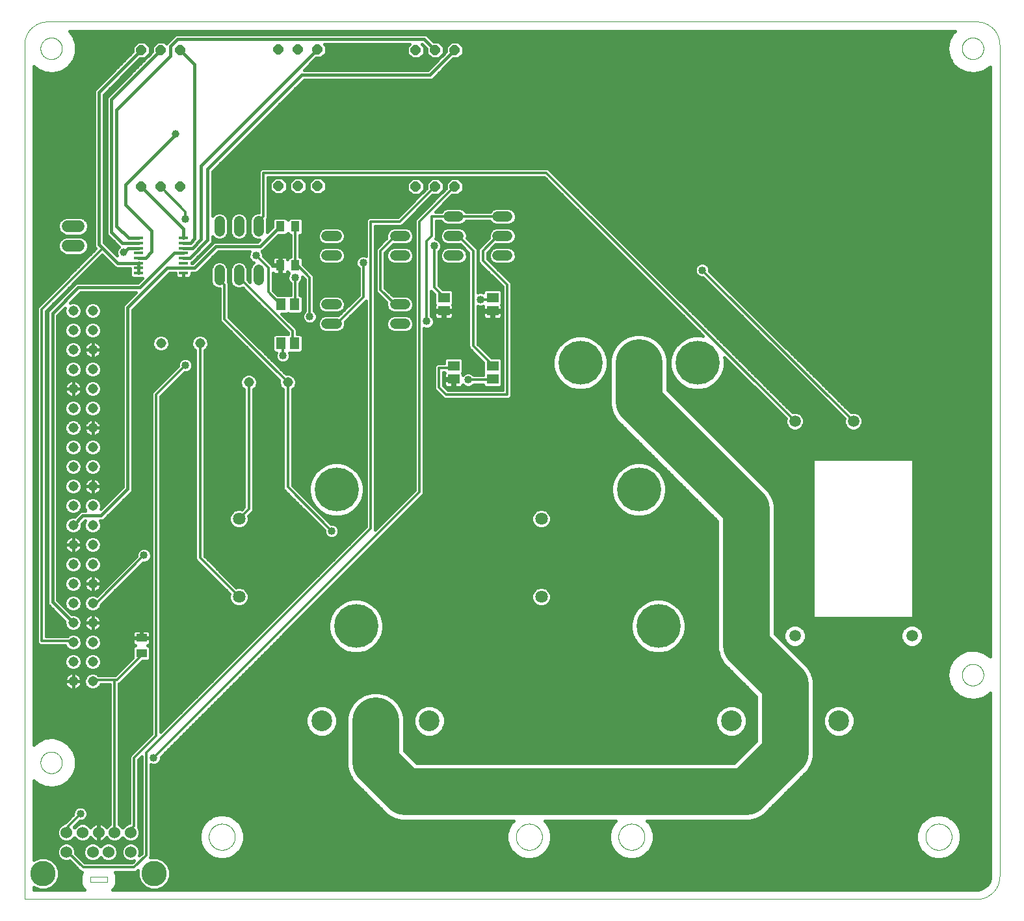
<source format=gtl>
G75*
%MOIN*%
%OFA0B0*%
%FSLAX25Y25*%
%IPPOS*%
%LPD*%
%AMOC8*
5,1,8,0,0,1.08239X$1,22.5*
%
%ADD10C,0.00000*%
%ADD11R,0.05906X0.05118*%
%ADD12C,0.05200*%
%ADD13R,0.05118X0.05906*%
%ADD14C,0.22500*%
%ADD15C,0.06450*%
%ADD16C,0.05150*%
%ADD17C,0.05937*%
%ADD18C,0.05937*%
%ADD19R,0.04724X0.01575*%
%ADD20R,0.04331X0.05512*%
%ADD21R,0.05512X0.04331*%
%ADD22C,0.13000*%
%ADD23C,0.06000*%
%ADD24C,0.10650*%
%ADD25OC8,0.05150*%
%ADD26C,0.01200*%
%ADD27C,0.04000*%
%ADD28C,0.24000*%
%ADD29C,0.01600*%
%ADD30C,0.03962*%
D10*
X0016798Y0022465D02*
X0016798Y0460654D01*
X0016801Y0460939D01*
X0016812Y0461225D01*
X0016829Y0461510D01*
X0016853Y0461794D01*
X0016884Y0462078D01*
X0016922Y0462361D01*
X0016967Y0462642D01*
X0017018Y0462923D01*
X0017076Y0463203D01*
X0017141Y0463481D01*
X0017213Y0463757D01*
X0017291Y0464031D01*
X0017376Y0464304D01*
X0017468Y0464574D01*
X0017566Y0464842D01*
X0017670Y0465108D01*
X0017781Y0465371D01*
X0017898Y0465631D01*
X0018021Y0465889D01*
X0018151Y0466143D01*
X0018287Y0466394D01*
X0018428Y0466642D01*
X0018576Y0466886D01*
X0018729Y0467127D01*
X0018889Y0467363D01*
X0019054Y0467596D01*
X0019224Y0467825D01*
X0019400Y0468050D01*
X0019582Y0468270D01*
X0019768Y0468486D01*
X0019960Y0468697D01*
X0020157Y0468904D01*
X0020359Y0469106D01*
X0020566Y0469303D01*
X0020777Y0469495D01*
X0020993Y0469681D01*
X0021213Y0469863D01*
X0021438Y0470039D01*
X0021667Y0470209D01*
X0021900Y0470374D01*
X0022136Y0470534D01*
X0022377Y0470687D01*
X0022621Y0470835D01*
X0022869Y0470976D01*
X0023120Y0471112D01*
X0023374Y0471242D01*
X0023632Y0471365D01*
X0023892Y0471482D01*
X0024155Y0471593D01*
X0024421Y0471697D01*
X0024689Y0471795D01*
X0024959Y0471887D01*
X0025232Y0471972D01*
X0025506Y0472050D01*
X0025782Y0472122D01*
X0026060Y0472187D01*
X0026340Y0472245D01*
X0026621Y0472296D01*
X0026902Y0472341D01*
X0027185Y0472379D01*
X0027469Y0472410D01*
X0027753Y0472434D01*
X0028038Y0472451D01*
X0028324Y0472462D01*
X0028609Y0472465D01*
X0504987Y0472465D01*
X0505272Y0472462D01*
X0505558Y0472451D01*
X0505843Y0472434D01*
X0506127Y0472410D01*
X0506411Y0472379D01*
X0506694Y0472341D01*
X0506975Y0472296D01*
X0507256Y0472245D01*
X0507536Y0472187D01*
X0507814Y0472122D01*
X0508090Y0472050D01*
X0508364Y0471972D01*
X0508637Y0471887D01*
X0508907Y0471795D01*
X0509175Y0471697D01*
X0509441Y0471593D01*
X0509704Y0471482D01*
X0509964Y0471365D01*
X0510222Y0471242D01*
X0510476Y0471112D01*
X0510727Y0470976D01*
X0510975Y0470835D01*
X0511219Y0470687D01*
X0511460Y0470534D01*
X0511696Y0470374D01*
X0511929Y0470209D01*
X0512158Y0470039D01*
X0512383Y0469863D01*
X0512603Y0469681D01*
X0512819Y0469495D01*
X0513030Y0469303D01*
X0513237Y0469106D01*
X0513439Y0468904D01*
X0513636Y0468697D01*
X0513828Y0468486D01*
X0514014Y0468270D01*
X0514196Y0468050D01*
X0514372Y0467825D01*
X0514542Y0467596D01*
X0514707Y0467363D01*
X0514867Y0467127D01*
X0515020Y0466886D01*
X0515168Y0466642D01*
X0515309Y0466394D01*
X0515445Y0466143D01*
X0515575Y0465889D01*
X0515698Y0465631D01*
X0515815Y0465371D01*
X0515926Y0465108D01*
X0516030Y0464842D01*
X0516128Y0464574D01*
X0516220Y0464304D01*
X0516305Y0464031D01*
X0516383Y0463757D01*
X0516455Y0463481D01*
X0516520Y0463203D01*
X0516578Y0462923D01*
X0516629Y0462642D01*
X0516674Y0462361D01*
X0516712Y0462078D01*
X0516743Y0461794D01*
X0516767Y0461510D01*
X0516784Y0461225D01*
X0516795Y0460939D01*
X0516798Y0460654D01*
X0516798Y0034276D01*
X0516795Y0033991D01*
X0516784Y0033705D01*
X0516767Y0033420D01*
X0516743Y0033136D01*
X0516712Y0032852D01*
X0516674Y0032569D01*
X0516629Y0032288D01*
X0516578Y0032007D01*
X0516520Y0031727D01*
X0516455Y0031449D01*
X0516383Y0031173D01*
X0516305Y0030899D01*
X0516220Y0030626D01*
X0516128Y0030356D01*
X0516030Y0030088D01*
X0515926Y0029822D01*
X0515815Y0029559D01*
X0515698Y0029299D01*
X0515575Y0029041D01*
X0515445Y0028787D01*
X0515309Y0028536D01*
X0515168Y0028288D01*
X0515020Y0028044D01*
X0514867Y0027803D01*
X0514707Y0027567D01*
X0514542Y0027334D01*
X0514372Y0027105D01*
X0514196Y0026880D01*
X0514014Y0026660D01*
X0513828Y0026444D01*
X0513636Y0026233D01*
X0513439Y0026026D01*
X0513237Y0025824D01*
X0513030Y0025627D01*
X0512819Y0025435D01*
X0512603Y0025249D01*
X0512383Y0025067D01*
X0512158Y0024891D01*
X0511929Y0024721D01*
X0511696Y0024556D01*
X0511460Y0024396D01*
X0511219Y0024243D01*
X0510975Y0024095D01*
X0510727Y0023954D01*
X0510476Y0023818D01*
X0510222Y0023688D01*
X0509964Y0023565D01*
X0509704Y0023448D01*
X0509441Y0023337D01*
X0509175Y0023233D01*
X0508907Y0023135D01*
X0508637Y0023043D01*
X0508364Y0022958D01*
X0508090Y0022880D01*
X0507814Y0022808D01*
X0507536Y0022743D01*
X0507256Y0022685D01*
X0506975Y0022634D01*
X0506694Y0022589D01*
X0506411Y0022551D01*
X0506127Y0022520D01*
X0505843Y0022496D01*
X0505558Y0022479D01*
X0505272Y0022468D01*
X0504987Y0022465D01*
X0016798Y0022465D01*
X0050468Y0031228D02*
X0050468Y0033984D01*
X0059129Y0033984D01*
X0059129Y0031228D01*
X0050468Y0031228D01*
X0025066Y0092465D02*
X0025068Y0092613D01*
X0025074Y0092761D01*
X0025084Y0092909D01*
X0025098Y0093056D01*
X0025116Y0093203D01*
X0025137Y0093349D01*
X0025163Y0093495D01*
X0025193Y0093640D01*
X0025226Y0093784D01*
X0025264Y0093927D01*
X0025305Y0094069D01*
X0025350Y0094210D01*
X0025398Y0094350D01*
X0025451Y0094489D01*
X0025507Y0094626D01*
X0025567Y0094761D01*
X0025630Y0094895D01*
X0025697Y0095027D01*
X0025768Y0095157D01*
X0025842Y0095285D01*
X0025919Y0095411D01*
X0026000Y0095535D01*
X0026084Y0095657D01*
X0026171Y0095776D01*
X0026262Y0095893D01*
X0026356Y0096008D01*
X0026452Y0096120D01*
X0026552Y0096230D01*
X0026654Y0096336D01*
X0026760Y0096440D01*
X0026868Y0096541D01*
X0026979Y0096639D01*
X0027092Y0096735D01*
X0027208Y0096827D01*
X0027326Y0096916D01*
X0027447Y0097001D01*
X0027570Y0097084D01*
X0027695Y0097163D01*
X0027822Y0097239D01*
X0027951Y0097311D01*
X0028082Y0097380D01*
X0028215Y0097445D01*
X0028350Y0097506D01*
X0028486Y0097564D01*
X0028623Y0097619D01*
X0028762Y0097669D01*
X0028903Y0097716D01*
X0029044Y0097759D01*
X0029187Y0097799D01*
X0029331Y0097834D01*
X0029475Y0097866D01*
X0029621Y0097893D01*
X0029767Y0097917D01*
X0029914Y0097937D01*
X0030061Y0097953D01*
X0030208Y0097965D01*
X0030356Y0097973D01*
X0030504Y0097977D01*
X0030652Y0097977D01*
X0030800Y0097973D01*
X0030948Y0097965D01*
X0031095Y0097953D01*
X0031242Y0097937D01*
X0031389Y0097917D01*
X0031535Y0097893D01*
X0031681Y0097866D01*
X0031825Y0097834D01*
X0031969Y0097799D01*
X0032112Y0097759D01*
X0032253Y0097716D01*
X0032394Y0097669D01*
X0032533Y0097619D01*
X0032670Y0097564D01*
X0032806Y0097506D01*
X0032941Y0097445D01*
X0033074Y0097380D01*
X0033205Y0097311D01*
X0033334Y0097239D01*
X0033461Y0097163D01*
X0033586Y0097084D01*
X0033709Y0097001D01*
X0033830Y0096916D01*
X0033948Y0096827D01*
X0034064Y0096735D01*
X0034177Y0096639D01*
X0034288Y0096541D01*
X0034396Y0096440D01*
X0034502Y0096336D01*
X0034604Y0096230D01*
X0034704Y0096120D01*
X0034800Y0096008D01*
X0034894Y0095893D01*
X0034985Y0095776D01*
X0035072Y0095657D01*
X0035156Y0095535D01*
X0035237Y0095411D01*
X0035314Y0095285D01*
X0035388Y0095157D01*
X0035459Y0095027D01*
X0035526Y0094895D01*
X0035589Y0094761D01*
X0035649Y0094626D01*
X0035705Y0094489D01*
X0035758Y0094350D01*
X0035806Y0094210D01*
X0035851Y0094069D01*
X0035892Y0093927D01*
X0035930Y0093784D01*
X0035963Y0093640D01*
X0035993Y0093495D01*
X0036019Y0093349D01*
X0036040Y0093203D01*
X0036058Y0093056D01*
X0036072Y0092909D01*
X0036082Y0092761D01*
X0036088Y0092613D01*
X0036090Y0092465D01*
X0036088Y0092317D01*
X0036082Y0092169D01*
X0036072Y0092021D01*
X0036058Y0091874D01*
X0036040Y0091727D01*
X0036019Y0091581D01*
X0035993Y0091435D01*
X0035963Y0091290D01*
X0035930Y0091146D01*
X0035892Y0091003D01*
X0035851Y0090861D01*
X0035806Y0090720D01*
X0035758Y0090580D01*
X0035705Y0090441D01*
X0035649Y0090304D01*
X0035589Y0090169D01*
X0035526Y0090035D01*
X0035459Y0089903D01*
X0035388Y0089773D01*
X0035314Y0089645D01*
X0035237Y0089519D01*
X0035156Y0089395D01*
X0035072Y0089273D01*
X0034985Y0089154D01*
X0034894Y0089037D01*
X0034800Y0088922D01*
X0034704Y0088810D01*
X0034604Y0088700D01*
X0034502Y0088594D01*
X0034396Y0088490D01*
X0034288Y0088389D01*
X0034177Y0088291D01*
X0034064Y0088195D01*
X0033948Y0088103D01*
X0033830Y0088014D01*
X0033709Y0087929D01*
X0033586Y0087846D01*
X0033461Y0087767D01*
X0033334Y0087691D01*
X0033205Y0087619D01*
X0033074Y0087550D01*
X0032941Y0087485D01*
X0032806Y0087424D01*
X0032670Y0087366D01*
X0032533Y0087311D01*
X0032394Y0087261D01*
X0032253Y0087214D01*
X0032112Y0087171D01*
X0031969Y0087131D01*
X0031825Y0087096D01*
X0031681Y0087064D01*
X0031535Y0087037D01*
X0031389Y0087013D01*
X0031242Y0086993D01*
X0031095Y0086977D01*
X0030948Y0086965D01*
X0030800Y0086957D01*
X0030652Y0086953D01*
X0030504Y0086953D01*
X0030356Y0086957D01*
X0030208Y0086965D01*
X0030061Y0086977D01*
X0029914Y0086993D01*
X0029767Y0087013D01*
X0029621Y0087037D01*
X0029475Y0087064D01*
X0029331Y0087096D01*
X0029187Y0087131D01*
X0029044Y0087171D01*
X0028903Y0087214D01*
X0028762Y0087261D01*
X0028623Y0087311D01*
X0028486Y0087366D01*
X0028350Y0087424D01*
X0028215Y0087485D01*
X0028082Y0087550D01*
X0027951Y0087619D01*
X0027822Y0087691D01*
X0027695Y0087767D01*
X0027570Y0087846D01*
X0027447Y0087929D01*
X0027326Y0088014D01*
X0027208Y0088103D01*
X0027092Y0088195D01*
X0026979Y0088291D01*
X0026868Y0088389D01*
X0026760Y0088490D01*
X0026654Y0088594D01*
X0026552Y0088700D01*
X0026452Y0088810D01*
X0026356Y0088922D01*
X0026262Y0089037D01*
X0026171Y0089154D01*
X0026084Y0089273D01*
X0026000Y0089395D01*
X0025919Y0089519D01*
X0025842Y0089645D01*
X0025768Y0089773D01*
X0025697Y0089903D01*
X0025630Y0090035D01*
X0025567Y0090169D01*
X0025507Y0090304D01*
X0025451Y0090441D01*
X0025398Y0090580D01*
X0025350Y0090720D01*
X0025305Y0090861D01*
X0025264Y0091003D01*
X0025226Y0091146D01*
X0025193Y0091290D01*
X0025163Y0091435D01*
X0025137Y0091581D01*
X0025116Y0091727D01*
X0025098Y0091874D01*
X0025084Y0092021D01*
X0025074Y0092169D01*
X0025068Y0092317D01*
X0025066Y0092465D01*
X0111358Y0054354D02*
X0111360Y0054518D01*
X0111366Y0054683D01*
X0111376Y0054847D01*
X0111390Y0055011D01*
X0111408Y0055174D01*
X0111431Y0055337D01*
X0111457Y0055499D01*
X0111487Y0055661D01*
X0111521Y0055822D01*
X0111559Y0055982D01*
X0111601Y0056141D01*
X0111646Y0056299D01*
X0111696Y0056456D01*
X0111750Y0056611D01*
X0111807Y0056765D01*
X0111868Y0056918D01*
X0111933Y0057069D01*
X0112001Y0057219D01*
X0112073Y0057366D01*
X0112149Y0057512D01*
X0112228Y0057656D01*
X0112311Y0057798D01*
X0112397Y0057938D01*
X0112487Y0058076D01*
X0112580Y0058212D01*
X0112677Y0058345D01*
X0112776Y0058476D01*
X0112879Y0058604D01*
X0112985Y0058730D01*
X0113094Y0058853D01*
X0113206Y0058974D01*
X0113320Y0059092D01*
X0113438Y0059206D01*
X0113559Y0059318D01*
X0113682Y0059427D01*
X0113808Y0059533D01*
X0113936Y0059636D01*
X0114067Y0059735D01*
X0114200Y0059832D01*
X0114336Y0059925D01*
X0114474Y0060015D01*
X0114614Y0060101D01*
X0114756Y0060184D01*
X0114900Y0060263D01*
X0115046Y0060339D01*
X0115193Y0060411D01*
X0115343Y0060479D01*
X0115494Y0060544D01*
X0115647Y0060605D01*
X0115801Y0060662D01*
X0115956Y0060716D01*
X0116113Y0060766D01*
X0116271Y0060811D01*
X0116430Y0060853D01*
X0116590Y0060891D01*
X0116751Y0060925D01*
X0116913Y0060955D01*
X0117075Y0060981D01*
X0117238Y0061004D01*
X0117401Y0061022D01*
X0117565Y0061036D01*
X0117729Y0061046D01*
X0117894Y0061052D01*
X0118058Y0061054D01*
X0118222Y0061052D01*
X0118387Y0061046D01*
X0118551Y0061036D01*
X0118715Y0061022D01*
X0118878Y0061004D01*
X0119041Y0060981D01*
X0119203Y0060955D01*
X0119365Y0060925D01*
X0119526Y0060891D01*
X0119686Y0060853D01*
X0119845Y0060811D01*
X0120003Y0060766D01*
X0120160Y0060716D01*
X0120315Y0060662D01*
X0120469Y0060605D01*
X0120622Y0060544D01*
X0120773Y0060479D01*
X0120923Y0060411D01*
X0121070Y0060339D01*
X0121216Y0060263D01*
X0121360Y0060184D01*
X0121502Y0060101D01*
X0121642Y0060015D01*
X0121780Y0059925D01*
X0121916Y0059832D01*
X0122049Y0059735D01*
X0122180Y0059636D01*
X0122308Y0059533D01*
X0122434Y0059427D01*
X0122557Y0059318D01*
X0122678Y0059206D01*
X0122796Y0059092D01*
X0122910Y0058974D01*
X0123022Y0058853D01*
X0123131Y0058730D01*
X0123237Y0058604D01*
X0123340Y0058476D01*
X0123439Y0058345D01*
X0123536Y0058212D01*
X0123629Y0058076D01*
X0123719Y0057938D01*
X0123805Y0057798D01*
X0123888Y0057656D01*
X0123967Y0057512D01*
X0124043Y0057366D01*
X0124115Y0057219D01*
X0124183Y0057069D01*
X0124248Y0056918D01*
X0124309Y0056765D01*
X0124366Y0056611D01*
X0124420Y0056456D01*
X0124470Y0056299D01*
X0124515Y0056141D01*
X0124557Y0055982D01*
X0124595Y0055822D01*
X0124629Y0055661D01*
X0124659Y0055499D01*
X0124685Y0055337D01*
X0124708Y0055174D01*
X0124726Y0055011D01*
X0124740Y0054847D01*
X0124750Y0054683D01*
X0124756Y0054518D01*
X0124758Y0054354D01*
X0124756Y0054190D01*
X0124750Y0054025D01*
X0124740Y0053861D01*
X0124726Y0053697D01*
X0124708Y0053534D01*
X0124685Y0053371D01*
X0124659Y0053209D01*
X0124629Y0053047D01*
X0124595Y0052886D01*
X0124557Y0052726D01*
X0124515Y0052567D01*
X0124470Y0052409D01*
X0124420Y0052252D01*
X0124366Y0052097D01*
X0124309Y0051943D01*
X0124248Y0051790D01*
X0124183Y0051639D01*
X0124115Y0051489D01*
X0124043Y0051342D01*
X0123967Y0051196D01*
X0123888Y0051052D01*
X0123805Y0050910D01*
X0123719Y0050770D01*
X0123629Y0050632D01*
X0123536Y0050496D01*
X0123439Y0050363D01*
X0123340Y0050232D01*
X0123237Y0050104D01*
X0123131Y0049978D01*
X0123022Y0049855D01*
X0122910Y0049734D01*
X0122796Y0049616D01*
X0122678Y0049502D01*
X0122557Y0049390D01*
X0122434Y0049281D01*
X0122308Y0049175D01*
X0122180Y0049072D01*
X0122049Y0048973D01*
X0121916Y0048876D01*
X0121780Y0048783D01*
X0121642Y0048693D01*
X0121502Y0048607D01*
X0121360Y0048524D01*
X0121216Y0048445D01*
X0121070Y0048369D01*
X0120923Y0048297D01*
X0120773Y0048229D01*
X0120622Y0048164D01*
X0120469Y0048103D01*
X0120315Y0048046D01*
X0120160Y0047992D01*
X0120003Y0047942D01*
X0119845Y0047897D01*
X0119686Y0047855D01*
X0119526Y0047817D01*
X0119365Y0047783D01*
X0119203Y0047753D01*
X0119041Y0047727D01*
X0118878Y0047704D01*
X0118715Y0047686D01*
X0118551Y0047672D01*
X0118387Y0047662D01*
X0118222Y0047656D01*
X0118058Y0047654D01*
X0117894Y0047656D01*
X0117729Y0047662D01*
X0117565Y0047672D01*
X0117401Y0047686D01*
X0117238Y0047704D01*
X0117075Y0047727D01*
X0116913Y0047753D01*
X0116751Y0047783D01*
X0116590Y0047817D01*
X0116430Y0047855D01*
X0116271Y0047897D01*
X0116113Y0047942D01*
X0115956Y0047992D01*
X0115801Y0048046D01*
X0115647Y0048103D01*
X0115494Y0048164D01*
X0115343Y0048229D01*
X0115193Y0048297D01*
X0115046Y0048369D01*
X0114900Y0048445D01*
X0114756Y0048524D01*
X0114614Y0048607D01*
X0114474Y0048693D01*
X0114336Y0048783D01*
X0114200Y0048876D01*
X0114067Y0048973D01*
X0113936Y0049072D01*
X0113808Y0049175D01*
X0113682Y0049281D01*
X0113559Y0049390D01*
X0113438Y0049502D01*
X0113320Y0049616D01*
X0113206Y0049734D01*
X0113094Y0049855D01*
X0112985Y0049978D01*
X0112879Y0050104D01*
X0112776Y0050232D01*
X0112677Y0050363D01*
X0112580Y0050496D01*
X0112487Y0050632D01*
X0112397Y0050770D01*
X0112311Y0050910D01*
X0112228Y0051052D01*
X0112149Y0051196D01*
X0112073Y0051342D01*
X0112001Y0051489D01*
X0111933Y0051639D01*
X0111868Y0051790D01*
X0111807Y0051943D01*
X0111750Y0052097D01*
X0111696Y0052252D01*
X0111646Y0052409D01*
X0111601Y0052567D01*
X0111559Y0052726D01*
X0111521Y0052886D01*
X0111487Y0053047D01*
X0111457Y0053209D01*
X0111431Y0053371D01*
X0111408Y0053534D01*
X0111390Y0053697D01*
X0111376Y0053861D01*
X0111366Y0054025D01*
X0111360Y0054190D01*
X0111358Y0054354D01*
X0268839Y0054354D02*
X0268841Y0054518D01*
X0268847Y0054683D01*
X0268857Y0054847D01*
X0268871Y0055011D01*
X0268889Y0055174D01*
X0268912Y0055337D01*
X0268938Y0055499D01*
X0268968Y0055661D01*
X0269002Y0055822D01*
X0269040Y0055982D01*
X0269082Y0056141D01*
X0269127Y0056299D01*
X0269177Y0056456D01*
X0269231Y0056611D01*
X0269288Y0056765D01*
X0269349Y0056918D01*
X0269414Y0057069D01*
X0269482Y0057219D01*
X0269554Y0057366D01*
X0269630Y0057512D01*
X0269709Y0057656D01*
X0269792Y0057798D01*
X0269878Y0057938D01*
X0269968Y0058076D01*
X0270061Y0058212D01*
X0270158Y0058345D01*
X0270257Y0058476D01*
X0270360Y0058604D01*
X0270466Y0058730D01*
X0270575Y0058853D01*
X0270687Y0058974D01*
X0270801Y0059092D01*
X0270919Y0059206D01*
X0271040Y0059318D01*
X0271163Y0059427D01*
X0271289Y0059533D01*
X0271417Y0059636D01*
X0271548Y0059735D01*
X0271681Y0059832D01*
X0271817Y0059925D01*
X0271955Y0060015D01*
X0272095Y0060101D01*
X0272237Y0060184D01*
X0272381Y0060263D01*
X0272527Y0060339D01*
X0272674Y0060411D01*
X0272824Y0060479D01*
X0272975Y0060544D01*
X0273128Y0060605D01*
X0273282Y0060662D01*
X0273437Y0060716D01*
X0273594Y0060766D01*
X0273752Y0060811D01*
X0273911Y0060853D01*
X0274071Y0060891D01*
X0274232Y0060925D01*
X0274394Y0060955D01*
X0274556Y0060981D01*
X0274719Y0061004D01*
X0274882Y0061022D01*
X0275046Y0061036D01*
X0275210Y0061046D01*
X0275375Y0061052D01*
X0275539Y0061054D01*
X0275703Y0061052D01*
X0275868Y0061046D01*
X0276032Y0061036D01*
X0276196Y0061022D01*
X0276359Y0061004D01*
X0276522Y0060981D01*
X0276684Y0060955D01*
X0276846Y0060925D01*
X0277007Y0060891D01*
X0277167Y0060853D01*
X0277326Y0060811D01*
X0277484Y0060766D01*
X0277641Y0060716D01*
X0277796Y0060662D01*
X0277950Y0060605D01*
X0278103Y0060544D01*
X0278254Y0060479D01*
X0278404Y0060411D01*
X0278551Y0060339D01*
X0278697Y0060263D01*
X0278841Y0060184D01*
X0278983Y0060101D01*
X0279123Y0060015D01*
X0279261Y0059925D01*
X0279397Y0059832D01*
X0279530Y0059735D01*
X0279661Y0059636D01*
X0279789Y0059533D01*
X0279915Y0059427D01*
X0280038Y0059318D01*
X0280159Y0059206D01*
X0280277Y0059092D01*
X0280391Y0058974D01*
X0280503Y0058853D01*
X0280612Y0058730D01*
X0280718Y0058604D01*
X0280821Y0058476D01*
X0280920Y0058345D01*
X0281017Y0058212D01*
X0281110Y0058076D01*
X0281200Y0057938D01*
X0281286Y0057798D01*
X0281369Y0057656D01*
X0281448Y0057512D01*
X0281524Y0057366D01*
X0281596Y0057219D01*
X0281664Y0057069D01*
X0281729Y0056918D01*
X0281790Y0056765D01*
X0281847Y0056611D01*
X0281901Y0056456D01*
X0281951Y0056299D01*
X0281996Y0056141D01*
X0282038Y0055982D01*
X0282076Y0055822D01*
X0282110Y0055661D01*
X0282140Y0055499D01*
X0282166Y0055337D01*
X0282189Y0055174D01*
X0282207Y0055011D01*
X0282221Y0054847D01*
X0282231Y0054683D01*
X0282237Y0054518D01*
X0282239Y0054354D01*
X0282237Y0054190D01*
X0282231Y0054025D01*
X0282221Y0053861D01*
X0282207Y0053697D01*
X0282189Y0053534D01*
X0282166Y0053371D01*
X0282140Y0053209D01*
X0282110Y0053047D01*
X0282076Y0052886D01*
X0282038Y0052726D01*
X0281996Y0052567D01*
X0281951Y0052409D01*
X0281901Y0052252D01*
X0281847Y0052097D01*
X0281790Y0051943D01*
X0281729Y0051790D01*
X0281664Y0051639D01*
X0281596Y0051489D01*
X0281524Y0051342D01*
X0281448Y0051196D01*
X0281369Y0051052D01*
X0281286Y0050910D01*
X0281200Y0050770D01*
X0281110Y0050632D01*
X0281017Y0050496D01*
X0280920Y0050363D01*
X0280821Y0050232D01*
X0280718Y0050104D01*
X0280612Y0049978D01*
X0280503Y0049855D01*
X0280391Y0049734D01*
X0280277Y0049616D01*
X0280159Y0049502D01*
X0280038Y0049390D01*
X0279915Y0049281D01*
X0279789Y0049175D01*
X0279661Y0049072D01*
X0279530Y0048973D01*
X0279397Y0048876D01*
X0279261Y0048783D01*
X0279123Y0048693D01*
X0278983Y0048607D01*
X0278841Y0048524D01*
X0278697Y0048445D01*
X0278551Y0048369D01*
X0278404Y0048297D01*
X0278254Y0048229D01*
X0278103Y0048164D01*
X0277950Y0048103D01*
X0277796Y0048046D01*
X0277641Y0047992D01*
X0277484Y0047942D01*
X0277326Y0047897D01*
X0277167Y0047855D01*
X0277007Y0047817D01*
X0276846Y0047783D01*
X0276684Y0047753D01*
X0276522Y0047727D01*
X0276359Y0047704D01*
X0276196Y0047686D01*
X0276032Y0047672D01*
X0275868Y0047662D01*
X0275703Y0047656D01*
X0275539Y0047654D01*
X0275375Y0047656D01*
X0275210Y0047662D01*
X0275046Y0047672D01*
X0274882Y0047686D01*
X0274719Y0047704D01*
X0274556Y0047727D01*
X0274394Y0047753D01*
X0274232Y0047783D01*
X0274071Y0047817D01*
X0273911Y0047855D01*
X0273752Y0047897D01*
X0273594Y0047942D01*
X0273437Y0047992D01*
X0273282Y0048046D01*
X0273128Y0048103D01*
X0272975Y0048164D01*
X0272824Y0048229D01*
X0272674Y0048297D01*
X0272527Y0048369D01*
X0272381Y0048445D01*
X0272237Y0048524D01*
X0272095Y0048607D01*
X0271955Y0048693D01*
X0271817Y0048783D01*
X0271681Y0048876D01*
X0271548Y0048973D01*
X0271417Y0049072D01*
X0271289Y0049175D01*
X0271163Y0049281D01*
X0271040Y0049390D01*
X0270919Y0049502D01*
X0270801Y0049616D01*
X0270687Y0049734D01*
X0270575Y0049855D01*
X0270466Y0049978D01*
X0270360Y0050104D01*
X0270257Y0050232D01*
X0270158Y0050363D01*
X0270061Y0050496D01*
X0269968Y0050632D01*
X0269878Y0050770D01*
X0269792Y0050910D01*
X0269709Y0051052D01*
X0269630Y0051196D01*
X0269554Y0051342D01*
X0269482Y0051489D01*
X0269414Y0051639D01*
X0269349Y0051790D01*
X0269288Y0051943D01*
X0269231Y0052097D01*
X0269177Y0052252D01*
X0269127Y0052409D01*
X0269082Y0052567D01*
X0269040Y0052726D01*
X0269002Y0052886D01*
X0268968Y0053047D01*
X0268938Y0053209D01*
X0268912Y0053371D01*
X0268889Y0053534D01*
X0268871Y0053697D01*
X0268857Y0053861D01*
X0268847Y0054025D01*
X0268841Y0054190D01*
X0268839Y0054354D01*
X0321358Y0054354D02*
X0321360Y0054518D01*
X0321366Y0054683D01*
X0321376Y0054847D01*
X0321390Y0055011D01*
X0321408Y0055174D01*
X0321431Y0055337D01*
X0321457Y0055499D01*
X0321487Y0055661D01*
X0321521Y0055822D01*
X0321559Y0055982D01*
X0321601Y0056141D01*
X0321646Y0056299D01*
X0321696Y0056456D01*
X0321750Y0056611D01*
X0321807Y0056765D01*
X0321868Y0056918D01*
X0321933Y0057069D01*
X0322001Y0057219D01*
X0322073Y0057366D01*
X0322149Y0057512D01*
X0322228Y0057656D01*
X0322311Y0057798D01*
X0322397Y0057938D01*
X0322487Y0058076D01*
X0322580Y0058212D01*
X0322677Y0058345D01*
X0322776Y0058476D01*
X0322879Y0058604D01*
X0322985Y0058730D01*
X0323094Y0058853D01*
X0323206Y0058974D01*
X0323320Y0059092D01*
X0323438Y0059206D01*
X0323559Y0059318D01*
X0323682Y0059427D01*
X0323808Y0059533D01*
X0323936Y0059636D01*
X0324067Y0059735D01*
X0324200Y0059832D01*
X0324336Y0059925D01*
X0324474Y0060015D01*
X0324614Y0060101D01*
X0324756Y0060184D01*
X0324900Y0060263D01*
X0325046Y0060339D01*
X0325193Y0060411D01*
X0325343Y0060479D01*
X0325494Y0060544D01*
X0325647Y0060605D01*
X0325801Y0060662D01*
X0325956Y0060716D01*
X0326113Y0060766D01*
X0326271Y0060811D01*
X0326430Y0060853D01*
X0326590Y0060891D01*
X0326751Y0060925D01*
X0326913Y0060955D01*
X0327075Y0060981D01*
X0327238Y0061004D01*
X0327401Y0061022D01*
X0327565Y0061036D01*
X0327729Y0061046D01*
X0327894Y0061052D01*
X0328058Y0061054D01*
X0328222Y0061052D01*
X0328387Y0061046D01*
X0328551Y0061036D01*
X0328715Y0061022D01*
X0328878Y0061004D01*
X0329041Y0060981D01*
X0329203Y0060955D01*
X0329365Y0060925D01*
X0329526Y0060891D01*
X0329686Y0060853D01*
X0329845Y0060811D01*
X0330003Y0060766D01*
X0330160Y0060716D01*
X0330315Y0060662D01*
X0330469Y0060605D01*
X0330622Y0060544D01*
X0330773Y0060479D01*
X0330923Y0060411D01*
X0331070Y0060339D01*
X0331216Y0060263D01*
X0331360Y0060184D01*
X0331502Y0060101D01*
X0331642Y0060015D01*
X0331780Y0059925D01*
X0331916Y0059832D01*
X0332049Y0059735D01*
X0332180Y0059636D01*
X0332308Y0059533D01*
X0332434Y0059427D01*
X0332557Y0059318D01*
X0332678Y0059206D01*
X0332796Y0059092D01*
X0332910Y0058974D01*
X0333022Y0058853D01*
X0333131Y0058730D01*
X0333237Y0058604D01*
X0333340Y0058476D01*
X0333439Y0058345D01*
X0333536Y0058212D01*
X0333629Y0058076D01*
X0333719Y0057938D01*
X0333805Y0057798D01*
X0333888Y0057656D01*
X0333967Y0057512D01*
X0334043Y0057366D01*
X0334115Y0057219D01*
X0334183Y0057069D01*
X0334248Y0056918D01*
X0334309Y0056765D01*
X0334366Y0056611D01*
X0334420Y0056456D01*
X0334470Y0056299D01*
X0334515Y0056141D01*
X0334557Y0055982D01*
X0334595Y0055822D01*
X0334629Y0055661D01*
X0334659Y0055499D01*
X0334685Y0055337D01*
X0334708Y0055174D01*
X0334726Y0055011D01*
X0334740Y0054847D01*
X0334750Y0054683D01*
X0334756Y0054518D01*
X0334758Y0054354D01*
X0334756Y0054190D01*
X0334750Y0054025D01*
X0334740Y0053861D01*
X0334726Y0053697D01*
X0334708Y0053534D01*
X0334685Y0053371D01*
X0334659Y0053209D01*
X0334629Y0053047D01*
X0334595Y0052886D01*
X0334557Y0052726D01*
X0334515Y0052567D01*
X0334470Y0052409D01*
X0334420Y0052252D01*
X0334366Y0052097D01*
X0334309Y0051943D01*
X0334248Y0051790D01*
X0334183Y0051639D01*
X0334115Y0051489D01*
X0334043Y0051342D01*
X0333967Y0051196D01*
X0333888Y0051052D01*
X0333805Y0050910D01*
X0333719Y0050770D01*
X0333629Y0050632D01*
X0333536Y0050496D01*
X0333439Y0050363D01*
X0333340Y0050232D01*
X0333237Y0050104D01*
X0333131Y0049978D01*
X0333022Y0049855D01*
X0332910Y0049734D01*
X0332796Y0049616D01*
X0332678Y0049502D01*
X0332557Y0049390D01*
X0332434Y0049281D01*
X0332308Y0049175D01*
X0332180Y0049072D01*
X0332049Y0048973D01*
X0331916Y0048876D01*
X0331780Y0048783D01*
X0331642Y0048693D01*
X0331502Y0048607D01*
X0331360Y0048524D01*
X0331216Y0048445D01*
X0331070Y0048369D01*
X0330923Y0048297D01*
X0330773Y0048229D01*
X0330622Y0048164D01*
X0330469Y0048103D01*
X0330315Y0048046D01*
X0330160Y0047992D01*
X0330003Y0047942D01*
X0329845Y0047897D01*
X0329686Y0047855D01*
X0329526Y0047817D01*
X0329365Y0047783D01*
X0329203Y0047753D01*
X0329041Y0047727D01*
X0328878Y0047704D01*
X0328715Y0047686D01*
X0328551Y0047672D01*
X0328387Y0047662D01*
X0328222Y0047656D01*
X0328058Y0047654D01*
X0327894Y0047656D01*
X0327729Y0047662D01*
X0327565Y0047672D01*
X0327401Y0047686D01*
X0327238Y0047704D01*
X0327075Y0047727D01*
X0326913Y0047753D01*
X0326751Y0047783D01*
X0326590Y0047817D01*
X0326430Y0047855D01*
X0326271Y0047897D01*
X0326113Y0047942D01*
X0325956Y0047992D01*
X0325801Y0048046D01*
X0325647Y0048103D01*
X0325494Y0048164D01*
X0325343Y0048229D01*
X0325193Y0048297D01*
X0325046Y0048369D01*
X0324900Y0048445D01*
X0324756Y0048524D01*
X0324614Y0048607D01*
X0324474Y0048693D01*
X0324336Y0048783D01*
X0324200Y0048876D01*
X0324067Y0048973D01*
X0323936Y0049072D01*
X0323808Y0049175D01*
X0323682Y0049281D01*
X0323559Y0049390D01*
X0323438Y0049502D01*
X0323320Y0049616D01*
X0323206Y0049734D01*
X0323094Y0049855D01*
X0322985Y0049978D01*
X0322879Y0050104D01*
X0322776Y0050232D01*
X0322677Y0050363D01*
X0322580Y0050496D01*
X0322487Y0050632D01*
X0322397Y0050770D01*
X0322311Y0050910D01*
X0322228Y0051052D01*
X0322149Y0051196D01*
X0322073Y0051342D01*
X0322001Y0051489D01*
X0321933Y0051639D01*
X0321868Y0051790D01*
X0321807Y0051943D01*
X0321750Y0052097D01*
X0321696Y0052252D01*
X0321646Y0052409D01*
X0321601Y0052567D01*
X0321559Y0052726D01*
X0321521Y0052886D01*
X0321487Y0053047D01*
X0321457Y0053209D01*
X0321431Y0053371D01*
X0321408Y0053534D01*
X0321390Y0053697D01*
X0321376Y0053861D01*
X0321366Y0054025D01*
X0321360Y0054190D01*
X0321358Y0054354D01*
X0478839Y0054354D02*
X0478841Y0054518D01*
X0478847Y0054683D01*
X0478857Y0054847D01*
X0478871Y0055011D01*
X0478889Y0055174D01*
X0478912Y0055337D01*
X0478938Y0055499D01*
X0478968Y0055661D01*
X0479002Y0055822D01*
X0479040Y0055982D01*
X0479082Y0056141D01*
X0479127Y0056299D01*
X0479177Y0056456D01*
X0479231Y0056611D01*
X0479288Y0056765D01*
X0479349Y0056918D01*
X0479414Y0057069D01*
X0479482Y0057219D01*
X0479554Y0057366D01*
X0479630Y0057512D01*
X0479709Y0057656D01*
X0479792Y0057798D01*
X0479878Y0057938D01*
X0479968Y0058076D01*
X0480061Y0058212D01*
X0480158Y0058345D01*
X0480257Y0058476D01*
X0480360Y0058604D01*
X0480466Y0058730D01*
X0480575Y0058853D01*
X0480687Y0058974D01*
X0480801Y0059092D01*
X0480919Y0059206D01*
X0481040Y0059318D01*
X0481163Y0059427D01*
X0481289Y0059533D01*
X0481417Y0059636D01*
X0481548Y0059735D01*
X0481681Y0059832D01*
X0481817Y0059925D01*
X0481955Y0060015D01*
X0482095Y0060101D01*
X0482237Y0060184D01*
X0482381Y0060263D01*
X0482527Y0060339D01*
X0482674Y0060411D01*
X0482824Y0060479D01*
X0482975Y0060544D01*
X0483128Y0060605D01*
X0483282Y0060662D01*
X0483437Y0060716D01*
X0483594Y0060766D01*
X0483752Y0060811D01*
X0483911Y0060853D01*
X0484071Y0060891D01*
X0484232Y0060925D01*
X0484394Y0060955D01*
X0484556Y0060981D01*
X0484719Y0061004D01*
X0484882Y0061022D01*
X0485046Y0061036D01*
X0485210Y0061046D01*
X0485375Y0061052D01*
X0485539Y0061054D01*
X0485703Y0061052D01*
X0485868Y0061046D01*
X0486032Y0061036D01*
X0486196Y0061022D01*
X0486359Y0061004D01*
X0486522Y0060981D01*
X0486684Y0060955D01*
X0486846Y0060925D01*
X0487007Y0060891D01*
X0487167Y0060853D01*
X0487326Y0060811D01*
X0487484Y0060766D01*
X0487641Y0060716D01*
X0487796Y0060662D01*
X0487950Y0060605D01*
X0488103Y0060544D01*
X0488254Y0060479D01*
X0488404Y0060411D01*
X0488551Y0060339D01*
X0488697Y0060263D01*
X0488841Y0060184D01*
X0488983Y0060101D01*
X0489123Y0060015D01*
X0489261Y0059925D01*
X0489397Y0059832D01*
X0489530Y0059735D01*
X0489661Y0059636D01*
X0489789Y0059533D01*
X0489915Y0059427D01*
X0490038Y0059318D01*
X0490159Y0059206D01*
X0490277Y0059092D01*
X0490391Y0058974D01*
X0490503Y0058853D01*
X0490612Y0058730D01*
X0490718Y0058604D01*
X0490821Y0058476D01*
X0490920Y0058345D01*
X0491017Y0058212D01*
X0491110Y0058076D01*
X0491200Y0057938D01*
X0491286Y0057798D01*
X0491369Y0057656D01*
X0491448Y0057512D01*
X0491524Y0057366D01*
X0491596Y0057219D01*
X0491664Y0057069D01*
X0491729Y0056918D01*
X0491790Y0056765D01*
X0491847Y0056611D01*
X0491901Y0056456D01*
X0491951Y0056299D01*
X0491996Y0056141D01*
X0492038Y0055982D01*
X0492076Y0055822D01*
X0492110Y0055661D01*
X0492140Y0055499D01*
X0492166Y0055337D01*
X0492189Y0055174D01*
X0492207Y0055011D01*
X0492221Y0054847D01*
X0492231Y0054683D01*
X0492237Y0054518D01*
X0492239Y0054354D01*
X0492237Y0054190D01*
X0492231Y0054025D01*
X0492221Y0053861D01*
X0492207Y0053697D01*
X0492189Y0053534D01*
X0492166Y0053371D01*
X0492140Y0053209D01*
X0492110Y0053047D01*
X0492076Y0052886D01*
X0492038Y0052726D01*
X0491996Y0052567D01*
X0491951Y0052409D01*
X0491901Y0052252D01*
X0491847Y0052097D01*
X0491790Y0051943D01*
X0491729Y0051790D01*
X0491664Y0051639D01*
X0491596Y0051489D01*
X0491524Y0051342D01*
X0491448Y0051196D01*
X0491369Y0051052D01*
X0491286Y0050910D01*
X0491200Y0050770D01*
X0491110Y0050632D01*
X0491017Y0050496D01*
X0490920Y0050363D01*
X0490821Y0050232D01*
X0490718Y0050104D01*
X0490612Y0049978D01*
X0490503Y0049855D01*
X0490391Y0049734D01*
X0490277Y0049616D01*
X0490159Y0049502D01*
X0490038Y0049390D01*
X0489915Y0049281D01*
X0489789Y0049175D01*
X0489661Y0049072D01*
X0489530Y0048973D01*
X0489397Y0048876D01*
X0489261Y0048783D01*
X0489123Y0048693D01*
X0488983Y0048607D01*
X0488841Y0048524D01*
X0488697Y0048445D01*
X0488551Y0048369D01*
X0488404Y0048297D01*
X0488254Y0048229D01*
X0488103Y0048164D01*
X0487950Y0048103D01*
X0487796Y0048046D01*
X0487641Y0047992D01*
X0487484Y0047942D01*
X0487326Y0047897D01*
X0487167Y0047855D01*
X0487007Y0047817D01*
X0486846Y0047783D01*
X0486684Y0047753D01*
X0486522Y0047727D01*
X0486359Y0047704D01*
X0486196Y0047686D01*
X0486032Y0047672D01*
X0485868Y0047662D01*
X0485703Y0047656D01*
X0485539Y0047654D01*
X0485375Y0047656D01*
X0485210Y0047662D01*
X0485046Y0047672D01*
X0484882Y0047686D01*
X0484719Y0047704D01*
X0484556Y0047727D01*
X0484394Y0047753D01*
X0484232Y0047783D01*
X0484071Y0047817D01*
X0483911Y0047855D01*
X0483752Y0047897D01*
X0483594Y0047942D01*
X0483437Y0047992D01*
X0483282Y0048046D01*
X0483128Y0048103D01*
X0482975Y0048164D01*
X0482824Y0048229D01*
X0482674Y0048297D01*
X0482527Y0048369D01*
X0482381Y0048445D01*
X0482237Y0048524D01*
X0482095Y0048607D01*
X0481955Y0048693D01*
X0481817Y0048783D01*
X0481681Y0048876D01*
X0481548Y0048973D01*
X0481417Y0049072D01*
X0481289Y0049175D01*
X0481163Y0049281D01*
X0481040Y0049390D01*
X0480919Y0049502D01*
X0480801Y0049616D01*
X0480687Y0049734D01*
X0480575Y0049855D01*
X0480466Y0049978D01*
X0480360Y0050104D01*
X0480257Y0050232D01*
X0480158Y0050363D01*
X0480061Y0050496D01*
X0479968Y0050632D01*
X0479878Y0050770D01*
X0479792Y0050910D01*
X0479709Y0051052D01*
X0479630Y0051196D01*
X0479554Y0051342D01*
X0479482Y0051489D01*
X0479414Y0051639D01*
X0479349Y0051790D01*
X0479288Y0051943D01*
X0479231Y0052097D01*
X0479177Y0052252D01*
X0479127Y0052409D01*
X0479082Y0052567D01*
X0479040Y0052726D01*
X0479002Y0052886D01*
X0478968Y0053047D01*
X0478938Y0053209D01*
X0478912Y0053371D01*
X0478889Y0053534D01*
X0478871Y0053697D01*
X0478857Y0053861D01*
X0478847Y0054025D01*
X0478841Y0054190D01*
X0478839Y0054354D01*
X0497507Y0137465D02*
X0497509Y0137613D01*
X0497515Y0137761D01*
X0497525Y0137909D01*
X0497539Y0138056D01*
X0497557Y0138203D01*
X0497578Y0138349D01*
X0497604Y0138495D01*
X0497634Y0138640D01*
X0497667Y0138784D01*
X0497705Y0138927D01*
X0497746Y0139069D01*
X0497791Y0139210D01*
X0497839Y0139350D01*
X0497892Y0139489D01*
X0497948Y0139626D01*
X0498008Y0139761D01*
X0498071Y0139895D01*
X0498138Y0140027D01*
X0498209Y0140157D01*
X0498283Y0140285D01*
X0498360Y0140411D01*
X0498441Y0140535D01*
X0498525Y0140657D01*
X0498612Y0140776D01*
X0498703Y0140893D01*
X0498797Y0141008D01*
X0498893Y0141120D01*
X0498993Y0141230D01*
X0499095Y0141336D01*
X0499201Y0141440D01*
X0499309Y0141541D01*
X0499420Y0141639D01*
X0499533Y0141735D01*
X0499649Y0141827D01*
X0499767Y0141916D01*
X0499888Y0142001D01*
X0500011Y0142084D01*
X0500136Y0142163D01*
X0500263Y0142239D01*
X0500392Y0142311D01*
X0500523Y0142380D01*
X0500656Y0142445D01*
X0500791Y0142506D01*
X0500927Y0142564D01*
X0501064Y0142619D01*
X0501203Y0142669D01*
X0501344Y0142716D01*
X0501485Y0142759D01*
X0501628Y0142799D01*
X0501772Y0142834D01*
X0501916Y0142866D01*
X0502062Y0142893D01*
X0502208Y0142917D01*
X0502355Y0142937D01*
X0502502Y0142953D01*
X0502649Y0142965D01*
X0502797Y0142973D01*
X0502945Y0142977D01*
X0503093Y0142977D01*
X0503241Y0142973D01*
X0503389Y0142965D01*
X0503536Y0142953D01*
X0503683Y0142937D01*
X0503830Y0142917D01*
X0503976Y0142893D01*
X0504122Y0142866D01*
X0504266Y0142834D01*
X0504410Y0142799D01*
X0504553Y0142759D01*
X0504694Y0142716D01*
X0504835Y0142669D01*
X0504974Y0142619D01*
X0505111Y0142564D01*
X0505247Y0142506D01*
X0505382Y0142445D01*
X0505515Y0142380D01*
X0505646Y0142311D01*
X0505775Y0142239D01*
X0505902Y0142163D01*
X0506027Y0142084D01*
X0506150Y0142001D01*
X0506271Y0141916D01*
X0506389Y0141827D01*
X0506505Y0141735D01*
X0506618Y0141639D01*
X0506729Y0141541D01*
X0506837Y0141440D01*
X0506943Y0141336D01*
X0507045Y0141230D01*
X0507145Y0141120D01*
X0507241Y0141008D01*
X0507335Y0140893D01*
X0507426Y0140776D01*
X0507513Y0140657D01*
X0507597Y0140535D01*
X0507678Y0140411D01*
X0507755Y0140285D01*
X0507829Y0140157D01*
X0507900Y0140027D01*
X0507967Y0139895D01*
X0508030Y0139761D01*
X0508090Y0139626D01*
X0508146Y0139489D01*
X0508199Y0139350D01*
X0508247Y0139210D01*
X0508292Y0139069D01*
X0508333Y0138927D01*
X0508371Y0138784D01*
X0508404Y0138640D01*
X0508434Y0138495D01*
X0508460Y0138349D01*
X0508481Y0138203D01*
X0508499Y0138056D01*
X0508513Y0137909D01*
X0508523Y0137761D01*
X0508529Y0137613D01*
X0508531Y0137465D01*
X0508529Y0137317D01*
X0508523Y0137169D01*
X0508513Y0137021D01*
X0508499Y0136874D01*
X0508481Y0136727D01*
X0508460Y0136581D01*
X0508434Y0136435D01*
X0508404Y0136290D01*
X0508371Y0136146D01*
X0508333Y0136003D01*
X0508292Y0135861D01*
X0508247Y0135720D01*
X0508199Y0135580D01*
X0508146Y0135441D01*
X0508090Y0135304D01*
X0508030Y0135169D01*
X0507967Y0135035D01*
X0507900Y0134903D01*
X0507829Y0134773D01*
X0507755Y0134645D01*
X0507678Y0134519D01*
X0507597Y0134395D01*
X0507513Y0134273D01*
X0507426Y0134154D01*
X0507335Y0134037D01*
X0507241Y0133922D01*
X0507145Y0133810D01*
X0507045Y0133700D01*
X0506943Y0133594D01*
X0506837Y0133490D01*
X0506729Y0133389D01*
X0506618Y0133291D01*
X0506505Y0133195D01*
X0506389Y0133103D01*
X0506271Y0133014D01*
X0506150Y0132929D01*
X0506027Y0132846D01*
X0505902Y0132767D01*
X0505775Y0132691D01*
X0505646Y0132619D01*
X0505515Y0132550D01*
X0505382Y0132485D01*
X0505247Y0132424D01*
X0505111Y0132366D01*
X0504974Y0132311D01*
X0504835Y0132261D01*
X0504694Y0132214D01*
X0504553Y0132171D01*
X0504410Y0132131D01*
X0504266Y0132096D01*
X0504122Y0132064D01*
X0503976Y0132037D01*
X0503830Y0132013D01*
X0503683Y0131993D01*
X0503536Y0131977D01*
X0503389Y0131965D01*
X0503241Y0131957D01*
X0503093Y0131953D01*
X0502945Y0131953D01*
X0502797Y0131957D01*
X0502649Y0131965D01*
X0502502Y0131977D01*
X0502355Y0131993D01*
X0502208Y0132013D01*
X0502062Y0132037D01*
X0501916Y0132064D01*
X0501772Y0132096D01*
X0501628Y0132131D01*
X0501485Y0132171D01*
X0501344Y0132214D01*
X0501203Y0132261D01*
X0501064Y0132311D01*
X0500927Y0132366D01*
X0500791Y0132424D01*
X0500656Y0132485D01*
X0500523Y0132550D01*
X0500392Y0132619D01*
X0500263Y0132691D01*
X0500136Y0132767D01*
X0500011Y0132846D01*
X0499888Y0132929D01*
X0499767Y0133014D01*
X0499649Y0133103D01*
X0499533Y0133195D01*
X0499420Y0133291D01*
X0499309Y0133389D01*
X0499201Y0133490D01*
X0499095Y0133594D01*
X0498993Y0133700D01*
X0498893Y0133810D01*
X0498797Y0133922D01*
X0498703Y0134037D01*
X0498612Y0134154D01*
X0498525Y0134273D01*
X0498441Y0134395D01*
X0498360Y0134519D01*
X0498283Y0134645D01*
X0498209Y0134773D01*
X0498138Y0134903D01*
X0498071Y0135035D01*
X0498008Y0135169D01*
X0497948Y0135304D01*
X0497892Y0135441D01*
X0497839Y0135580D01*
X0497791Y0135720D01*
X0497746Y0135861D01*
X0497705Y0136003D01*
X0497667Y0136146D01*
X0497634Y0136290D01*
X0497604Y0136435D01*
X0497578Y0136581D01*
X0497557Y0136727D01*
X0497539Y0136874D01*
X0497525Y0137021D01*
X0497515Y0137169D01*
X0497509Y0137317D01*
X0497507Y0137465D01*
X0497507Y0458685D02*
X0497509Y0458833D01*
X0497515Y0458981D01*
X0497525Y0459129D01*
X0497539Y0459276D01*
X0497557Y0459423D01*
X0497578Y0459569D01*
X0497604Y0459715D01*
X0497634Y0459860D01*
X0497667Y0460004D01*
X0497705Y0460147D01*
X0497746Y0460289D01*
X0497791Y0460430D01*
X0497839Y0460570D01*
X0497892Y0460709D01*
X0497948Y0460846D01*
X0498008Y0460981D01*
X0498071Y0461115D01*
X0498138Y0461247D01*
X0498209Y0461377D01*
X0498283Y0461505D01*
X0498360Y0461631D01*
X0498441Y0461755D01*
X0498525Y0461877D01*
X0498612Y0461996D01*
X0498703Y0462113D01*
X0498797Y0462228D01*
X0498893Y0462340D01*
X0498993Y0462450D01*
X0499095Y0462556D01*
X0499201Y0462660D01*
X0499309Y0462761D01*
X0499420Y0462859D01*
X0499533Y0462955D01*
X0499649Y0463047D01*
X0499767Y0463136D01*
X0499888Y0463221D01*
X0500011Y0463304D01*
X0500136Y0463383D01*
X0500263Y0463459D01*
X0500392Y0463531D01*
X0500523Y0463600D01*
X0500656Y0463665D01*
X0500791Y0463726D01*
X0500927Y0463784D01*
X0501064Y0463839D01*
X0501203Y0463889D01*
X0501344Y0463936D01*
X0501485Y0463979D01*
X0501628Y0464019D01*
X0501772Y0464054D01*
X0501916Y0464086D01*
X0502062Y0464113D01*
X0502208Y0464137D01*
X0502355Y0464157D01*
X0502502Y0464173D01*
X0502649Y0464185D01*
X0502797Y0464193D01*
X0502945Y0464197D01*
X0503093Y0464197D01*
X0503241Y0464193D01*
X0503389Y0464185D01*
X0503536Y0464173D01*
X0503683Y0464157D01*
X0503830Y0464137D01*
X0503976Y0464113D01*
X0504122Y0464086D01*
X0504266Y0464054D01*
X0504410Y0464019D01*
X0504553Y0463979D01*
X0504694Y0463936D01*
X0504835Y0463889D01*
X0504974Y0463839D01*
X0505111Y0463784D01*
X0505247Y0463726D01*
X0505382Y0463665D01*
X0505515Y0463600D01*
X0505646Y0463531D01*
X0505775Y0463459D01*
X0505902Y0463383D01*
X0506027Y0463304D01*
X0506150Y0463221D01*
X0506271Y0463136D01*
X0506389Y0463047D01*
X0506505Y0462955D01*
X0506618Y0462859D01*
X0506729Y0462761D01*
X0506837Y0462660D01*
X0506943Y0462556D01*
X0507045Y0462450D01*
X0507145Y0462340D01*
X0507241Y0462228D01*
X0507335Y0462113D01*
X0507426Y0461996D01*
X0507513Y0461877D01*
X0507597Y0461755D01*
X0507678Y0461631D01*
X0507755Y0461505D01*
X0507829Y0461377D01*
X0507900Y0461247D01*
X0507967Y0461115D01*
X0508030Y0460981D01*
X0508090Y0460846D01*
X0508146Y0460709D01*
X0508199Y0460570D01*
X0508247Y0460430D01*
X0508292Y0460289D01*
X0508333Y0460147D01*
X0508371Y0460004D01*
X0508404Y0459860D01*
X0508434Y0459715D01*
X0508460Y0459569D01*
X0508481Y0459423D01*
X0508499Y0459276D01*
X0508513Y0459129D01*
X0508523Y0458981D01*
X0508529Y0458833D01*
X0508531Y0458685D01*
X0508529Y0458537D01*
X0508523Y0458389D01*
X0508513Y0458241D01*
X0508499Y0458094D01*
X0508481Y0457947D01*
X0508460Y0457801D01*
X0508434Y0457655D01*
X0508404Y0457510D01*
X0508371Y0457366D01*
X0508333Y0457223D01*
X0508292Y0457081D01*
X0508247Y0456940D01*
X0508199Y0456800D01*
X0508146Y0456661D01*
X0508090Y0456524D01*
X0508030Y0456389D01*
X0507967Y0456255D01*
X0507900Y0456123D01*
X0507829Y0455993D01*
X0507755Y0455865D01*
X0507678Y0455739D01*
X0507597Y0455615D01*
X0507513Y0455493D01*
X0507426Y0455374D01*
X0507335Y0455257D01*
X0507241Y0455142D01*
X0507145Y0455030D01*
X0507045Y0454920D01*
X0506943Y0454814D01*
X0506837Y0454710D01*
X0506729Y0454609D01*
X0506618Y0454511D01*
X0506505Y0454415D01*
X0506389Y0454323D01*
X0506271Y0454234D01*
X0506150Y0454149D01*
X0506027Y0454066D01*
X0505902Y0453987D01*
X0505775Y0453911D01*
X0505646Y0453839D01*
X0505515Y0453770D01*
X0505382Y0453705D01*
X0505247Y0453644D01*
X0505111Y0453586D01*
X0504974Y0453531D01*
X0504835Y0453481D01*
X0504694Y0453434D01*
X0504553Y0453391D01*
X0504410Y0453351D01*
X0504266Y0453316D01*
X0504122Y0453284D01*
X0503976Y0453257D01*
X0503830Y0453233D01*
X0503683Y0453213D01*
X0503536Y0453197D01*
X0503389Y0453185D01*
X0503241Y0453177D01*
X0503093Y0453173D01*
X0502945Y0453173D01*
X0502797Y0453177D01*
X0502649Y0453185D01*
X0502502Y0453197D01*
X0502355Y0453213D01*
X0502208Y0453233D01*
X0502062Y0453257D01*
X0501916Y0453284D01*
X0501772Y0453316D01*
X0501628Y0453351D01*
X0501485Y0453391D01*
X0501344Y0453434D01*
X0501203Y0453481D01*
X0501064Y0453531D01*
X0500927Y0453586D01*
X0500791Y0453644D01*
X0500656Y0453705D01*
X0500523Y0453770D01*
X0500392Y0453839D01*
X0500263Y0453911D01*
X0500136Y0453987D01*
X0500011Y0454066D01*
X0499888Y0454149D01*
X0499767Y0454234D01*
X0499649Y0454323D01*
X0499533Y0454415D01*
X0499420Y0454511D01*
X0499309Y0454609D01*
X0499201Y0454710D01*
X0499095Y0454814D01*
X0498993Y0454920D01*
X0498893Y0455030D01*
X0498797Y0455142D01*
X0498703Y0455257D01*
X0498612Y0455374D01*
X0498525Y0455493D01*
X0498441Y0455615D01*
X0498360Y0455739D01*
X0498283Y0455865D01*
X0498209Y0455993D01*
X0498138Y0456123D01*
X0498071Y0456255D01*
X0498008Y0456389D01*
X0497948Y0456524D01*
X0497892Y0456661D01*
X0497839Y0456800D01*
X0497791Y0456940D01*
X0497746Y0457081D01*
X0497705Y0457223D01*
X0497667Y0457366D01*
X0497634Y0457510D01*
X0497604Y0457655D01*
X0497578Y0457801D01*
X0497557Y0457947D01*
X0497539Y0458094D01*
X0497525Y0458241D01*
X0497515Y0458389D01*
X0497509Y0458537D01*
X0497507Y0458685D01*
X0025066Y0458685D02*
X0025068Y0458833D01*
X0025074Y0458981D01*
X0025084Y0459129D01*
X0025098Y0459276D01*
X0025116Y0459423D01*
X0025137Y0459569D01*
X0025163Y0459715D01*
X0025193Y0459860D01*
X0025226Y0460004D01*
X0025264Y0460147D01*
X0025305Y0460289D01*
X0025350Y0460430D01*
X0025398Y0460570D01*
X0025451Y0460709D01*
X0025507Y0460846D01*
X0025567Y0460981D01*
X0025630Y0461115D01*
X0025697Y0461247D01*
X0025768Y0461377D01*
X0025842Y0461505D01*
X0025919Y0461631D01*
X0026000Y0461755D01*
X0026084Y0461877D01*
X0026171Y0461996D01*
X0026262Y0462113D01*
X0026356Y0462228D01*
X0026452Y0462340D01*
X0026552Y0462450D01*
X0026654Y0462556D01*
X0026760Y0462660D01*
X0026868Y0462761D01*
X0026979Y0462859D01*
X0027092Y0462955D01*
X0027208Y0463047D01*
X0027326Y0463136D01*
X0027447Y0463221D01*
X0027570Y0463304D01*
X0027695Y0463383D01*
X0027822Y0463459D01*
X0027951Y0463531D01*
X0028082Y0463600D01*
X0028215Y0463665D01*
X0028350Y0463726D01*
X0028486Y0463784D01*
X0028623Y0463839D01*
X0028762Y0463889D01*
X0028903Y0463936D01*
X0029044Y0463979D01*
X0029187Y0464019D01*
X0029331Y0464054D01*
X0029475Y0464086D01*
X0029621Y0464113D01*
X0029767Y0464137D01*
X0029914Y0464157D01*
X0030061Y0464173D01*
X0030208Y0464185D01*
X0030356Y0464193D01*
X0030504Y0464197D01*
X0030652Y0464197D01*
X0030800Y0464193D01*
X0030948Y0464185D01*
X0031095Y0464173D01*
X0031242Y0464157D01*
X0031389Y0464137D01*
X0031535Y0464113D01*
X0031681Y0464086D01*
X0031825Y0464054D01*
X0031969Y0464019D01*
X0032112Y0463979D01*
X0032253Y0463936D01*
X0032394Y0463889D01*
X0032533Y0463839D01*
X0032670Y0463784D01*
X0032806Y0463726D01*
X0032941Y0463665D01*
X0033074Y0463600D01*
X0033205Y0463531D01*
X0033334Y0463459D01*
X0033461Y0463383D01*
X0033586Y0463304D01*
X0033709Y0463221D01*
X0033830Y0463136D01*
X0033948Y0463047D01*
X0034064Y0462955D01*
X0034177Y0462859D01*
X0034288Y0462761D01*
X0034396Y0462660D01*
X0034502Y0462556D01*
X0034604Y0462450D01*
X0034704Y0462340D01*
X0034800Y0462228D01*
X0034894Y0462113D01*
X0034985Y0461996D01*
X0035072Y0461877D01*
X0035156Y0461755D01*
X0035237Y0461631D01*
X0035314Y0461505D01*
X0035388Y0461377D01*
X0035459Y0461247D01*
X0035526Y0461115D01*
X0035589Y0460981D01*
X0035649Y0460846D01*
X0035705Y0460709D01*
X0035758Y0460570D01*
X0035806Y0460430D01*
X0035851Y0460289D01*
X0035892Y0460147D01*
X0035930Y0460004D01*
X0035963Y0459860D01*
X0035993Y0459715D01*
X0036019Y0459569D01*
X0036040Y0459423D01*
X0036058Y0459276D01*
X0036072Y0459129D01*
X0036082Y0458981D01*
X0036088Y0458833D01*
X0036090Y0458685D01*
X0036088Y0458537D01*
X0036082Y0458389D01*
X0036072Y0458241D01*
X0036058Y0458094D01*
X0036040Y0457947D01*
X0036019Y0457801D01*
X0035993Y0457655D01*
X0035963Y0457510D01*
X0035930Y0457366D01*
X0035892Y0457223D01*
X0035851Y0457081D01*
X0035806Y0456940D01*
X0035758Y0456800D01*
X0035705Y0456661D01*
X0035649Y0456524D01*
X0035589Y0456389D01*
X0035526Y0456255D01*
X0035459Y0456123D01*
X0035388Y0455993D01*
X0035314Y0455865D01*
X0035237Y0455739D01*
X0035156Y0455615D01*
X0035072Y0455493D01*
X0034985Y0455374D01*
X0034894Y0455257D01*
X0034800Y0455142D01*
X0034704Y0455030D01*
X0034604Y0454920D01*
X0034502Y0454814D01*
X0034396Y0454710D01*
X0034288Y0454609D01*
X0034177Y0454511D01*
X0034064Y0454415D01*
X0033948Y0454323D01*
X0033830Y0454234D01*
X0033709Y0454149D01*
X0033586Y0454066D01*
X0033461Y0453987D01*
X0033334Y0453911D01*
X0033205Y0453839D01*
X0033074Y0453770D01*
X0032941Y0453705D01*
X0032806Y0453644D01*
X0032670Y0453586D01*
X0032533Y0453531D01*
X0032394Y0453481D01*
X0032253Y0453434D01*
X0032112Y0453391D01*
X0031969Y0453351D01*
X0031825Y0453316D01*
X0031681Y0453284D01*
X0031535Y0453257D01*
X0031389Y0453233D01*
X0031242Y0453213D01*
X0031095Y0453197D01*
X0030948Y0453185D01*
X0030800Y0453177D01*
X0030652Y0453173D01*
X0030504Y0453173D01*
X0030356Y0453177D01*
X0030208Y0453185D01*
X0030061Y0453197D01*
X0029914Y0453213D01*
X0029767Y0453233D01*
X0029621Y0453257D01*
X0029475Y0453284D01*
X0029331Y0453316D01*
X0029187Y0453351D01*
X0029044Y0453391D01*
X0028903Y0453434D01*
X0028762Y0453481D01*
X0028623Y0453531D01*
X0028486Y0453586D01*
X0028350Y0453644D01*
X0028215Y0453705D01*
X0028082Y0453770D01*
X0027951Y0453839D01*
X0027822Y0453911D01*
X0027695Y0453987D01*
X0027570Y0454066D01*
X0027447Y0454149D01*
X0027326Y0454234D01*
X0027208Y0454323D01*
X0027092Y0454415D01*
X0026979Y0454511D01*
X0026868Y0454609D01*
X0026760Y0454710D01*
X0026654Y0454814D01*
X0026552Y0454920D01*
X0026452Y0455030D01*
X0026356Y0455142D01*
X0026262Y0455257D01*
X0026171Y0455374D01*
X0026084Y0455493D01*
X0026000Y0455615D01*
X0025919Y0455739D01*
X0025842Y0455865D01*
X0025768Y0455993D01*
X0025697Y0456123D01*
X0025630Y0456255D01*
X0025567Y0456389D01*
X0025507Y0456524D01*
X0025451Y0456661D01*
X0025398Y0456800D01*
X0025350Y0456940D01*
X0025305Y0457081D01*
X0025264Y0457223D01*
X0025226Y0457366D01*
X0025193Y0457510D01*
X0025163Y0457655D01*
X0025137Y0457801D01*
X0025116Y0457947D01*
X0025098Y0458094D01*
X0025084Y0458241D01*
X0025074Y0458389D01*
X0025068Y0458537D01*
X0025066Y0458685D01*
D11*
X0231798Y0330811D03*
X0231798Y0324118D03*
X0256798Y0324118D03*
X0256798Y0330811D03*
X0256798Y0295811D03*
X0256798Y0289118D03*
X0236798Y0289118D03*
X0236798Y0295811D03*
D12*
X0211998Y0317465D02*
X0206798Y0317465D01*
X0206798Y0327465D02*
X0211998Y0327465D01*
X0211998Y0352465D02*
X0206798Y0352465D01*
X0206798Y0362465D02*
X0211998Y0362465D01*
X0234198Y0362465D02*
X0239398Y0362465D01*
X0239398Y0372465D02*
X0234198Y0372465D01*
X0234198Y0352465D02*
X0239398Y0352465D01*
X0259198Y0352465D02*
X0264398Y0352465D01*
X0264398Y0362465D02*
X0259198Y0362465D01*
X0259198Y0372465D02*
X0264398Y0372465D01*
X0176798Y0362465D02*
X0171598Y0362465D01*
X0171598Y0352465D02*
X0176798Y0352465D01*
X0176798Y0327465D02*
X0171598Y0327465D01*
X0171598Y0317465D02*
X0176798Y0317465D01*
X0136798Y0339865D02*
X0136798Y0345065D01*
X0126798Y0345065D02*
X0126798Y0339865D01*
X0116798Y0339865D02*
X0116798Y0345065D01*
X0116798Y0364865D02*
X0116798Y0370065D01*
X0126798Y0370065D02*
X0126798Y0364865D01*
X0136798Y0364865D02*
X0136798Y0370065D01*
D13*
X0148452Y0327465D03*
X0155145Y0327465D03*
X0155145Y0307465D03*
X0148452Y0307465D03*
D14*
X0176798Y0232465D03*
X0186798Y0162465D03*
X0331798Y0232465D03*
X0331798Y0297465D03*
X0301798Y0297465D03*
X0361798Y0297465D03*
X0341798Y0162465D03*
D15*
X0281798Y0177465D03*
X0281798Y0217465D03*
X0126798Y0217465D03*
X0126798Y0177465D03*
D16*
X0051798Y0174158D03*
X0041798Y0174158D03*
X0041798Y0184158D03*
X0041798Y0194158D03*
X0041798Y0204158D03*
X0041798Y0214158D03*
X0041798Y0224158D03*
X0041798Y0234158D03*
X0041798Y0244158D03*
X0041798Y0254158D03*
X0041798Y0264158D03*
X0051798Y0264158D03*
X0051798Y0254158D03*
X0051798Y0244158D03*
X0051798Y0234158D03*
X0051798Y0224158D03*
X0051798Y0214158D03*
X0051798Y0204158D03*
X0051798Y0194158D03*
X0051798Y0184158D03*
X0051798Y0164158D03*
X0041798Y0164158D03*
X0041798Y0154158D03*
X0041798Y0144158D03*
X0041798Y0134158D03*
X0051798Y0134158D03*
X0051798Y0144158D03*
X0051798Y0154158D03*
X0051798Y0274158D03*
X0041798Y0274158D03*
X0041798Y0284158D03*
X0041798Y0294158D03*
X0041798Y0304158D03*
X0041798Y0314158D03*
X0041798Y0324158D03*
X0051798Y0324158D03*
X0051798Y0314158D03*
X0051798Y0304158D03*
X0051798Y0294158D03*
X0051798Y0284158D03*
X0086798Y0307465D03*
X0106798Y0307465D03*
X0131798Y0287465D03*
X0151798Y0287465D03*
D17*
X0411798Y0267465D03*
X0441798Y0267465D03*
X0411798Y0157465D03*
X0471798Y0157465D03*
D18*
X0044767Y0357465D02*
X0038830Y0357465D01*
X0038830Y0367465D02*
X0044767Y0367465D01*
D19*
X0075283Y0361421D03*
X0075283Y0358862D03*
X0075283Y0356303D03*
X0075283Y0353744D03*
X0075283Y0351185D03*
X0075283Y0348626D03*
X0075283Y0346067D03*
X0075283Y0343508D03*
X0098314Y0343508D03*
X0098314Y0346067D03*
X0098314Y0348626D03*
X0098314Y0351185D03*
X0098314Y0353744D03*
X0098314Y0356303D03*
X0098314Y0358862D03*
X0098314Y0361421D03*
D20*
X0147861Y0367465D03*
X0155736Y0367465D03*
X0155736Y0347465D03*
X0147861Y0347465D03*
D21*
X0076798Y0156402D03*
X0076798Y0148528D03*
D22*
X0083298Y0035606D03*
X0026298Y0035606D03*
D23*
X0038298Y0046606D03*
X0038298Y0056606D03*
X0046548Y0056606D03*
X0054798Y0056606D03*
X0063048Y0056606D03*
X0071298Y0056606D03*
X0071298Y0046606D03*
X0059798Y0046606D03*
X0051798Y0046606D03*
D24*
X0169239Y0113803D03*
X0196798Y0113803D03*
X0224358Y0113803D03*
X0379239Y0113803D03*
X0406798Y0113803D03*
X0434358Y0113803D03*
D25*
X0237444Y0387758D03*
X0227444Y0387758D03*
X0217444Y0387758D03*
X0167118Y0388091D03*
X0157118Y0388091D03*
X0147118Y0388091D03*
X0096791Y0387758D03*
X0086791Y0387758D03*
X0076791Y0387758D03*
X0076791Y0457758D03*
X0086791Y0457758D03*
X0096791Y0457758D03*
X0147118Y0458091D03*
X0157118Y0458091D03*
X0167118Y0458091D03*
X0217444Y0457758D03*
X0227444Y0457758D03*
X0237444Y0457758D03*
D26*
X0284298Y0394965D02*
X0139298Y0394965D01*
X0139298Y0372465D01*
X0136798Y0369965D01*
X0136798Y0367465D01*
X0135548Y0352465D02*
X0141798Y0346215D01*
X0141798Y0333715D01*
X0148048Y0327465D01*
X0148452Y0327465D01*
X0155145Y0327465D02*
X0155548Y0327465D01*
X0155548Y0341215D01*
X0155548Y0347465D02*
X0155736Y0347465D01*
X0156798Y0347465D01*
X0163048Y0341215D01*
X0163048Y0321215D01*
X0155398Y0327715D02*
X0155145Y0327465D01*
X0154298Y0313715D02*
X0126798Y0341215D01*
X0126798Y0342465D01*
X0119298Y0337465D02*
X0116798Y0339965D01*
X0116798Y0342465D01*
X0119298Y0337465D02*
X0119298Y0319965D01*
X0151798Y0287465D01*
X0151798Y0233715D01*
X0174298Y0211215D01*
X0194298Y0212465D02*
X0079298Y0097465D01*
X0079298Y0044965D01*
X0073048Y0038715D01*
X0046798Y0038715D01*
X0039298Y0046215D01*
X0038298Y0046606D01*
X0038298Y0056606D02*
X0039298Y0057465D01*
X0039298Y0059965D01*
X0045548Y0066215D01*
X0063048Y0056606D02*
X0063048Y0134965D01*
X0064298Y0134965D01*
X0076798Y0147465D01*
X0076798Y0148528D01*
X0076748Y0148415D01*
X0063048Y0134965D02*
X0051798Y0134965D01*
X0051798Y0134158D01*
X0041798Y0154158D02*
X0041798Y0154965D01*
X0025548Y0154965D01*
X0025548Y0324965D01*
X0056905Y0356321D01*
X0075283Y0348626D02*
X0075548Y0348715D01*
X0075283Y0348598D01*
X0099298Y0371215D02*
X0099298Y0374965D01*
X0086798Y0387465D01*
X0086791Y0387758D01*
X0155548Y0367465D02*
X0155548Y0347465D01*
X0155736Y0347465D02*
X0155948Y0347515D01*
X0155948Y0367315D02*
X0155736Y0367465D01*
X0155548Y0367465D01*
X0190548Y0348715D02*
X0190548Y0331215D01*
X0176798Y0317465D01*
X0154298Y0313715D02*
X0154298Y0307465D01*
X0155145Y0307465D01*
X0154848Y0307915D01*
X0149298Y0306215D02*
X0149298Y0301215D01*
X0148798Y0305715D02*
X0148798Y0307365D01*
X0148452Y0307465D01*
X0149298Y0306215D01*
X0131798Y0287465D02*
X0131798Y0222465D01*
X0126798Y0217465D01*
X0106798Y0197465D02*
X0106798Y0307465D01*
X0099298Y0296215D02*
X0084298Y0281215D01*
X0084298Y0106215D01*
X0073048Y0094965D01*
X0073048Y0059965D01*
X0071798Y0058715D01*
X0071798Y0057465D01*
X0071298Y0056606D01*
X0083048Y0094965D02*
X0219298Y0231215D01*
X0219298Y0369965D01*
X0236798Y0387465D01*
X0237444Y0387758D01*
X0227444Y0387758D02*
X0226798Y0387465D01*
X0209298Y0369965D01*
X0194298Y0369965D01*
X0194298Y0212465D01*
X0126798Y0177465D02*
X0106798Y0197465D01*
X0078048Y0198715D02*
X0054298Y0174965D01*
X0051798Y0174965D01*
X0051798Y0174158D01*
X0206798Y0327465D02*
X0199298Y0334965D01*
X0199298Y0354965D01*
X0206798Y0362465D01*
X0223048Y0359965D02*
X0223048Y0318715D01*
X0231798Y0330811D02*
X0231798Y0331215D01*
X0226798Y0336215D01*
X0226798Y0357465D01*
X0223048Y0359965D02*
X0225548Y0362465D01*
X0225548Y0372465D01*
X0236798Y0372465D01*
X0261798Y0372465D01*
X0261798Y0362465D02*
X0259298Y0362465D01*
X0251798Y0354965D01*
X0251798Y0349965D01*
X0264298Y0337465D01*
X0264298Y0281215D01*
X0233048Y0281215D01*
X0229298Y0284965D01*
X0229298Y0294965D01*
X0236798Y0294965D01*
X0236798Y0295811D01*
X0244298Y0288715D02*
X0256798Y0288715D01*
X0256798Y0289118D01*
X0256798Y0295811D02*
X0256798Y0296215D01*
X0246798Y0306215D01*
X0246798Y0354965D01*
X0239298Y0362465D01*
X0236798Y0362465D01*
X0250548Y0329965D02*
X0256798Y0329965D01*
X0256798Y0330811D01*
X0256598Y0295815D02*
X0256798Y0295811D01*
X0284298Y0394965D02*
X0411798Y0267465D01*
X0441798Y0267465D02*
X0364298Y0344965D01*
D27*
X0364298Y0344965D03*
X0250548Y0329965D03*
X0223048Y0318715D03*
X0244298Y0288715D03*
X0190548Y0348715D03*
X0163048Y0321215D03*
X0155548Y0341215D03*
X0135548Y0352465D03*
X0099298Y0371215D03*
X0149298Y0301215D03*
X0099298Y0296215D03*
X0174298Y0211215D03*
X0078048Y0198715D03*
X0083048Y0094965D03*
X0045548Y0066215D03*
X0226798Y0357465D03*
D28*
X0331798Y0297465D02*
X0331798Y0277465D01*
X0386798Y0222465D01*
X0386798Y0152465D01*
X0406798Y0132465D01*
X0406798Y0113803D01*
X0406798Y0097465D01*
X0386798Y0077465D01*
X0211798Y0077465D01*
X0196798Y0092465D01*
X0196798Y0113803D01*
D29*
X0184194Y0121572D02*
X0171715Y0121572D01*
X0170856Y0121928D02*
X0167623Y0121928D01*
X0164637Y0120691D01*
X0162351Y0118406D01*
X0161114Y0115419D01*
X0161114Y0112187D01*
X0162351Y0109201D01*
X0164637Y0106915D01*
X0167623Y0105678D01*
X0170856Y0105678D01*
X0173842Y0106915D01*
X0176127Y0109201D01*
X0177364Y0112187D01*
X0177364Y0115419D01*
X0176127Y0118406D01*
X0173842Y0120691D01*
X0170856Y0121928D01*
X0166764Y0121572D02*
X0113050Y0121572D01*
X0111452Y0119974D02*
X0163920Y0119974D01*
X0162339Y0118375D02*
X0109853Y0118375D01*
X0108255Y0116777D02*
X0161677Y0116777D01*
X0161114Y0115178D02*
X0106656Y0115178D01*
X0105058Y0113580D02*
X0161114Y0113580D01*
X0161200Y0111981D02*
X0103459Y0111981D01*
X0101861Y0110383D02*
X0161862Y0110383D01*
X0162768Y0108784D02*
X0100262Y0108784D01*
X0098664Y0107186D02*
X0164366Y0107186D01*
X0174112Y0107186D02*
X0181998Y0107186D01*
X0181998Y0108784D02*
X0175711Y0108784D01*
X0176617Y0110383D02*
X0181998Y0110383D01*
X0181998Y0111981D02*
X0177279Y0111981D01*
X0177364Y0113580D02*
X0181998Y0113580D01*
X0181998Y0115178D02*
X0177364Y0115178D01*
X0176802Y0116777D02*
X0182273Y0116777D01*
X0181998Y0115752D02*
X0181998Y0090516D01*
X0183007Y0086752D01*
X0184956Y0083377D01*
X0199956Y0068377D01*
X0202711Y0065622D01*
X0206086Y0063673D01*
X0209850Y0062665D01*
X0267585Y0062665D01*
X0266336Y0061416D01*
X0264822Y0058793D01*
X0264039Y0055868D01*
X0264039Y0052840D01*
X0264822Y0049916D01*
X0266336Y0047293D01*
X0268478Y0045152D01*
X0271100Y0043638D01*
X0274025Y0042854D01*
X0277053Y0042854D01*
X0279978Y0043638D01*
X0282600Y0045152D01*
X0284741Y0047293D01*
X0286255Y0049916D01*
X0287039Y0052840D01*
X0287039Y0055868D01*
X0286255Y0058793D01*
X0284741Y0061416D01*
X0283492Y0062665D01*
X0320105Y0062665D01*
X0318856Y0061416D01*
X0317342Y0058793D01*
X0316558Y0055868D01*
X0316558Y0052840D01*
X0317342Y0049916D01*
X0318856Y0047293D01*
X0320997Y0045152D01*
X0323619Y0043638D01*
X0326544Y0042854D01*
X0329572Y0042854D01*
X0332497Y0043638D01*
X0335119Y0045152D01*
X0337261Y0047293D01*
X0338775Y0049916D01*
X0339558Y0052840D01*
X0339558Y0055868D01*
X0338775Y0058793D01*
X0337261Y0061416D01*
X0336011Y0062665D01*
X0388747Y0062665D01*
X0392511Y0063673D01*
X0395886Y0065622D01*
X0415886Y0085622D01*
X0418641Y0088377D01*
X0420590Y0091752D01*
X0421598Y0095516D01*
X0421598Y0134413D01*
X0420590Y0138177D01*
X0418641Y0141552D01*
X0415886Y0144308D01*
X0401598Y0158595D01*
X0401598Y0224413D01*
X0400590Y0228177D01*
X0398641Y0231552D01*
X0395886Y0234308D01*
X0346598Y0283595D01*
X0346598Y0299413D01*
X0345590Y0303177D01*
X0343641Y0306552D01*
X0340886Y0309308D01*
X0337511Y0311256D01*
X0333747Y0312265D01*
X0329850Y0312265D01*
X0326086Y0311256D01*
X0322711Y0309308D01*
X0319956Y0306552D01*
X0318007Y0303177D01*
X0316998Y0299413D01*
X0316998Y0275516D01*
X0318007Y0271752D01*
X0319956Y0268377D01*
X0371998Y0216334D01*
X0371998Y0150516D01*
X0373007Y0146752D01*
X0374956Y0143377D01*
X0391998Y0126334D01*
X0391998Y0103595D01*
X0380668Y0092265D01*
X0217929Y0092265D01*
X0211598Y0098595D01*
X0211598Y0115752D01*
X0210590Y0119516D01*
X0208641Y0122891D01*
X0205886Y0125646D01*
X0202511Y0127595D01*
X0198747Y0128603D01*
X0194850Y0128603D01*
X0191086Y0127595D01*
X0187711Y0125646D01*
X0184956Y0122891D01*
X0183007Y0119516D01*
X0181998Y0115752D01*
X0182702Y0118375D02*
X0176140Y0118375D01*
X0174559Y0119974D02*
X0183272Y0119974D01*
X0185236Y0123171D02*
X0114649Y0123171D01*
X0116247Y0124769D02*
X0186834Y0124769D01*
X0188961Y0126368D02*
X0117846Y0126368D01*
X0119444Y0127966D02*
X0192473Y0127966D01*
X0201124Y0127966D02*
X0390366Y0127966D01*
X0388768Y0129565D02*
X0121043Y0129565D01*
X0122641Y0131163D02*
X0387169Y0131163D01*
X0385571Y0132762D02*
X0124240Y0132762D01*
X0125838Y0134360D02*
X0383972Y0134360D01*
X0382374Y0135959D02*
X0127437Y0135959D01*
X0129035Y0137557D02*
X0380775Y0137557D01*
X0379177Y0139156D02*
X0130634Y0139156D01*
X0132232Y0140754D02*
X0377578Y0140754D01*
X0375980Y0142353D02*
X0133831Y0142353D01*
X0135429Y0143951D02*
X0374624Y0143951D01*
X0373701Y0145550D02*
X0137028Y0145550D01*
X0138626Y0147148D02*
X0372901Y0147148D01*
X0372473Y0148747D02*
X0344889Y0148747D01*
X0343648Y0148415D02*
X0347222Y0149372D01*
X0350425Y0151222D01*
X0353041Y0153838D01*
X0354891Y0157041D01*
X0355848Y0160615D01*
X0355848Y0164314D01*
X0354891Y0167888D01*
X0353041Y0171091D01*
X0350425Y0173707D01*
X0347222Y0175557D01*
X0343648Y0176515D01*
X0339949Y0176515D01*
X0336375Y0175557D01*
X0333172Y0173707D01*
X0330556Y0171091D01*
X0328706Y0167888D01*
X0327748Y0164314D01*
X0327748Y0160615D01*
X0328706Y0157041D01*
X0330556Y0153838D01*
X0333172Y0151222D01*
X0336375Y0149372D01*
X0339949Y0148415D01*
X0343648Y0148415D01*
X0338708Y0148747D02*
X0189889Y0148747D01*
X0188648Y0148415D02*
X0192222Y0149372D01*
X0195425Y0151222D01*
X0198041Y0153838D01*
X0199891Y0157041D01*
X0200848Y0160615D01*
X0200848Y0164314D01*
X0199891Y0167888D01*
X0198041Y0171091D01*
X0195425Y0173707D01*
X0192222Y0175557D01*
X0188648Y0176515D01*
X0184949Y0176515D01*
X0181375Y0175557D01*
X0178172Y0173707D01*
X0175556Y0171091D01*
X0173706Y0167888D01*
X0172748Y0164314D01*
X0172748Y0160615D01*
X0173706Y0157041D01*
X0175556Y0153838D01*
X0178172Y0151222D01*
X0181375Y0149372D01*
X0184949Y0148415D01*
X0188648Y0148415D01*
X0183708Y0148747D02*
X0140225Y0148747D01*
X0141824Y0150346D02*
X0179689Y0150346D01*
X0177449Y0151944D02*
X0143422Y0151944D01*
X0145021Y0153543D02*
X0175851Y0153543D01*
X0174803Y0155141D02*
X0146619Y0155141D01*
X0148218Y0156740D02*
X0173880Y0156740D01*
X0173359Y0158338D02*
X0149816Y0158338D01*
X0151415Y0159937D02*
X0172930Y0159937D01*
X0172748Y0161535D02*
X0153013Y0161535D01*
X0154612Y0163134D02*
X0172748Y0163134D01*
X0172860Y0164732D02*
X0156210Y0164732D01*
X0157809Y0166331D02*
X0173289Y0166331D01*
X0173730Y0167929D02*
X0159407Y0167929D01*
X0161006Y0169528D02*
X0174653Y0169528D01*
X0175590Y0171126D02*
X0162604Y0171126D01*
X0164203Y0172725D02*
X0177189Y0172725D01*
X0179238Y0174323D02*
X0165801Y0174323D01*
X0167400Y0175922D02*
X0182736Y0175922D01*
X0190861Y0175922D02*
X0276999Y0175922D01*
X0276773Y0176465D02*
X0277539Y0174618D01*
X0278952Y0173205D01*
X0280799Y0172440D01*
X0282798Y0172440D01*
X0284645Y0173205D01*
X0286058Y0174618D01*
X0286823Y0176465D01*
X0286823Y0178464D01*
X0286058Y0180311D01*
X0284645Y0181725D01*
X0282798Y0182490D01*
X0280799Y0182490D01*
X0278952Y0181725D01*
X0277539Y0180311D01*
X0276773Y0178464D01*
X0276773Y0176465D01*
X0276773Y0177520D02*
X0168998Y0177520D01*
X0170597Y0179119D02*
X0277045Y0179119D01*
X0277945Y0180717D02*
X0172195Y0180717D01*
X0173794Y0182316D02*
X0280379Y0182316D01*
X0283218Y0182316D02*
X0371998Y0182316D01*
X0371998Y0183914D02*
X0175392Y0183914D01*
X0176991Y0185513D02*
X0371998Y0185513D01*
X0371998Y0187111D02*
X0178589Y0187111D01*
X0180188Y0188710D02*
X0371998Y0188710D01*
X0371998Y0190308D02*
X0181786Y0190308D01*
X0183385Y0191907D02*
X0371998Y0191907D01*
X0371998Y0193505D02*
X0184983Y0193505D01*
X0186582Y0195104D02*
X0371998Y0195104D01*
X0371998Y0196702D02*
X0188180Y0196702D01*
X0189779Y0198301D02*
X0371998Y0198301D01*
X0371998Y0199899D02*
X0191377Y0199899D01*
X0192976Y0201498D02*
X0371998Y0201498D01*
X0371998Y0203096D02*
X0194574Y0203096D01*
X0196173Y0204695D02*
X0371998Y0204695D01*
X0371998Y0206293D02*
X0197771Y0206293D01*
X0199370Y0207892D02*
X0371998Y0207892D01*
X0371998Y0209490D02*
X0200968Y0209490D01*
X0202567Y0211089D02*
X0371998Y0211089D01*
X0371998Y0212687D02*
X0283396Y0212687D01*
X0282798Y0212440D02*
X0284645Y0213205D01*
X0286058Y0214618D01*
X0286823Y0216465D01*
X0286823Y0218464D01*
X0286058Y0220311D01*
X0284645Y0221725D01*
X0282798Y0222490D01*
X0280799Y0222490D01*
X0278952Y0221725D01*
X0277539Y0220311D01*
X0276773Y0218464D01*
X0276773Y0216465D01*
X0277539Y0214618D01*
X0278952Y0213205D01*
X0280799Y0212440D01*
X0282798Y0212440D01*
X0280201Y0212687D02*
X0204165Y0212687D01*
X0205764Y0214286D02*
X0277871Y0214286D01*
X0277014Y0215884D02*
X0207362Y0215884D01*
X0208961Y0217483D02*
X0276773Y0217483D01*
X0277029Y0219081D02*
X0210559Y0219081D01*
X0212158Y0220680D02*
X0277907Y0220680D01*
X0280289Y0222279D02*
X0213757Y0222279D01*
X0215355Y0223877D02*
X0320533Y0223877D01*
X0320556Y0223838D02*
X0323172Y0221222D01*
X0326375Y0219372D01*
X0329949Y0218415D01*
X0333648Y0218415D01*
X0337222Y0219372D01*
X0340425Y0221222D01*
X0343041Y0223838D01*
X0344891Y0227041D01*
X0345848Y0230615D01*
X0345848Y0234314D01*
X0344891Y0237888D01*
X0343041Y0241091D01*
X0340425Y0243707D01*
X0337222Y0245557D01*
X0333648Y0246515D01*
X0329949Y0246515D01*
X0326375Y0245557D01*
X0323172Y0243707D01*
X0320556Y0241091D01*
X0318706Y0237888D01*
X0317748Y0234314D01*
X0317748Y0230615D01*
X0318706Y0227041D01*
X0320556Y0223838D01*
X0319610Y0225476D02*
X0216954Y0225476D01*
X0218552Y0227074D02*
X0318697Y0227074D01*
X0318269Y0228673D02*
X0220151Y0228673D01*
X0221333Y0229855D02*
X0221698Y0230737D01*
X0221698Y0315161D01*
X0222293Y0314915D01*
X0223804Y0314915D01*
X0225201Y0315493D01*
X0226270Y0316562D01*
X0226848Y0317959D01*
X0226848Y0319470D01*
X0226270Y0320867D01*
X0225448Y0321689D01*
X0225448Y0334171D01*
X0227046Y0332573D01*
X0227046Y0327506D01*
X0227173Y0327379D01*
X0227168Y0327372D01*
X0227046Y0326914D01*
X0227046Y0324598D01*
X0231319Y0324598D01*
X0231319Y0323639D01*
X0227046Y0323639D01*
X0227046Y0321322D01*
X0227168Y0320864D01*
X0227405Y0320454D01*
X0227741Y0320119D01*
X0228151Y0319882D01*
X0228609Y0319759D01*
X0231319Y0319759D01*
X0231319Y0323639D01*
X0232278Y0323639D01*
X0232278Y0324598D01*
X0236551Y0324598D01*
X0236551Y0326914D01*
X0236429Y0327372D01*
X0236424Y0327379D01*
X0236551Y0327506D01*
X0236551Y0334116D01*
X0235497Y0335170D01*
X0231237Y0335170D01*
X0229198Y0337209D01*
X0229198Y0354491D01*
X0230020Y0355312D01*
X0230598Y0356709D01*
X0230598Y0358220D01*
X0230020Y0359617D01*
X0228951Y0360686D01*
X0227635Y0361231D01*
X0227948Y0361987D01*
X0227948Y0370065D01*
X0230430Y0370065D01*
X0230468Y0369972D01*
X0231706Y0368734D01*
X0233323Y0368065D01*
X0240274Y0368065D01*
X0241891Y0368734D01*
X0243129Y0369972D01*
X0243167Y0370065D01*
X0255430Y0370065D01*
X0255468Y0369972D01*
X0256706Y0368734D01*
X0258323Y0368065D01*
X0265274Y0368065D01*
X0266891Y0368734D01*
X0268129Y0369972D01*
X0268798Y0371589D01*
X0268798Y0373340D01*
X0268129Y0374957D01*
X0266891Y0376195D01*
X0265274Y0376865D01*
X0258323Y0376865D01*
X0256706Y0376195D01*
X0255468Y0374957D01*
X0255430Y0374865D01*
X0243167Y0374865D01*
X0243129Y0374957D01*
X0241891Y0376195D01*
X0240274Y0376865D01*
X0233323Y0376865D01*
X0231706Y0376195D01*
X0230468Y0374957D01*
X0230430Y0374865D01*
X0227593Y0374865D01*
X0236111Y0383383D01*
X0239256Y0383383D01*
X0241819Y0385946D01*
X0241819Y0389570D01*
X0239256Y0392133D01*
X0235632Y0392133D01*
X0233069Y0389570D01*
X0233069Y0387130D01*
X0217939Y0371999D01*
X0217264Y0371324D01*
X0216898Y0370442D01*
X0216898Y0232209D01*
X0196698Y0212009D01*
X0196698Y0367565D01*
X0209776Y0367565D01*
X0210658Y0367930D01*
X0211333Y0368605D01*
X0226111Y0383383D01*
X0229256Y0383383D01*
X0231819Y0385946D01*
X0231819Y0389570D01*
X0229256Y0392133D01*
X0225632Y0392133D01*
X0223069Y0389570D01*
X0223069Y0387130D01*
X0208304Y0372365D01*
X0193821Y0372365D01*
X0192939Y0371999D01*
X0192264Y0371324D01*
X0191898Y0370442D01*
X0191898Y0352268D01*
X0191304Y0352515D01*
X0189793Y0352515D01*
X0188396Y0351936D01*
X0187327Y0350867D01*
X0186748Y0349470D01*
X0186748Y0347959D01*
X0187327Y0346562D01*
X0188148Y0345741D01*
X0188148Y0332209D01*
X0177766Y0321826D01*
X0177674Y0321865D01*
X0170723Y0321865D01*
X0169106Y0321195D01*
X0167868Y0319957D01*
X0167198Y0318340D01*
X0167198Y0316589D01*
X0167868Y0314972D01*
X0169106Y0313734D01*
X0170723Y0313065D01*
X0177674Y0313065D01*
X0179291Y0313734D01*
X0180529Y0314972D01*
X0181198Y0316589D01*
X0181198Y0318340D01*
X0181160Y0318432D01*
X0191898Y0329171D01*
X0191898Y0213459D01*
X0086698Y0108259D01*
X0086698Y0280220D01*
X0098893Y0292415D01*
X0100054Y0292415D01*
X0101451Y0292993D01*
X0102520Y0294062D01*
X0103098Y0295459D01*
X0103098Y0296970D01*
X0102520Y0298367D01*
X0101451Y0299436D01*
X0100054Y0300015D01*
X0098543Y0300015D01*
X0097146Y0299436D01*
X0096077Y0298367D01*
X0095498Y0296970D01*
X0095498Y0295809D01*
X0082939Y0283249D01*
X0082264Y0282574D01*
X0081898Y0281692D01*
X0081898Y0107209D01*
X0071689Y0096999D01*
X0071014Y0096324D01*
X0070648Y0095442D01*
X0070648Y0061406D01*
X0070344Y0061406D01*
X0068580Y0060676D01*
X0067229Y0059325D01*
X0067173Y0059191D01*
X0067118Y0059325D01*
X0065767Y0060676D01*
X0065448Y0060808D01*
X0065448Y0132843D01*
X0065658Y0132930D01*
X0066333Y0133605D01*
X0077290Y0144562D01*
X0080300Y0144562D01*
X0081354Y0145617D01*
X0081354Y0151439D01*
X0080300Y0152493D01*
X0080003Y0152493D01*
X0080249Y0152559D01*
X0080660Y0152796D01*
X0080995Y0153131D01*
X0081232Y0153541D01*
X0081354Y0153999D01*
X0081354Y0156119D01*
X0077081Y0156119D01*
X0077081Y0156684D01*
X0081354Y0156684D01*
X0081354Y0158804D01*
X0081232Y0159262D01*
X0080995Y0159672D01*
X0080660Y0160007D01*
X0080249Y0160244D01*
X0079791Y0160367D01*
X0077081Y0160367D01*
X0077081Y0156684D01*
X0076516Y0156684D01*
X0076516Y0156119D01*
X0072243Y0156119D01*
X0072243Y0153999D01*
X0072365Y0153541D01*
X0072602Y0153131D01*
X0072937Y0152796D01*
X0073348Y0152559D01*
X0073594Y0152493D01*
X0073297Y0152493D01*
X0072243Y0151439D01*
X0072243Y0146303D01*
X0063304Y0137365D01*
X0054779Y0137365D01*
X0054277Y0137867D01*
X0052669Y0138533D01*
X0050928Y0138533D01*
X0049320Y0137867D01*
X0048090Y0136636D01*
X0047424Y0135028D01*
X0047424Y0133288D01*
X0048090Y0131680D01*
X0049320Y0130449D01*
X0050928Y0129783D01*
X0052669Y0129783D01*
X0054277Y0130449D01*
X0055507Y0131680D01*
X0055874Y0132565D01*
X0060648Y0132565D01*
X0060648Y0060808D01*
X0060330Y0060676D01*
X0058979Y0059325D01*
X0058898Y0059130D01*
X0058460Y0059733D01*
X0057925Y0060268D01*
X0057314Y0060712D01*
X0056641Y0061055D01*
X0055923Y0061288D01*
X0055176Y0061406D01*
X0054998Y0061406D01*
X0054998Y0056806D01*
X0054598Y0056806D01*
X0054598Y0061406D01*
X0054421Y0061406D01*
X0053674Y0061288D01*
X0052956Y0061055D01*
X0052283Y0060712D01*
X0051672Y0060268D01*
X0051137Y0059733D01*
X0050699Y0059130D01*
X0050618Y0059325D01*
X0049267Y0060676D01*
X0047503Y0061406D01*
X0045594Y0061406D01*
X0043830Y0060676D01*
X0042479Y0059325D01*
X0042423Y0059191D01*
X0042368Y0059325D01*
X0042211Y0059483D01*
X0045143Y0062415D01*
X0046304Y0062415D01*
X0047701Y0062993D01*
X0048770Y0064062D01*
X0049348Y0065459D01*
X0049348Y0066970D01*
X0048770Y0068367D01*
X0047701Y0069436D01*
X0046304Y0070015D01*
X0044793Y0070015D01*
X0043396Y0069436D01*
X0042327Y0068367D01*
X0041748Y0066970D01*
X0041748Y0065809D01*
X0037939Y0061999D01*
X0037346Y0061406D01*
X0037344Y0061406D01*
X0035580Y0060676D01*
X0034229Y0059325D01*
X0033498Y0057561D01*
X0033498Y0055652D01*
X0034229Y0053887D01*
X0035580Y0052537D01*
X0037344Y0051806D01*
X0039253Y0051806D01*
X0041017Y0052537D01*
X0042368Y0053887D01*
X0042423Y0054022D01*
X0042479Y0053887D01*
X0043830Y0052537D01*
X0045594Y0051806D01*
X0047503Y0051806D01*
X0049267Y0052537D01*
X0050618Y0053887D01*
X0050699Y0054083D01*
X0051137Y0053479D01*
X0051672Y0052945D01*
X0052283Y0052501D01*
X0052956Y0052158D01*
X0053674Y0051925D01*
X0054421Y0051806D01*
X0054598Y0051806D01*
X0054598Y0056406D01*
X0054998Y0056406D01*
X0054998Y0051806D01*
X0055176Y0051806D01*
X0055923Y0051925D01*
X0056641Y0052158D01*
X0057314Y0052501D01*
X0057925Y0052945D01*
X0058460Y0053479D01*
X0058898Y0054083D01*
X0058979Y0053887D01*
X0060330Y0052537D01*
X0062094Y0051806D01*
X0064003Y0051806D01*
X0065767Y0052537D01*
X0067118Y0053887D01*
X0067173Y0054022D01*
X0067229Y0053887D01*
X0068580Y0052537D01*
X0070344Y0051806D01*
X0072253Y0051806D01*
X0074017Y0052537D01*
X0075368Y0053887D01*
X0076098Y0055652D01*
X0076098Y0057561D01*
X0075375Y0059309D01*
X0075448Y0059487D01*
X0075448Y0093970D01*
X0076898Y0095421D01*
X0076898Y0045959D01*
X0075750Y0044810D01*
X0076098Y0045652D01*
X0076098Y0047561D01*
X0075368Y0049325D01*
X0074017Y0050676D01*
X0072253Y0051406D01*
X0070344Y0051406D01*
X0068580Y0050676D01*
X0067229Y0049325D01*
X0066498Y0047561D01*
X0066498Y0045652D01*
X0067229Y0043887D01*
X0068580Y0042537D01*
X0070344Y0041806D01*
X0072253Y0041806D01*
X0073095Y0042155D01*
X0072054Y0041115D01*
X0047793Y0041115D01*
X0043098Y0045809D01*
X0043098Y0047561D01*
X0042368Y0049325D01*
X0041017Y0050676D01*
X0039253Y0051406D01*
X0037344Y0051406D01*
X0035580Y0050676D01*
X0034229Y0049325D01*
X0033498Y0047561D01*
X0033498Y0045652D01*
X0034229Y0043887D01*
X0035580Y0042537D01*
X0037344Y0041806D01*
X0039253Y0041806D01*
X0040002Y0042117D01*
X0045439Y0036680D01*
X0046250Y0036344D01*
X0045668Y0034939D01*
X0045668Y0030274D01*
X0046399Y0028509D01*
X0047643Y0027265D01*
X0021598Y0027265D01*
X0021598Y0028569D01*
X0024648Y0027306D01*
X0027949Y0027306D01*
X0031000Y0028570D01*
X0033335Y0030905D01*
X0034598Y0033955D01*
X0034598Y0037257D01*
X0033335Y0040308D01*
X0031000Y0042643D01*
X0027949Y0043906D01*
X0024648Y0043906D01*
X0021598Y0042643D01*
X0021598Y0083302D01*
X0023468Y0081581D01*
X0027387Y0079862D01*
X0031652Y0079509D01*
X0035800Y0080560D01*
X0039383Y0082900D01*
X0042011Y0086277D01*
X0043401Y0090325D01*
X0043401Y0094604D01*
X0042011Y0098652D01*
X0039383Y0102029D01*
X0035800Y0104370D01*
X0031652Y0105420D01*
X0027387Y0105067D01*
X0023468Y0103348D01*
X0021598Y0101627D01*
X0021598Y0449523D01*
X0023468Y0447802D01*
X0027387Y0446083D01*
X0031652Y0445730D01*
X0035800Y0446780D01*
X0039383Y0449121D01*
X0042011Y0452498D01*
X0043401Y0456545D01*
X0043401Y0460825D01*
X0042011Y0464872D01*
X0039838Y0467665D01*
X0493841Y0467665D01*
X0492760Y0466670D01*
X0490723Y0462906D01*
X0490019Y0458685D01*
X0490723Y0454464D01*
X0492760Y0450700D01*
X0495909Y0447802D01*
X0499828Y0446083D01*
X0504093Y0445730D01*
X0508241Y0446780D01*
X0511824Y0449121D01*
X0511998Y0449345D01*
X0511998Y0146804D01*
X0511824Y0147029D01*
X0508241Y0149370D01*
X0504093Y0150420D01*
X0499828Y0150067D01*
X0495909Y0148348D01*
X0492760Y0145449D01*
X0490723Y0141686D01*
X0490019Y0137465D01*
X0490723Y0133244D01*
X0492760Y0129480D01*
X0495909Y0126581D01*
X0499828Y0124862D01*
X0504093Y0124509D01*
X0508241Y0125560D01*
X0511824Y0127900D01*
X0511998Y0128125D01*
X0511998Y0034276D01*
X0511939Y0033360D01*
X0511465Y0031593D01*
X0510550Y0030008D01*
X0509256Y0028713D01*
X0507670Y0027798D01*
X0505903Y0027325D01*
X0504987Y0027265D01*
X0061954Y0027265D01*
X0063198Y0028509D01*
X0063929Y0030274D01*
X0063929Y0034939D01*
X0063359Y0036315D01*
X0073526Y0036315D01*
X0074408Y0036680D01*
X0075008Y0037280D01*
X0074998Y0037257D01*
X0074998Y0033955D01*
X0076262Y0030905D01*
X0078597Y0028570D01*
X0081648Y0027306D01*
X0084949Y0027306D01*
X0088000Y0028570D01*
X0090335Y0030905D01*
X0091598Y0033955D01*
X0091598Y0037257D01*
X0090335Y0040308D01*
X0088000Y0042643D01*
X0084949Y0043906D01*
X0081648Y0043906D01*
X0081419Y0043811D01*
X0081698Y0044487D01*
X0081698Y0091411D01*
X0082293Y0091165D01*
X0083804Y0091165D01*
X0085201Y0091743D01*
X0086270Y0092812D01*
X0086848Y0094209D01*
X0086848Y0095370D01*
X0221333Y0229855D01*
X0221505Y0230271D02*
X0317841Y0230271D01*
X0317748Y0231870D02*
X0221698Y0231870D01*
X0221698Y0233468D02*
X0317748Y0233468D01*
X0317950Y0235067D02*
X0221698Y0235067D01*
X0221698Y0236665D02*
X0318378Y0236665D01*
X0318923Y0238264D02*
X0221698Y0238264D01*
X0221698Y0239862D02*
X0319846Y0239862D01*
X0320925Y0241461D02*
X0221698Y0241461D01*
X0221698Y0243059D02*
X0322523Y0243059D01*
X0324818Y0244658D02*
X0221698Y0244658D01*
X0221698Y0246256D02*
X0328984Y0246256D01*
X0334613Y0246256D02*
X0342077Y0246256D01*
X0343675Y0244658D02*
X0338779Y0244658D01*
X0341074Y0243059D02*
X0345274Y0243059D01*
X0346872Y0241461D02*
X0342672Y0241461D01*
X0343751Y0239862D02*
X0348471Y0239862D01*
X0350069Y0238264D02*
X0344674Y0238264D01*
X0345219Y0236665D02*
X0351668Y0236665D01*
X0353266Y0235067D02*
X0345647Y0235067D01*
X0345848Y0233468D02*
X0354865Y0233468D01*
X0356463Y0231870D02*
X0345848Y0231870D01*
X0345756Y0230271D02*
X0358062Y0230271D01*
X0359660Y0228673D02*
X0345328Y0228673D01*
X0344900Y0227074D02*
X0361259Y0227074D01*
X0362857Y0225476D02*
X0343987Y0225476D01*
X0343064Y0223877D02*
X0364456Y0223877D01*
X0366054Y0222279D02*
X0341482Y0222279D01*
X0339487Y0220680D02*
X0367653Y0220680D01*
X0369251Y0219081D02*
X0336137Y0219081D01*
X0327460Y0219081D02*
X0286568Y0219081D01*
X0286823Y0217483D02*
X0370850Y0217483D01*
X0371998Y0215884D02*
X0286583Y0215884D01*
X0285726Y0214286D02*
X0371998Y0214286D01*
X0393528Y0236665D02*
X0420998Y0236665D01*
X0420998Y0235067D02*
X0395127Y0235067D01*
X0396725Y0233468D02*
X0420998Y0233468D01*
X0420998Y0231870D02*
X0398324Y0231870D01*
X0399381Y0230271D02*
X0420998Y0230271D01*
X0420998Y0228673D02*
X0400304Y0228673D01*
X0400885Y0227074D02*
X0420998Y0227074D01*
X0420998Y0225476D02*
X0401314Y0225476D01*
X0401598Y0223877D02*
X0420998Y0223877D01*
X0420998Y0222279D02*
X0401598Y0222279D01*
X0401598Y0220680D02*
X0420998Y0220680D01*
X0420998Y0219081D02*
X0401598Y0219081D01*
X0401598Y0217483D02*
X0420998Y0217483D01*
X0420998Y0215884D02*
X0401598Y0215884D01*
X0401598Y0214286D02*
X0420998Y0214286D01*
X0420998Y0212687D02*
X0401598Y0212687D01*
X0401598Y0211089D02*
X0420998Y0211089D01*
X0420998Y0209490D02*
X0401598Y0209490D01*
X0401598Y0207892D02*
X0420998Y0207892D01*
X0420998Y0206293D02*
X0401598Y0206293D01*
X0401598Y0204695D02*
X0420998Y0204695D01*
X0420998Y0203096D02*
X0401598Y0203096D01*
X0401598Y0201498D02*
X0420998Y0201498D01*
X0420998Y0199899D02*
X0401598Y0199899D01*
X0401598Y0198301D02*
X0420998Y0198301D01*
X0420998Y0196702D02*
X0401598Y0196702D01*
X0401598Y0195104D02*
X0420998Y0195104D01*
X0420998Y0193505D02*
X0401598Y0193505D01*
X0401598Y0191907D02*
X0420998Y0191907D01*
X0420998Y0190308D02*
X0401598Y0190308D01*
X0401598Y0188710D02*
X0420998Y0188710D01*
X0420998Y0187111D02*
X0401598Y0187111D01*
X0401598Y0185513D02*
X0420998Y0185513D01*
X0420998Y0183914D02*
X0401598Y0183914D01*
X0401598Y0182316D02*
X0420998Y0182316D01*
X0420998Y0180717D02*
X0401598Y0180717D01*
X0401598Y0179119D02*
X0420998Y0179119D01*
X0420998Y0177520D02*
X0401598Y0177520D01*
X0401598Y0175922D02*
X0420998Y0175922D01*
X0420998Y0174323D02*
X0401598Y0174323D01*
X0401598Y0172725D02*
X0420998Y0172725D01*
X0420998Y0171126D02*
X0401598Y0171126D01*
X0401598Y0169528D02*
X0420998Y0169528D01*
X0420998Y0167929D02*
X0401598Y0167929D01*
X0401598Y0166331D02*
X0511998Y0166331D01*
X0511998Y0167929D02*
X0472598Y0167929D01*
X0472598Y0167133D02*
X0472598Y0247796D01*
X0472130Y0248265D01*
X0421467Y0248265D01*
X0420998Y0247796D01*
X0420998Y0167133D01*
X0421467Y0166665D01*
X0472130Y0166665D01*
X0472598Y0167133D01*
X0472598Y0169528D02*
X0511998Y0169528D01*
X0511998Y0171126D02*
X0472598Y0171126D01*
X0472598Y0172725D02*
X0511998Y0172725D01*
X0511998Y0174323D02*
X0472598Y0174323D01*
X0472598Y0175922D02*
X0511998Y0175922D01*
X0511998Y0177520D02*
X0472598Y0177520D01*
X0472598Y0179119D02*
X0511998Y0179119D01*
X0511998Y0180717D02*
X0472598Y0180717D01*
X0472598Y0182316D02*
X0511998Y0182316D01*
X0511998Y0183914D02*
X0472598Y0183914D01*
X0472598Y0185513D02*
X0511998Y0185513D01*
X0511998Y0187111D02*
X0472598Y0187111D01*
X0472598Y0188710D02*
X0511998Y0188710D01*
X0511998Y0190308D02*
X0472598Y0190308D01*
X0472598Y0191907D02*
X0511998Y0191907D01*
X0511998Y0193505D02*
X0472598Y0193505D01*
X0472598Y0195104D02*
X0511998Y0195104D01*
X0511998Y0196702D02*
X0472598Y0196702D01*
X0472598Y0198301D02*
X0511998Y0198301D01*
X0511998Y0199899D02*
X0472598Y0199899D01*
X0472598Y0201498D02*
X0511998Y0201498D01*
X0511998Y0203096D02*
X0472598Y0203096D01*
X0472598Y0204695D02*
X0511998Y0204695D01*
X0511998Y0206293D02*
X0472598Y0206293D01*
X0472598Y0207892D02*
X0511998Y0207892D01*
X0511998Y0209490D02*
X0472598Y0209490D01*
X0472598Y0211089D02*
X0511998Y0211089D01*
X0511998Y0212687D02*
X0472598Y0212687D01*
X0472598Y0214286D02*
X0511998Y0214286D01*
X0511998Y0215884D02*
X0472598Y0215884D01*
X0472598Y0217483D02*
X0511998Y0217483D01*
X0511998Y0219081D02*
X0472598Y0219081D01*
X0472598Y0220680D02*
X0511998Y0220680D01*
X0511998Y0222279D02*
X0472598Y0222279D01*
X0472598Y0223877D02*
X0511998Y0223877D01*
X0511998Y0225476D02*
X0472598Y0225476D01*
X0472598Y0227074D02*
X0511998Y0227074D01*
X0511998Y0228673D02*
X0472598Y0228673D01*
X0472598Y0230271D02*
X0511998Y0230271D01*
X0511998Y0231870D02*
X0472598Y0231870D01*
X0472598Y0233468D02*
X0511998Y0233468D01*
X0511998Y0235067D02*
X0472598Y0235067D01*
X0472598Y0236665D02*
X0511998Y0236665D01*
X0511998Y0238264D02*
X0472598Y0238264D01*
X0472598Y0239862D02*
X0511998Y0239862D01*
X0511998Y0241461D02*
X0472598Y0241461D01*
X0472598Y0243059D02*
X0511998Y0243059D01*
X0511998Y0244658D02*
X0472598Y0244658D01*
X0472598Y0246256D02*
X0511998Y0246256D01*
X0511998Y0247855D02*
X0472540Y0247855D01*
X0445841Y0264763D02*
X0444500Y0263422D01*
X0442747Y0262696D01*
X0440850Y0262696D01*
X0439097Y0263422D01*
X0437756Y0264763D01*
X0437030Y0266516D01*
X0437030Y0268413D01*
X0437155Y0268714D01*
X0364704Y0341165D01*
X0363543Y0341165D01*
X0362146Y0341743D01*
X0361077Y0342812D01*
X0360498Y0344209D01*
X0360498Y0345720D01*
X0361077Y0347117D01*
X0362146Y0348186D01*
X0363543Y0348765D01*
X0365054Y0348765D01*
X0366451Y0348186D01*
X0367520Y0347117D01*
X0368098Y0345720D01*
X0368098Y0344559D01*
X0440549Y0272108D01*
X0440850Y0272233D01*
X0442747Y0272233D01*
X0444500Y0271507D01*
X0445841Y0270166D01*
X0446567Y0268413D01*
X0446567Y0266516D01*
X0445841Y0264763D01*
X0446121Y0265438D02*
X0511998Y0265438D01*
X0511998Y0263840D02*
X0444917Y0263840D01*
X0446567Y0267037D02*
X0511998Y0267037D01*
X0511998Y0268635D02*
X0446475Y0268635D01*
X0445773Y0270234D02*
X0511998Y0270234D01*
X0511998Y0271832D02*
X0443714Y0271832D01*
X0439226Y0273431D02*
X0511998Y0273431D01*
X0511998Y0275029D02*
X0437628Y0275029D01*
X0436029Y0276628D02*
X0511998Y0276628D01*
X0511998Y0278226D02*
X0434431Y0278226D01*
X0432832Y0279825D02*
X0511998Y0279825D01*
X0511998Y0281423D02*
X0431234Y0281423D01*
X0429635Y0283022D02*
X0511998Y0283022D01*
X0511998Y0284620D02*
X0428037Y0284620D01*
X0426438Y0286219D02*
X0511998Y0286219D01*
X0511998Y0287817D02*
X0424840Y0287817D01*
X0423241Y0289416D02*
X0511998Y0289416D01*
X0511998Y0291015D02*
X0421643Y0291015D01*
X0420044Y0292613D02*
X0511998Y0292613D01*
X0511998Y0294212D02*
X0418446Y0294212D01*
X0416847Y0295810D02*
X0511998Y0295810D01*
X0511998Y0297409D02*
X0415249Y0297409D01*
X0413650Y0299007D02*
X0511998Y0299007D01*
X0511998Y0300606D02*
X0412052Y0300606D01*
X0410453Y0302204D02*
X0511998Y0302204D01*
X0511998Y0303803D02*
X0408855Y0303803D01*
X0407256Y0305401D02*
X0511998Y0305401D01*
X0511998Y0307000D02*
X0405658Y0307000D01*
X0404059Y0308598D02*
X0511998Y0308598D01*
X0511998Y0310197D02*
X0402461Y0310197D01*
X0400862Y0311795D02*
X0511998Y0311795D01*
X0511998Y0313394D02*
X0399264Y0313394D01*
X0397665Y0314992D02*
X0511998Y0314992D01*
X0511998Y0316591D02*
X0396066Y0316591D01*
X0394468Y0318189D02*
X0511998Y0318189D01*
X0511998Y0319788D02*
X0392869Y0319788D01*
X0391271Y0321386D02*
X0511998Y0321386D01*
X0511998Y0322985D02*
X0389672Y0322985D01*
X0388074Y0324583D02*
X0511998Y0324583D01*
X0511998Y0326182D02*
X0386475Y0326182D01*
X0384877Y0327780D02*
X0511998Y0327780D01*
X0511998Y0329379D02*
X0383278Y0329379D01*
X0381680Y0330977D02*
X0511998Y0330977D01*
X0511998Y0332576D02*
X0380081Y0332576D01*
X0378483Y0334174D02*
X0511998Y0334174D01*
X0511998Y0335773D02*
X0376884Y0335773D01*
X0375286Y0337371D02*
X0511998Y0337371D01*
X0511998Y0338970D02*
X0373687Y0338970D01*
X0372089Y0340568D02*
X0511998Y0340568D01*
X0511998Y0342167D02*
X0370490Y0342167D01*
X0368892Y0343765D02*
X0511998Y0343765D01*
X0511998Y0345364D02*
X0368098Y0345364D01*
X0367584Y0346962D02*
X0511998Y0346962D01*
X0511998Y0348561D02*
X0365546Y0348561D01*
X0363051Y0348561D02*
X0334096Y0348561D01*
X0332498Y0350159D02*
X0511998Y0350159D01*
X0511998Y0351758D02*
X0330899Y0351758D01*
X0329301Y0353356D02*
X0511998Y0353356D01*
X0511998Y0354955D02*
X0327702Y0354955D01*
X0326104Y0356553D02*
X0511998Y0356553D01*
X0511998Y0358152D02*
X0324505Y0358152D01*
X0322907Y0359750D02*
X0511998Y0359750D01*
X0511998Y0361349D02*
X0321308Y0361349D01*
X0319710Y0362948D02*
X0511998Y0362948D01*
X0511998Y0364546D02*
X0318111Y0364546D01*
X0316513Y0366145D02*
X0511998Y0366145D01*
X0511998Y0367743D02*
X0314914Y0367743D01*
X0313316Y0369342D02*
X0511998Y0369342D01*
X0511998Y0370940D02*
X0311717Y0370940D01*
X0310119Y0372539D02*
X0511998Y0372539D01*
X0511998Y0374137D02*
X0308520Y0374137D01*
X0306922Y0375736D02*
X0511998Y0375736D01*
X0511998Y0377334D02*
X0305323Y0377334D01*
X0303725Y0378933D02*
X0511998Y0378933D01*
X0511998Y0380531D02*
X0302126Y0380531D01*
X0300528Y0382130D02*
X0511998Y0382130D01*
X0511998Y0383728D02*
X0298929Y0383728D01*
X0297331Y0385327D02*
X0511998Y0385327D01*
X0511998Y0386925D02*
X0295732Y0386925D01*
X0294134Y0388524D02*
X0511998Y0388524D01*
X0511998Y0390122D02*
X0292535Y0390122D01*
X0290936Y0391721D02*
X0511998Y0391721D01*
X0511998Y0393319D02*
X0289338Y0393319D01*
X0287739Y0394918D02*
X0511998Y0394918D01*
X0511998Y0396516D02*
X0286141Y0396516D01*
X0286333Y0396324D02*
X0285658Y0396999D01*
X0284776Y0397365D01*
X0138821Y0397365D01*
X0137939Y0396999D01*
X0137264Y0396324D01*
X0136898Y0395442D01*
X0136898Y0374465D01*
X0135923Y0374465D01*
X0134306Y0373795D01*
X0133068Y0372557D01*
X0132398Y0370940D01*
X0132398Y0363989D01*
X0133068Y0362372D01*
X0134306Y0361134D01*
X0135923Y0360465D01*
X0137185Y0360465D01*
X0136418Y0359698D01*
X0114605Y0359698D01*
X0113649Y0359302D01*
X0112918Y0358571D01*
X0103014Y0348667D01*
X0102476Y0348667D01*
X0102476Y0348757D01*
X0103016Y0348981D01*
X0112262Y0358227D01*
X0112993Y0358958D01*
X0113389Y0359914D01*
X0113389Y0362051D01*
X0114306Y0361134D01*
X0115923Y0360465D01*
X0117674Y0360465D01*
X0119291Y0361134D01*
X0120529Y0362372D01*
X0121198Y0363989D01*
X0121198Y0370940D01*
X0122399Y0370940D01*
X0122398Y0370940D02*
X0122398Y0363989D01*
X0123068Y0362372D01*
X0124306Y0361134D01*
X0125923Y0360465D01*
X0127674Y0360465D01*
X0129291Y0361134D01*
X0130529Y0362372D01*
X0131198Y0363989D01*
X0131198Y0370940D01*
X0132399Y0370940D01*
X0131198Y0370940D02*
X0130529Y0372557D01*
X0129291Y0373795D01*
X0127674Y0374465D01*
X0125923Y0374465D01*
X0124306Y0373795D01*
X0123068Y0372557D01*
X0122398Y0370940D01*
X0121198Y0370940D02*
X0120529Y0372557D01*
X0119291Y0373795D01*
X0117674Y0374465D01*
X0115923Y0374465D01*
X0114306Y0373795D01*
X0113389Y0372878D01*
X0113389Y0395684D01*
X0160195Y0442489D01*
X0225292Y0442489D01*
X0226248Y0442885D01*
X0236746Y0453383D01*
X0239256Y0453383D01*
X0241819Y0455946D01*
X0241819Y0459570D01*
X0239256Y0462133D01*
X0235632Y0462133D01*
X0233069Y0459570D01*
X0233069Y0457060D01*
X0223698Y0447689D01*
X0160393Y0447689D01*
X0166420Y0453716D01*
X0168930Y0453716D01*
X0171493Y0456279D01*
X0171493Y0459903D01*
X0170575Y0460821D01*
X0214320Y0460821D01*
X0213069Y0459570D01*
X0213069Y0455946D01*
X0215632Y0453383D01*
X0219256Y0453383D01*
X0221819Y0455946D01*
X0221819Y0459570D01*
X0220568Y0460821D01*
X0220705Y0460821D01*
X0223069Y0458456D01*
X0223069Y0455946D01*
X0225632Y0453383D01*
X0229256Y0453383D01*
X0231819Y0455946D01*
X0231819Y0459570D01*
X0229256Y0462133D01*
X0226746Y0462133D01*
X0223254Y0465625D01*
X0222299Y0466020D01*
X0094940Y0466020D01*
X0093985Y0465625D01*
X0093253Y0464893D01*
X0089587Y0461227D01*
X0089564Y0461172D01*
X0088604Y0462133D01*
X0084979Y0462133D01*
X0082417Y0459570D01*
X0082417Y0457060D01*
X0059257Y0433900D01*
X0058861Y0432944D01*
X0058861Y0363913D01*
X0059257Y0362958D01*
X0059988Y0362226D01*
X0065281Y0356933D01*
X0064588Y0356240D01*
X0064012Y0354850D01*
X0064012Y0353346D01*
X0064334Y0352568D01*
X0059109Y0357794D01*
X0057728Y0359175D01*
X0057728Y0435017D01*
X0076094Y0453383D01*
X0078604Y0453383D01*
X0081166Y0455946D01*
X0081166Y0459570D01*
X0078604Y0462133D01*
X0074979Y0462133D01*
X0072417Y0459570D01*
X0072417Y0457060D01*
X0052924Y0437567D01*
X0052528Y0436612D01*
X0052528Y0357581D01*
X0052924Y0356625D01*
X0053369Y0356179D01*
X0023514Y0326324D01*
X0023148Y0325442D01*
X0023148Y0154487D01*
X0023514Y0153605D01*
X0024189Y0152930D01*
X0025071Y0152565D01*
X0037723Y0152565D01*
X0038090Y0151680D01*
X0039320Y0150449D01*
X0040928Y0149783D01*
X0042669Y0149783D01*
X0044277Y0150449D01*
X0045507Y0151680D01*
X0046173Y0153288D01*
X0046173Y0155028D01*
X0045507Y0156636D01*
X0044277Y0157867D01*
X0042669Y0158533D01*
X0040928Y0158533D01*
X0039320Y0157867D01*
X0038818Y0157365D01*
X0027948Y0157365D01*
X0027948Y0323970D01*
X0056763Y0352785D01*
X0063127Y0346422D01*
X0064082Y0346026D01*
X0071121Y0346026D01*
X0071121Y0341975D01*
X0072175Y0340921D01*
X0074735Y0340921D01*
X0074766Y0340908D01*
X0075800Y0340908D01*
X0075830Y0340921D01*
X0077270Y0340921D01*
X0075049Y0338700D01*
X0043945Y0338700D01*
X0042990Y0338304D01*
X0029658Y0324972D01*
X0028926Y0324241D01*
X0028530Y0323285D01*
X0028530Y0174309D01*
X0028926Y0173353D01*
X0037424Y0164856D01*
X0037424Y0163288D01*
X0038090Y0161680D01*
X0039320Y0160449D01*
X0040928Y0159783D01*
X0042669Y0159783D01*
X0044277Y0160449D01*
X0045507Y0161680D01*
X0046173Y0163288D01*
X0046173Y0165028D01*
X0045507Y0166636D01*
X0044277Y0167867D01*
X0042669Y0168533D01*
X0041101Y0168533D01*
X0033730Y0175903D01*
X0033730Y0321691D01*
X0037676Y0325636D01*
X0037424Y0325028D01*
X0037424Y0323288D01*
X0038090Y0321680D01*
X0039320Y0320449D01*
X0040928Y0319783D01*
X0042669Y0319783D01*
X0044277Y0320449D01*
X0045507Y0321680D01*
X0046173Y0323288D01*
X0046173Y0325028D01*
X0045507Y0326636D01*
X0044277Y0327867D01*
X0042669Y0328533D01*
X0040928Y0328533D01*
X0040320Y0328281D01*
X0045539Y0333500D01*
X0073849Y0333500D01*
X0067589Y0327240D01*
X0067193Y0326285D01*
X0067193Y0233854D01*
X0055853Y0222513D01*
X0056173Y0223288D01*
X0056173Y0225028D01*
X0055507Y0226636D01*
X0054277Y0227867D01*
X0052669Y0228533D01*
X0050928Y0228533D01*
X0049320Y0227867D01*
X0048090Y0226636D01*
X0047424Y0225028D01*
X0047424Y0223288D01*
X0048077Y0221712D01*
X0046235Y0221712D01*
X0045280Y0221316D01*
X0042496Y0218533D01*
X0040928Y0218533D01*
X0039320Y0217867D01*
X0038090Y0216636D01*
X0037424Y0215028D01*
X0037424Y0213288D01*
X0038090Y0211680D01*
X0039320Y0210449D01*
X0040928Y0209783D01*
X0042669Y0209783D01*
X0044277Y0210449D01*
X0045507Y0211680D01*
X0046173Y0213288D01*
X0046173Y0214856D01*
X0047829Y0216512D01*
X0048038Y0216512D01*
X0047424Y0215028D01*
X0047424Y0213288D01*
X0048090Y0211680D01*
X0049320Y0210449D01*
X0050928Y0209783D01*
X0052669Y0209783D01*
X0054277Y0210449D01*
X0055507Y0211680D01*
X0056173Y0213288D01*
X0056173Y0215028D01*
X0055559Y0216512D01*
X0056645Y0216512D01*
X0057601Y0216907D01*
X0058332Y0217639D01*
X0058665Y0217972D01*
X0058665Y0217972D01*
X0071997Y0231304D01*
X0072393Y0232260D01*
X0072393Y0324691D01*
X0091170Y0343467D01*
X0094152Y0343467D01*
X0094152Y0342484D01*
X0094275Y0342026D01*
X0094512Y0341615D01*
X0094847Y0341280D01*
X0095257Y0341043D01*
X0095715Y0340921D01*
X0098314Y0340921D01*
X0098314Y0343467D01*
X0098314Y0343467D01*
X0098314Y0340921D01*
X0100913Y0340921D01*
X0101371Y0341043D01*
X0101782Y0341280D01*
X0102117Y0341615D01*
X0102354Y0342026D01*
X0102476Y0342484D01*
X0102476Y0343467D01*
X0104608Y0343467D01*
X0105564Y0343863D01*
X0116199Y0354498D01*
X0132278Y0354498D01*
X0131748Y0353220D01*
X0131748Y0351709D01*
X0132327Y0350312D01*
X0133396Y0349243D01*
X0134392Y0348830D01*
X0134306Y0348795D01*
X0133068Y0347557D01*
X0132398Y0345940D01*
X0132398Y0339009D01*
X0131198Y0340209D01*
X0131198Y0345940D01*
X0130529Y0347557D01*
X0129291Y0348795D01*
X0127674Y0349465D01*
X0125923Y0349465D01*
X0124306Y0348795D01*
X0123068Y0347557D01*
X0122398Y0345940D01*
X0122398Y0338989D01*
X0123068Y0337372D01*
X0124306Y0336134D01*
X0125923Y0335465D01*
X0127674Y0335465D01*
X0128721Y0335898D01*
X0151898Y0312720D01*
X0151898Y0312217D01*
X0151840Y0312217D01*
X0151798Y0312176D01*
X0151757Y0312217D01*
X0145147Y0312217D01*
X0144093Y0311163D01*
X0144093Y0303766D01*
X0145147Y0302712D01*
X0145806Y0302712D01*
X0145498Y0301970D01*
X0145498Y0300459D01*
X0146077Y0299062D01*
X0147146Y0297993D01*
X0148543Y0297415D01*
X0150054Y0297415D01*
X0151451Y0297993D01*
X0152520Y0299062D01*
X0153098Y0300459D01*
X0153098Y0301970D01*
X0152791Y0302712D01*
X0158450Y0302712D01*
X0159504Y0303766D01*
X0159504Y0311163D01*
X0158450Y0312217D01*
X0156698Y0312217D01*
X0156698Y0314192D01*
X0156333Y0315074D01*
X0148695Y0322712D01*
X0151757Y0322712D01*
X0151798Y0322754D01*
X0151840Y0322712D01*
X0158450Y0322712D01*
X0159504Y0323766D01*
X0159504Y0331163D01*
X0158450Y0332217D01*
X0157948Y0332217D01*
X0157948Y0338241D01*
X0158770Y0339062D01*
X0159348Y0340459D01*
X0159348Y0341521D01*
X0160648Y0340220D01*
X0160648Y0324189D01*
X0159827Y0323367D01*
X0159248Y0321970D01*
X0159248Y0320459D01*
X0159827Y0319062D01*
X0160896Y0317993D01*
X0162293Y0317415D01*
X0163804Y0317415D01*
X0165201Y0317993D01*
X0166270Y0319062D01*
X0166848Y0320459D01*
X0166848Y0321970D01*
X0166270Y0323367D01*
X0165448Y0324189D01*
X0165448Y0341692D01*
X0165083Y0342574D01*
X0164408Y0343249D01*
X0159701Y0347956D01*
X0159701Y0350966D01*
X0158646Y0352020D01*
X0157948Y0352020D01*
X0157948Y0362909D01*
X0158646Y0362909D01*
X0159701Y0363963D01*
X0159701Y0370966D01*
X0158646Y0372020D01*
X0152825Y0372020D01*
X0151798Y0370994D01*
X0150772Y0372020D01*
X0144951Y0372020D01*
X0143896Y0370966D01*
X0143896Y0367176D01*
X0141198Y0364479D01*
X0141198Y0370940D01*
X0143896Y0370940D01*
X0143896Y0369342D02*
X0141198Y0369342D01*
X0141198Y0370940D02*
X0141189Y0370962D01*
X0141333Y0371105D01*
X0141698Y0371987D01*
X0141698Y0392565D01*
X0283304Y0392565D01*
X0364613Y0311256D01*
X0363648Y0311515D01*
X0359949Y0311515D01*
X0356375Y0310557D01*
X0353172Y0308707D01*
X0350556Y0306091D01*
X0348706Y0302888D01*
X0347748Y0299314D01*
X0347748Y0295615D01*
X0348706Y0292041D01*
X0350556Y0288838D01*
X0353172Y0286222D01*
X0356375Y0284372D01*
X0359949Y0283415D01*
X0363648Y0283415D01*
X0367222Y0284372D01*
X0370425Y0286222D01*
X0373041Y0288838D01*
X0374891Y0292041D01*
X0375848Y0295615D01*
X0375848Y0299314D01*
X0375590Y0300279D01*
X0407155Y0268714D01*
X0407030Y0268413D01*
X0407030Y0266516D01*
X0407756Y0264763D01*
X0409097Y0263422D01*
X0410850Y0262696D01*
X0412747Y0262696D01*
X0414500Y0263422D01*
X0415841Y0264763D01*
X0416567Y0266516D01*
X0416567Y0268413D01*
X0415841Y0270166D01*
X0414500Y0271507D01*
X0412747Y0272233D01*
X0410850Y0272233D01*
X0410549Y0272108D01*
X0286333Y0396324D01*
X0284148Y0391721D02*
X0239668Y0391721D01*
X0241267Y0390122D02*
X0285747Y0390122D01*
X0287345Y0388524D02*
X0241819Y0388524D01*
X0241819Y0386925D02*
X0288944Y0386925D01*
X0290542Y0385327D02*
X0241200Y0385327D01*
X0239601Y0383728D02*
X0292141Y0383728D01*
X0293739Y0382130D02*
X0234858Y0382130D01*
X0233259Y0380531D02*
X0295338Y0380531D01*
X0296936Y0378933D02*
X0231661Y0378933D01*
X0230062Y0377334D02*
X0298535Y0377334D01*
X0300133Y0375736D02*
X0267350Y0375736D01*
X0268468Y0374137D02*
X0301732Y0374137D01*
X0303330Y0372539D02*
X0268798Y0372539D01*
X0268530Y0370940D02*
X0304929Y0370940D01*
X0306527Y0369342D02*
X0267498Y0369342D01*
X0266891Y0366195D02*
X0265274Y0366865D01*
X0258323Y0366865D01*
X0256706Y0366195D01*
X0255468Y0364957D01*
X0254798Y0363340D01*
X0254798Y0361589D01*
X0254866Y0361426D01*
X0249764Y0356324D01*
X0249398Y0355442D01*
X0249398Y0349487D01*
X0249764Y0348605D01*
X0250439Y0347930D01*
X0261898Y0336470D01*
X0261898Y0283615D01*
X0234043Y0283615D01*
X0231698Y0285959D01*
X0231698Y0292565D01*
X0232046Y0292565D01*
X0232046Y0292506D01*
X0232173Y0292379D01*
X0232168Y0292372D01*
X0232046Y0291914D01*
X0232046Y0289598D01*
X0236319Y0289598D01*
X0236319Y0288639D01*
X0232046Y0288639D01*
X0232046Y0286322D01*
X0232168Y0285864D01*
X0232405Y0285454D01*
X0232741Y0285119D01*
X0233151Y0284882D01*
X0233609Y0284759D01*
X0236319Y0284759D01*
X0236319Y0288639D01*
X0237278Y0288639D01*
X0237278Y0284759D01*
X0239988Y0284759D01*
X0240446Y0284882D01*
X0240856Y0285119D01*
X0241192Y0285454D01*
X0241429Y0285864D01*
X0241502Y0286137D01*
X0242146Y0285493D01*
X0243543Y0284915D01*
X0245054Y0284915D01*
X0246451Y0285493D01*
X0247273Y0286315D01*
X0252046Y0286315D01*
X0252046Y0285813D01*
X0253100Y0284759D01*
X0260497Y0284759D01*
X0261551Y0285813D01*
X0261551Y0292423D01*
X0261509Y0292465D01*
X0261551Y0292506D01*
X0261551Y0299116D01*
X0260497Y0300170D01*
X0256237Y0300170D01*
X0249198Y0307209D01*
X0249198Y0326411D01*
X0249793Y0326165D01*
X0251304Y0326165D01*
X0252046Y0326472D01*
X0252046Y0324598D01*
X0256319Y0324598D01*
X0256319Y0323639D01*
X0252046Y0323639D01*
X0252046Y0321322D01*
X0252168Y0320864D01*
X0252405Y0320454D01*
X0252741Y0320119D01*
X0253151Y0319882D01*
X0253609Y0319759D01*
X0256319Y0319759D01*
X0256319Y0323639D01*
X0257278Y0323639D01*
X0257278Y0324598D01*
X0261551Y0324598D01*
X0261551Y0326914D01*
X0261429Y0327372D01*
X0261424Y0327379D01*
X0261551Y0327506D01*
X0261551Y0334116D01*
X0260497Y0335170D01*
X0253100Y0335170D01*
X0252046Y0334116D01*
X0252046Y0333457D01*
X0251304Y0333765D01*
X0249793Y0333765D01*
X0249198Y0333518D01*
X0249198Y0355442D01*
X0248833Y0356324D01*
X0243731Y0361426D01*
X0243798Y0361589D01*
X0243798Y0363340D01*
X0243129Y0364957D01*
X0241891Y0366195D01*
X0240274Y0366865D01*
X0233323Y0366865D01*
X0231706Y0366195D01*
X0230468Y0364957D01*
X0229798Y0363340D01*
X0229798Y0361589D01*
X0230468Y0359972D01*
X0231706Y0358734D01*
X0233323Y0358065D01*
X0240274Y0358065D01*
X0240295Y0358074D01*
X0244398Y0353970D01*
X0244398Y0305737D01*
X0244764Y0304855D01*
X0245439Y0304180D01*
X0252046Y0297573D01*
X0252046Y0292506D01*
X0252088Y0292465D01*
X0252046Y0292423D01*
X0252046Y0291115D01*
X0247273Y0291115D01*
X0246451Y0291936D01*
X0245054Y0292515D01*
X0243543Y0292515D01*
X0242146Y0291936D01*
X0241551Y0291341D01*
X0241551Y0291914D01*
X0241429Y0292372D01*
X0241424Y0292379D01*
X0241551Y0292506D01*
X0241551Y0299116D01*
X0240497Y0300170D01*
X0233100Y0300170D01*
X0232046Y0299116D01*
X0232046Y0297365D01*
X0228821Y0297365D01*
X0227939Y0296999D01*
X0227264Y0296324D01*
X0226898Y0295442D01*
X0226898Y0284487D01*
X0227264Y0283605D01*
X0231014Y0279855D01*
X0231689Y0279180D01*
X0232571Y0278815D01*
X0264776Y0278815D01*
X0265658Y0279180D01*
X0266333Y0279855D01*
X0266698Y0280737D01*
X0266698Y0337942D01*
X0266333Y0338824D01*
X0254198Y0350959D01*
X0254198Y0353970D01*
X0258302Y0358074D01*
X0258323Y0358065D01*
X0265274Y0358065D01*
X0266891Y0358734D01*
X0268129Y0359972D01*
X0268798Y0361589D01*
X0268798Y0363340D01*
X0268129Y0364957D01*
X0266891Y0366195D01*
X0266941Y0366145D02*
X0309724Y0366145D01*
X0308126Y0367743D02*
X0227948Y0367743D01*
X0227948Y0366145D02*
X0231656Y0366145D01*
X0230298Y0364546D02*
X0227948Y0364546D01*
X0227948Y0362948D02*
X0229798Y0362948D01*
X0229898Y0361349D02*
X0227684Y0361349D01*
X0229887Y0359750D02*
X0230690Y0359750D01*
X0230598Y0358152D02*
X0233112Y0358152D01*
X0233323Y0356865D02*
X0231706Y0356195D01*
X0230468Y0354957D01*
X0229798Y0353340D01*
X0229798Y0351589D01*
X0230468Y0349972D01*
X0231706Y0348734D01*
X0233323Y0348065D01*
X0240274Y0348065D01*
X0241891Y0348734D01*
X0243129Y0349972D01*
X0243798Y0351589D01*
X0243798Y0353340D01*
X0243129Y0354957D01*
X0241891Y0356195D01*
X0240274Y0356865D01*
X0233323Y0356865D01*
X0232572Y0356553D02*
X0230534Y0356553D01*
X0230468Y0354955D02*
X0229663Y0354955D01*
X0229805Y0353356D02*
X0229198Y0353356D01*
X0229198Y0351758D02*
X0229798Y0351758D01*
X0230391Y0350159D02*
X0229198Y0350159D01*
X0229198Y0348561D02*
X0232125Y0348561D01*
X0229198Y0346962D02*
X0244398Y0346962D01*
X0244398Y0345364D02*
X0229198Y0345364D01*
X0229198Y0343765D02*
X0244398Y0343765D01*
X0244398Y0342167D02*
X0229198Y0342167D01*
X0229198Y0340568D02*
X0244398Y0340568D01*
X0244398Y0338970D02*
X0229198Y0338970D01*
X0229198Y0337371D02*
X0244398Y0337371D01*
X0244398Y0335773D02*
X0230634Y0335773D01*
X0227043Y0332576D02*
X0225448Y0332576D01*
X0225448Y0330977D02*
X0227046Y0330977D01*
X0227046Y0329379D02*
X0225448Y0329379D01*
X0225448Y0327780D02*
X0227046Y0327780D01*
X0227046Y0326182D02*
X0225448Y0326182D01*
X0225448Y0324583D02*
X0231319Y0324583D01*
X0232278Y0324583D02*
X0244398Y0324583D01*
X0244398Y0322985D02*
X0236551Y0322985D01*
X0236551Y0323639D02*
X0232278Y0323639D01*
X0232278Y0319759D01*
X0234988Y0319759D01*
X0235446Y0319882D01*
X0235856Y0320119D01*
X0236192Y0320454D01*
X0236429Y0320864D01*
X0236551Y0321322D01*
X0236551Y0323639D01*
X0236551Y0321386D02*
X0244398Y0321386D01*
X0244398Y0319788D02*
X0235095Y0319788D01*
X0232278Y0319788D02*
X0231319Y0319788D01*
X0231319Y0321386D02*
X0232278Y0321386D01*
X0232278Y0322985D02*
X0231319Y0322985D01*
X0228502Y0319788D02*
X0226717Y0319788D01*
X0226848Y0318189D02*
X0244398Y0318189D01*
X0244398Y0316591D02*
X0226282Y0316591D01*
X0223992Y0314992D02*
X0244398Y0314992D01*
X0244398Y0313394D02*
X0221698Y0313394D01*
X0221698Y0314992D02*
X0222105Y0314992D01*
X0221698Y0311795D02*
X0244398Y0311795D01*
X0244398Y0310197D02*
X0221698Y0310197D01*
X0221698Y0308598D02*
X0244398Y0308598D01*
X0244398Y0307000D02*
X0221698Y0307000D01*
X0221698Y0305401D02*
X0244538Y0305401D01*
X0245816Y0303803D02*
X0221698Y0303803D01*
X0221698Y0302204D02*
X0247415Y0302204D01*
X0249013Y0300606D02*
X0221698Y0300606D01*
X0221698Y0299007D02*
X0232046Y0299007D01*
X0232046Y0297409D02*
X0221698Y0297409D01*
X0221698Y0295810D02*
X0227051Y0295810D01*
X0226898Y0294212D02*
X0221698Y0294212D01*
X0221698Y0292613D02*
X0226898Y0292613D01*
X0226898Y0291015D02*
X0221698Y0291015D01*
X0221698Y0289416D02*
X0226898Y0289416D01*
X0226898Y0287817D02*
X0221698Y0287817D01*
X0221698Y0286219D02*
X0226898Y0286219D01*
X0226898Y0284620D02*
X0221698Y0284620D01*
X0221698Y0283022D02*
X0227847Y0283022D01*
X0229446Y0281423D02*
X0221698Y0281423D01*
X0221698Y0279825D02*
X0231044Y0279825D01*
X0233037Y0284620D02*
X0261898Y0284620D01*
X0261898Y0286219D02*
X0261551Y0286219D01*
X0261551Y0287817D02*
X0261898Y0287817D01*
X0261898Y0289416D02*
X0261551Y0289416D01*
X0261551Y0291015D02*
X0261898Y0291015D01*
X0261898Y0292613D02*
X0261551Y0292613D01*
X0261551Y0294212D02*
X0261898Y0294212D01*
X0261898Y0295810D02*
X0261551Y0295810D01*
X0261551Y0297409D02*
X0261898Y0297409D01*
X0261898Y0299007D02*
X0261551Y0299007D01*
X0261898Y0300606D02*
X0255802Y0300606D01*
X0254203Y0302204D02*
X0261898Y0302204D01*
X0261898Y0303803D02*
X0252605Y0303803D01*
X0251006Y0305401D02*
X0261898Y0305401D01*
X0261898Y0307000D02*
X0249408Y0307000D01*
X0249198Y0308598D02*
X0261898Y0308598D01*
X0261898Y0310197D02*
X0249198Y0310197D01*
X0249198Y0311795D02*
X0261898Y0311795D01*
X0261898Y0313394D02*
X0249198Y0313394D01*
X0249198Y0314992D02*
X0261898Y0314992D01*
X0261898Y0316591D02*
X0249198Y0316591D01*
X0249198Y0318189D02*
X0261898Y0318189D01*
X0261898Y0319788D02*
X0260095Y0319788D01*
X0259988Y0319759D02*
X0260446Y0319882D01*
X0260856Y0320119D01*
X0261192Y0320454D01*
X0261429Y0320864D01*
X0261551Y0321322D01*
X0261551Y0323639D01*
X0257278Y0323639D01*
X0257278Y0319759D01*
X0259988Y0319759D01*
X0261551Y0321386D02*
X0261898Y0321386D01*
X0261898Y0322985D02*
X0261551Y0322985D01*
X0261898Y0324583D02*
X0257278Y0324583D01*
X0256319Y0324583D02*
X0249198Y0324583D01*
X0249198Y0322985D02*
X0252046Y0322985D01*
X0252046Y0321386D02*
X0249198Y0321386D01*
X0249198Y0319788D02*
X0253502Y0319788D01*
X0256319Y0319788D02*
X0257278Y0319788D01*
X0257278Y0321386D02*
X0256319Y0321386D01*
X0256319Y0322985D02*
X0257278Y0322985D01*
X0261551Y0326182D02*
X0261898Y0326182D01*
X0261898Y0327780D02*
X0261551Y0327780D01*
X0261551Y0329379D02*
X0261898Y0329379D01*
X0261898Y0330977D02*
X0261551Y0330977D01*
X0261551Y0332576D02*
X0261898Y0332576D01*
X0261898Y0334174D02*
X0261493Y0334174D01*
X0261898Y0335773D02*
X0249198Y0335773D01*
X0249198Y0337371D02*
X0260998Y0337371D01*
X0259399Y0338970D02*
X0249198Y0338970D01*
X0249198Y0340568D02*
X0257801Y0340568D01*
X0256202Y0342167D02*
X0249198Y0342167D01*
X0249198Y0343765D02*
X0254604Y0343765D01*
X0253005Y0345364D02*
X0249198Y0345364D01*
X0249198Y0346962D02*
X0251407Y0346962D01*
X0249808Y0348561D02*
X0249198Y0348561D01*
X0249198Y0350159D02*
X0249398Y0350159D01*
X0249398Y0351758D02*
X0249198Y0351758D01*
X0249198Y0353356D02*
X0249398Y0353356D01*
X0249398Y0354955D02*
X0249198Y0354955D01*
X0248604Y0356553D02*
X0249993Y0356553D01*
X0251592Y0358152D02*
X0247005Y0358152D01*
X0245407Y0359750D02*
X0253190Y0359750D01*
X0254789Y0361349D02*
X0243808Y0361349D01*
X0243798Y0362948D02*
X0254798Y0362948D01*
X0255298Y0364546D02*
X0243299Y0364546D01*
X0241941Y0366145D02*
X0256656Y0366145D01*
X0256099Y0369342D02*
X0242498Y0369342D01*
X0242350Y0375736D02*
X0256247Y0375736D01*
X0268299Y0364546D02*
X0311323Y0364546D01*
X0312921Y0362948D02*
X0268798Y0362948D01*
X0268699Y0361349D02*
X0314520Y0361349D01*
X0316118Y0359750D02*
X0267907Y0359750D01*
X0265485Y0358152D02*
X0317717Y0358152D01*
X0319316Y0356553D02*
X0266025Y0356553D01*
X0265274Y0356865D02*
X0266891Y0356195D01*
X0268129Y0354957D01*
X0268798Y0353340D01*
X0268798Y0351589D01*
X0268129Y0349972D01*
X0266891Y0348734D01*
X0265274Y0348065D01*
X0258323Y0348065D01*
X0256706Y0348734D01*
X0255468Y0349972D01*
X0254798Y0351589D01*
X0254798Y0353340D01*
X0255468Y0354957D01*
X0256706Y0356195D01*
X0258323Y0356865D01*
X0265274Y0356865D01*
X0268129Y0354955D02*
X0320914Y0354955D01*
X0322513Y0353356D02*
X0268792Y0353356D01*
X0268798Y0351758D02*
X0324111Y0351758D01*
X0325710Y0350159D02*
X0268206Y0350159D01*
X0266472Y0348561D02*
X0327308Y0348561D01*
X0328907Y0346962D02*
X0258195Y0346962D01*
X0257125Y0348561D02*
X0256596Y0348561D01*
X0255391Y0350159D02*
X0254998Y0350159D01*
X0254798Y0351758D02*
X0254198Y0351758D01*
X0254198Y0353356D02*
X0254805Y0353356D01*
X0255183Y0354955D02*
X0255468Y0354955D01*
X0256781Y0356553D02*
X0257572Y0356553D01*
X0259793Y0345364D02*
X0330505Y0345364D01*
X0332104Y0343765D02*
X0261392Y0343765D01*
X0262990Y0342167D02*
X0333702Y0342167D01*
X0335301Y0340568D02*
X0264589Y0340568D01*
X0266187Y0338970D02*
X0336899Y0338970D01*
X0338498Y0337371D02*
X0266698Y0337371D01*
X0266698Y0335773D02*
X0340096Y0335773D01*
X0341695Y0334174D02*
X0266698Y0334174D01*
X0266698Y0332576D02*
X0343293Y0332576D01*
X0344892Y0330977D02*
X0266698Y0330977D01*
X0266698Y0329379D02*
X0346490Y0329379D01*
X0348089Y0327780D02*
X0266698Y0327780D01*
X0266698Y0326182D02*
X0349687Y0326182D01*
X0351286Y0324583D02*
X0266698Y0324583D01*
X0266698Y0322985D02*
X0352884Y0322985D01*
X0354483Y0321386D02*
X0266698Y0321386D01*
X0266698Y0319788D02*
X0356081Y0319788D01*
X0357680Y0318189D02*
X0266698Y0318189D01*
X0266698Y0316591D02*
X0359278Y0316591D01*
X0360877Y0314992D02*
X0266698Y0314992D01*
X0266698Y0313394D02*
X0362475Y0313394D01*
X0364074Y0311795D02*
X0335499Y0311795D01*
X0339346Y0310197D02*
X0355751Y0310197D01*
X0353062Y0308598D02*
X0341595Y0308598D01*
X0343194Y0307000D02*
X0351464Y0307000D01*
X0350157Y0305401D02*
X0344306Y0305401D01*
X0345229Y0303803D02*
X0349234Y0303803D01*
X0348523Y0302204D02*
X0345851Y0302204D01*
X0346279Y0300606D02*
X0348094Y0300606D01*
X0347748Y0299007D02*
X0346598Y0299007D01*
X0346598Y0297409D02*
X0347748Y0297409D01*
X0347748Y0295810D02*
X0346598Y0295810D01*
X0346598Y0294212D02*
X0348125Y0294212D01*
X0348553Y0292613D02*
X0346598Y0292613D01*
X0346598Y0291015D02*
X0349299Y0291015D01*
X0350222Y0289416D02*
X0346598Y0289416D01*
X0346598Y0287817D02*
X0351576Y0287817D01*
X0353176Y0286219D02*
X0346598Y0286219D01*
X0346598Y0284620D02*
X0355945Y0284620D01*
X0350369Y0279825D02*
X0396044Y0279825D01*
X0394446Y0281423D02*
X0348770Y0281423D01*
X0347171Y0283022D02*
X0392847Y0283022D01*
X0391249Y0284620D02*
X0367652Y0284620D01*
X0370420Y0286219D02*
X0389650Y0286219D01*
X0388052Y0287817D02*
X0372021Y0287817D01*
X0373375Y0289416D02*
X0386453Y0289416D01*
X0384854Y0291015D02*
X0374298Y0291015D01*
X0375044Y0292613D02*
X0383256Y0292613D01*
X0381657Y0294212D02*
X0375472Y0294212D01*
X0375848Y0295810D02*
X0380059Y0295810D01*
X0378460Y0297409D02*
X0375848Y0297409D01*
X0375848Y0299007D02*
X0376862Y0299007D01*
X0380453Y0302204D02*
X0403665Y0302204D01*
X0405263Y0300606D02*
X0382052Y0300606D01*
X0383650Y0299007D02*
X0406862Y0299007D01*
X0408460Y0297409D02*
X0385249Y0297409D01*
X0386847Y0295810D02*
X0410059Y0295810D01*
X0411657Y0294212D02*
X0388446Y0294212D01*
X0390044Y0292613D02*
X0413256Y0292613D01*
X0414854Y0291015D02*
X0391643Y0291015D01*
X0393241Y0289416D02*
X0416453Y0289416D01*
X0418052Y0287817D02*
X0394840Y0287817D01*
X0396438Y0286219D02*
X0419650Y0286219D01*
X0421249Y0284620D02*
X0398037Y0284620D01*
X0399635Y0283022D02*
X0422847Y0283022D01*
X0424446Y0281423D02*
X0401234Y0281423D01*
X0402832Y0279825D02*
X0426044Y0279825D01*
X0427643Y0278226D02*
X0404431Y0278226D01*
X0406029Y0276628D02*
X0429241Y0276628D01*
X0430840Y0275029D02*
X0407628Y0275029D01*
X0409226Y0273431D02*
X0432438Y0273431D01*
X0434037Y0271832D02*
X0413714Y0271832D01*
X0415773Y0270234D02*
X0435635Y0270234D01*
X0437122Y0268635D02*
X0416475Y0268635D01*
X0416567Y0267037D02*
X0437030Y0267037D01*
X0437476Y0265438D02*
X0416121Y0265438D01*
X0414917Y0263840D02*
X0438680Y0263840D01*
X0421057Y0247855D02*
X0382339Y0247855D01*
X0380740Y0249453D02*
X0511998Y0249453D01*
X0511998Y0251052D02*
X0379142Y0251052D01*
X0377543Y0252650D02*
X0511998Y0252650D01*
X0511998Y0254249D02*
X0375945Y0254249D01*
X0374346Y0255847D02*
X0511998Y0255847D01*
X0511998Y0257446D02*
X0372748Y0257446D01*
X0371149Y0259044D02*
X0511998Y0259044D01*
X0511998Y0260643D02*
X0369551Y0260643D01*
X0367952Y0262241D02*
X0511998Y0262241D01*
X0420998Y0246256D02*
X0383937Y0246256D01*
X0385536Y0244658D02*
X0420998Y0244658D01*
X0420998Y0243059D02*
X0387134Y0243059D01*
X0388733Y0241461D02*
X0420998Y0241461D01*
X0420998Y0239862D02*
X0390331Y0239862D01*
X0391930Y0238264D02*
X0420998Y0238264D01*
X0408680Y0263840D02*
X0366354Y0263840D01*
X0364755Y0265438D02*
X0407476Y0265438D01*
X0407030Y0267037D02*
X0363157Y0267037D01*
X0361558Y0268635D02*
X0407122Y0268635D01*
X0405635Y0270234D02*
X0359960Y0270234D01*
X0358361Y0271832D02*
X0404037Y0271832D01*
X0402438Y0273431D02*
X0356763Y0273431D01*
X0355164Y0275029D02*
X0400840Y0275029D01*
X0399241Y0276628D02*
X0353566Y0276628D01*
X0351967Y0278226D02*
X0397643Y0278226D01*
X0402066Y0303803D02*
X0378855Y0303803D01*
X0377256Y0305401D02*
X0400468Y0305401D01*
X0398869Y0307000D02*
X0375658Y0307000D01*
X0374059Y0308598D02*
X0397271Y0308598D01*
X0395672Y0310197D02*
X0372461Y0310197D01*
X0370862Y0311795D02*
X0394074Y0311795D01*
X0392475Y0313394D02*
X0369264Y0313394D01*
X0367665Y0314992D02*
X0390877Y0314992D01*
X0389278Y0316591D02*
X0366067Y0316591D01*
X0364468Y0318189D02*
X0387680Y0318189D01*
X0386081Y0319788D02*
X0362869Y0319788D01*
X0361271Y0321386D02*
X0384483Y0321386D01*
X0382884Y0322985D02*
X0359672Y0322985D01*
X0358074Y0324583D02*
X0381286Y0324583D01*
X0379687Y0326182D02*
X0356475Y0326182D01*
X0354877Y0327780D02*
X0378089Y0327780D01*
X0376490Y0329379D02*
X0353278Y0329379D01*
X0351680Y0330977D02*
X0374892Y0330977D01*
X0373293Y0332576D02*
X0350081Y0332576D01*
X0348483Y0334174D02*
X0371695Y0334174D01*
X0370096Y0335773D02*
X0346884Y0335773D01*
X0345286Y0337371D02*
X0368498Y0337371D01*
X0366899Y0338970D02*
X0343687Y0338970D01*
X0342089Y0340568D02*
X0365301Y0340568D01*
X0361722Y0342167D02*
X0340490Y0342167D01*
X0338892Y0343765D02*
X0360682Y0343765D01*
X0360498Y0345364D02*
X0337293Y0345364D01*
X0335695Y0346962D02*
X0361013Y0346962D01*
X0328098Y0311795D02*
X0266698Y0311795D01*
X0266698Y0310197D02*
X0295751Y0310197D01*
X0296375Y0310557D02*
X0293172Y0308707D01*
X0290556Y0306091D01*
X0288706Y0302888D01*
X0287748Y0299314D01*
X0287748Y0295615D01*
X0288706Y0292041D01*
X0290556Y0288838D01*
X0293172Y0286222D01*
X0296375Y0284372D01*
X0299949Y0283415D01*
X0303648Y0283415D01*
X0307222Y0284372D01*
X0310425Y0286222D01*
X0313041Y0288838D01*
X0314891Y0292041D01*
X0315848Y0295615D01*
X0315848Y0299314D01*
X0314891Y0302888D01*
X0313041Y0306091D01*
X0310425Y0308707D01*
X0307222Y0310557D01*
X0303648Y0311515D01*
X0299949Y0311515D01*
X0296375Y0310557D01*
X0293062Y0308598D02*
X0266698Y0308598D01*
X0266698Y0307000D02*
X0291464Y0307000D01*
X0290157Y0305401D02*
X0266698Y0305401D01*
X0266698Y0303803D02*
X0289234Y0303803D01*
X0288523Y0302204D02*
X0266698Y0302204D01*
X0266698Y0300606D02*
X0288094Y0300606D01*
X0287748Y0299007D02*
X0266698Y0299007D01*
X0266698Y0297409D02*
X0287748Y0297409D01*
X0287748Y0295810D02*
X0266698Y0295810D01*
X0266698Y0294212D02*
X0288125Y0294212D01*
X0288553Y0292613D02*
X0266698Y0292613D01*
X0266698Y0291015D02*
X0289299Y0291015D01*
X0290222Y0289416D02*
X0266698Y0289416D01*
X0266698Y0287817D02*
X0291576Y0287817D01*
X0293176Y0286219D02*
X0266698Y0286219D01*
X0266698Y0284620D02*
X0295945Y0284620D01*
X0307652Y0284620D02*
X0316998Y0284620D01*
X0316998Y0283022D02*
X0266698Y0283022D01*
X0266698Y0281423D02*
X0316998Y0281423D01*
X0316998Y0279825D02*
X0266303Y0279825D01*
X0252046Y0286219D02*
X0247177Y0286219D01*
X0252046Y0292613D02*
X0241551Y0292613D01*
X0241551Y0294212D02*
X0252046Y0294212D01*
X0252046Y0295810D02*
X0241551Y0295810D01*
X0241551Y0297409D02*
X0252046Y0297409D01*
X0250612Y0299007D02*
X0241551Y0299007D01*
X0236319Y0289416D02*
X0231698Y0289416D01*
X0231698Y0291015D02*
X0232046Y0291015D01*
X0232046Y0287817D02*
X0231698Y0287817D01*
X0231698Y0286219D02*
X0232073Y0286219D01*
X0236319Y0286219D02*
X0237278Y0286219D01*
X0237278Y0287817D02*
X0236319Y0287817D01*
X0221698Y0278226D02*
X0316998Y0278226D01*
X0316998Y0276628D02*
X0221698Y0276628D01*
X0221698Y0275029D02*
X0317129Y0275029D01*
X0317557Y0273431D02*
X0221698Y0273431D01*
X0221698Y0271832D02*
X0317986Y0271832D01*
X0318884Y0270234D02*
X0221698Y0270234D01*
X0221698Y0268635D02*
X0319806Y0268635D01*
X0321296Y0267037D02*
X0221698Y0267037D01*
X0221698Y0265438D02*
X0322894Y0265438D01*
X0324493Y0263840D02*
X0221698Y0263840D01*
X0221698Y0262241D02*
X0326091Y0262241D01*
X0327690Y0260643D02*
X0221698Y0260643D01*
X0221698Y0259044D02*
X0329288Y0259044D01*
X0330887Y0257446D02*
X0221698Y0257446D01*
X0221698Y0255847D02*
X0332485Y0255847D01*
X0334084Y0254249D02*
X0221698Y0254249D01*
X0221698Y0252650D02*
X0335683Y0252650D01*
X0337281Y0251052D02*
X0221698Y0251052D01*
X0221698Y0249453D02*
X0338880Y0249453D01*
X0340478Y0247855D02*
X0221698Y0247855D01*
X0216898Y0247855D02*
X0196698Y0247855D01*
X0196698Y0249453D02*
X0216898Y0249453D01*
X0216898Y0251052D02*
X0196698Y0251052D01*
X0196698Y0252650D02*
X0216898Y0252650D01*
X0216898Y0254249D02*
X0196698Y0254249D01*
X0196698Y0255847D02*
X0216898Y0255847D01*
X0216898Y0257446D02*
X0196698Y0257446D01*
X0196698Y0259044D02*
X0216898Y0259044D01*
X0216898Y0260643D02*
X0196698Y0260643D01*
X0196698Y0262241D02*
X0216898Y0262241D01*
X0216898Y0263840D02*
X0196698Y0263840D01*
X0196698Y0265438D02*
X0216898Y0265438D01*
X0216898Y0267037D02*
X0196698Y0267037D01*
X0196698Y0268635D02*
X0216898Y0268635D01*
X0216898Y0270234D02*
X0196698Y0270234D01*
X0196698Y0271832D02*
X0216898Y0271832D01*
X0216898Y0273431D02*
X0196698Y0273431D01*
X0196698Y0275029D02*
X0216898Y0275029D01*
X0216898Y0276628D02*
X0196698Y0276628D01*
X0196698Y0278226D02*
X0216898Y0278226D01*
X0216898Y0279825D02*
X0196698Y0279825D01*
X0196698Y0281423D02*
X0216898Y0281423D01*
X0216898Y0283022D02*
X0196698Y0283022D01*
X0196698Y0284620D02*
X0216898Y0284620D01*
X0216898Y0286219D02*
X0196698Y0286219D01*
X0196698Y0287817D02*
X0216898Y0287817D01*
X0216898Y0289416D02*
X0196698Y0289416D01*
X0196698Y0291015D02*
X0216898Y0291015D01*
X0216898Y0292613D02*
X0196698Y0292613D01*
X0196698Y0294212D02*
X0216898Y0294212D01*
X0216898Y0295810D02*
X0196698Y0295810D01*
X0196698Y0297409D02*
X0216898Y0297409D01*
X0216898Y0299007D02*
X0196698Y0299007D01*
X0196698Y0300606D02*
X0216898Y0300606D01*
X0216898Y0302204D02*
X0196698Y0302204D01*
X0196698Y0303803D02*
X0216898Y0303803D01*
X0216898Y0305401D02*
X0196698Y0305401D01*
X0196698Y0307000D02*
X0216898Y0307000D01*
X0216898Y0308598D02*
X0196698Y0308598D01*
X0196698Y0310197D02*
X0216898Y0310197D01*
X0216898Y0311795D02*
X0196698Y0311795D01*
X0196698Y0313394D02*
X0205129Y0313394D01*
X0205923Y0313065D02*
X0212874Y0313065D01*
X0214491Y0313734D01*
X0215729Y0314972D01*
X0216398Y0316589D01*
X0216398Y0318340D01*
X0215729Y0319957D01*
X0214491Y0321195D01*
X0212874Y0321865D01*
X0205923Y0321865D01*
X0204306Y0321195D01*
X0203068Y0319957D01*
X0202398Y0318340D01*
X0202398Y0316589D01*
X0203068Y0314972D01*
X0204306Y0313734D01*
X0205923Y0313065D01*
X0203060Y0314992D02*
X0196698Y0314992D01*
X0196698Y0316591D02*
X0202398Y0316591D01*
X0202398Y0318189D02*
X0196698Y0318189D01*
X0196698Y0319788D02*
X0202998Y0319788D01*
X0204768Y0321386D02*
X0196698Y0321386D01*
X0196698Y0322985D02*
X0216898Y0322985D01*
X0216898Y0324583D02*
X0215340Y0324583D01*
X0215729Y0324972D02*
X0214491Y0323734D01*
X0212874Y0323065D01*
X0205923Y0323065D01*
X0204306Y0323734D01*
X0203068Y0324972D01*
X0202398Y0326589D01*
X0202398Y0328340D01*
X0202437Y0328432D01*
X0197939Y0332930D01*
X0197939Y0332930D01*
X0197264Y0333605D01*
X0196898Y0334487D01*
X0196898Y0355442D01*
X0197264Y0356324D01*
X0202437Y0361497D01*
X0202398Y0361589D01*
X0202398Y0363340D01*
X0203068Y0364957D01*
X0204306Y0366195D01*
X0205923Y0366865D01*
X0212874Y0366865D01*
X0214491Y0366195D01*
X0215729Y0364957D01*
X0216398Y0363340D01*
X0216398Y0361589D01*
X0215729Y0359972D01*
X0214491Y0358734D01*
X0212874Y0358065D01*
X0205923Y0358065D01*
X0205831Y0358103D01*
X0201698Y0353970D01*
X0201698Y0335959D01*
X0205831Y0331826D01*
X0205923Y0331865D01*
X0212874Y0331865D01*
X0214491Y0331195D01*
X0215729Y0329957D01*
X0216398Y0328340D01*
X0216398Y0326589D01*
X0215729Y0324972D01*
X0216230Y0326182D02*
X0216898Y0326182D01*
X0216898Y0327780D02*
X0216398Y0327780D01*
X0215968Y0329379D02*
X0216898Y0329379D01*
X0216898Y0330977D02*
X0214708Y0330977D01*
X0216898Y0332576D02*
X0205081Y0332576D01*
X0203483Y0334174D02*
X0216898Y0334174D01*
X0216898Y0335773D02*
X0201884Y0335773D01*
X0201698Y0337371D02*
X0216898Y0337371D01*
X0216898Y0338970D02*
X0201698Y0338970D01*
X0201698Y0340568D02*
X0216898Y0340568D01*
X0216898Y0342167D02*
X0201698Y0342167D01*
X0201698Y0343765D02*
X0216898Y0343765D01*
X0216898Y0345364D02*
X0201698Y0345364D01*
X0201698Y0346962D02*
X0216898Y0346962D01*
X0216898Y0348561D02*
X0214072Y0348561D01*
X0214491Y0348734D02*
X0215729Y0349972D01*
X0216398Y0351589D01*
X0216398Y0353340D01*
X0215729Y0354957D01*
X0214491Y0356195D01*
X0212874Y0356865D01*
X0205923Y0356865D01*
X0204306Y0356195D01*
X0203068Y0354957D01*
X0202398Y0353340D01*
X0202398Y0351589D01*
X0203068Y0349972D01*
X0204306Y0348734D01*
X0205923Y0348065D01*
X0212874Y0348065D01*
X0214491Y0348734D01*
X0215806Y0350159D02*
X0216898Y0350159D01*
X0216898Y0351758D02*
X0216398Y0351758D01*
X0216392Y0353356D02*
X0216898Y0353356D01*
X0216898Y0354955D02*
X0215729Y0354955D01*
X0216898Y0356553D02*
X0213625Y0356553D01*
X0213085Y0358152D02*
X0216898Y0358152D01*
X0216898Y0359750D02*
X0215507Y0359750D01*
X0216299Y0361349D02*
X0216898Y0361349D01*
X0216898Y0362948D02*
X0216398Y0362948D01*
X0215899Y0364546D02*
X0216898Y0364546D01*
X0216898Y0366145D02*
X0214541Y0366145D01*
X0216898Y0367743D02*
X0210207Y0367743D01*
X0212070Y0369342D02*
X0216898Y0369342D01*
X0217105Y0370940D02*
X0213668Y0370940D01*
X0215267Y0372539D02*
X0218478Y0372539D01*
X0220077Y0374137D02*
X0216865Y0374137D01*
X0218464Y0375736D02*
X0221675Y0375736D01*
X0223274Y0377334D02*
X0220062Y0377334D01*
X0221661Y0378933D02*
X0224872Y0378933D01*
X0226471Y0380531D02*
X0223259Y0380531D01*
X0224858Y0382130D02*
X0228069Y0382130D01*
X0229601Y0383728D02*
X0229668Y0383728D01*
X0231200Y0385327D02*
X0231266Y0385327D01*
X0231819Y0386925D02*
X0232865Y0386925D01*
X0233069Y0388524D02*
X0231819Y0388524D01*
X0231267Y0390122D02*
X0233622Y0390122D01*
X0235220Y0391721D02*
X0229668Y0391721D01*
X0225220Y0391721D02*
X0219668Y0391721D01*
X0219256Y0392133D02*
X0215632Y0392133D01*
X0213069Y0389570D01*
X0213069Y0385946D01*
X0215632Y0383383D01*
X0219256Y0383383D01*
X0221819Y0385946D01*
X0221819Y0389570D01*
X0219256Y0392133D01*
X0221267Y0390122D02*
X0223622Y0390122D01*
X0223069Y0388524D02*
X0221819Y0388524D01*
X0221819Y0386925D02*
X0222865Y0386925D01*
X0221266Y0385327D02*
X0221200Y0385327D01*
X0219668Y0383728D02*
X0219601Y0383728D01*
X0218069Y0382130D02*
X0141698Y0382130D01*
X0141698Y0383728D02*
X0145294Y0383728D01*
X0145306Y0383716D02*
X0148930Y0383716D01*
X0151493Y0386279D01*
X0151493Y0389903D01*
X0148930Y0392466D01*
X0145306Y0392466D01*
X0142743Y0389903D01*
X0142743Y0386279D01*
X0145306Y0383716D01*
X0143695Y0385327D02*
X0141698Y0385327D01*
X0141698Y0386925D02*
X0142743Y0386925D01*
X0142743Y0388524D02*
X0141698Y0388524D01*
X0141698Y0390122D02*
X0142962Y0390122D01*
X0141698Y0391721D02*
X0144560Y0391721D01*
X0149675Y0391721D02*
X0154560Y0391721D01*
X0155306Y0392466D02*
X0152743Y0389903D01*
X0152743Y0386279D01*
X0155306Y0383716D01*
X0158930Y0383716D01*
X0161493Y0386279D01*
X0161493Y0389903D01*
X0158930Y0392466D01*
X0155306Y0392466D01*
X0152962Y0390122D02*
X0151274Y0390122D01*
X0151493Y0388524D02*
X0152743Y0388524D01*
X0152743Y0386925D02*
X0151493Y0386925D01*
X0150540Y0385327D02*
X0153695Y0385327D01*
X0155294Y0383728D02*
X0148942Y0383728D01*
X0141698Y0380531D02*
X0216471Y0380531D01*
X0214872Y0378933D02*
X0141698Y0378933D01*
X0141698Y0377334D02*
X0213274Y0377334D01*
X0211675Y0375736D02*
X0141698Y0375736D01*
X0141698Y0374137D02*
X0210077Y0374137D01*
X0208478Y0372539D02*
X0141698Y0372539D01*
X0141198Y0367743D02*
X0143896Y0367743D01*
X0142864Y0366145D02*
X0141198Y0366145D01*
X0141198Y0364546D02*
X0141266Y0364546D01*
X0145423Y0361349D02*
X0153148Y0361349D01*
X0153148Y0362909D02*
X0153148Y0352020D01*
X0152825Y0352020D01*
X0151770Y0350966D01*
X0151770Y0350669D01*
X0151704Y0350915D01*
X0151467Y0351326D01*
X0151132Y0351661D01*
X0150722Y0351898D01*
X0150264Y0352020D01*
X0148144Y0352020D01*
X0148144Y0347747D01*
X0147579Y0347747D01*
X0147579Y0347182D01*
X0148144Y0347182D01*
X0148144Y0342909D01*
X0150264Y0342909D01*
X0150722Y0343031D01*
X0151132Y0343268D01*
X0151467Y0343603D01*
X0151704Y0344014D01*
X0151770Y0344260D01*
X0151770Y0343963D01*
X0152347Y0343387D01*
X0152327Y0343367D01*
X0151748Y0341970D01*
X0151748Y0340459D01*
X0152327Y0339062D01*
X0153148Y0338241D01*
X0153148Y0332217D01*
X0151840Y0332217D01*
X0151798Y0332176D01*
X0151757Y0332217D01*
X0146690Y0332217D01*
X0144198Y0334709D01*
X0144198Y0343703D01*
X0144256Y0343603D01*
X0144591Y0343268D01*
X0145001Y0343031D01*
X0145459Y0342909D01*
X0147579Y0342909D01*
X0147579Y0347182D01*
X0143996Y0347182D01*
X0143833Y0347574D01*
X0139348Y0352059D01*
X0139348Y0353220D01*
X0138770Y0354617D01*
X0138632Y0354755D01*
X0138967Y0354894D01*
X0146983Y0362909D01*
X0150772Y0362909D01*
X0151798Y0363935D01*
X0152825Y0362909D01*
X0153148Y0362909D01*
X0152786Y0362948D02*
X0150811Y0362948D01*
X0153148Y0359750D02*
X0143824Y0359750D01*
X0142226Y0358152D02*
X0153148Y0358152D01*
X0153148Y0356553D02*
X0140627Y0356553D01*
X0139029Y0354955D02*
X0153148Y0354955D01*
X0153148Y0353356D02*
X0139292Y0353356D01*
X0139649Y0351758D02*
X0144759Y0351758D01*
X0144591Y0351661D02*
X0144256Y0351326D01*
X0144019Y0350915D01*
X0143896Y0350457D01*
X0143896Y0347747D01*
X0147579Y0347747D01*
X0147579Y0352020D01*
X0145459Y0352020D01*
X0145001Y0351898D01*
X0144591Y0351661D01*
X0143896Y0350159D02*
X0141248Y0350159D01*
X0142846Y0348561D02*
X0143896Y0348561D01*
X0147579Y0348561D02*
X0148144Y0348561D01*
X0148144Y0350159D02*
X0147579Y0350159D01*
X0147579Y0351758D02*
X0148144Y0351758D01*
X0150964Y0351758D02*
X0152562Y0351758D01*
X0157948Y0353356D02*
X0167205Y0353356D01*
X0167198Y0353340D02*
X0167198Y0351589D01*
X0167868Y0349972D01*
X0169106Y0348734D01*
X0170723Y0348065D01*
X0177674Y0348065D01*
X0179291Y0348734D01*
X0180529Y0349972D01*
X0181198Y0351589D01*
X0181198Y0353340D01*
X0180529Y0354957D01*
X0179291Y0356195D01*
X0177674Y0356865D01*
X0170723Y0356865D01*
X0169106Y0356195D01*
X0167868Y0354957D01*
X0167198Y0353340D01*
X0167198Y0351758D02*
X0158909Y0351758D01*
X0159701Y0350159D02*
X0167791Y0350159D01*
X0169525Y0348561D02*
X0159701Y0348561D01*
X0160695Y0346962D02*
X0187161Y0346962D01*
X0186748Y0348561D02*
X0178872Y0348561D01*
X0180606Y0350159D02*
X0187034Y0350159D01*
X0188218Y0351758D02*
X0181198Y0351758D01*
X0181192Y0353356D02*
X0191898Y0353356D01*
X0191898Y0354955D02*
X0180529Y0354955D01*
X0178425Y0356553D02*
X0191898Y0356553D01*
X0191898Y0358152D02*
X0177885Y0358152D01*
X0177674Y0358065D02*
X0179291Y0358734D01*
X0180529Y0359972D01*
X0181198Y0361589D01*
X0181198Y0363340D01*
X0180529Y0364957D01*
X0179291Y0366195D01*
X0177674Y0366865D01*
X0170723Y0366865D01*
X0169106Y0366195D01*
X0167868Y0364957D01*
X0167198Y0363340D01*
X0167198Y0361589D01*
X0167868Y0359972D01*
X0169106Y0358734D01*
X0170723Y0358065D01*
X0177674Y0358065D01*
X0180307Y0359750D02*
X0191898Y0359750D01*
X0191898Y0361349D02*
X0181099Y0361349D01*
X0181198Y0362948D02*
X0191898Y0362948D01*
X0191898Y0364546D02*
X0180699Y0364546D01*
X0179341Y0366145D02*
X0191898Y0366145D01*
X0191898Y0367743D02*
X0159701Y0367743D01*
X0159701Y0366145D02*
X0169056Y0366145D01*
X0167698Y0364546D02*
X0159701Y0364546D01*
X0158685Y0362948D02*
X0167198Y0362948D01*
X0167298Y0361349D02*
X0157948Y0361349D01*
X0157948Y0359750D02*
X0168090Y0359750D01*
X0170512Y0358152D02*
X0157948Y0358152D01*
X0157948Y0356553D02*
X0169972Y0356553D01*
X0167868Y0354955D02*
X0157948Y0354955D01*
X0162293Y0345364D02*
X0188148Y0345364D01*
X0188148Y0343765D02*
X0163892Y0343765D01*
X0165252Y0342167D02*
X0188148Y0342167D01*
X0188148Y0340568D02*
X0165448Y0340568D01*
X0165448Y0338970D02*
X0188148Y0338970D01*
X0188148Y0337371D02*
X0165448Y0337371D01*
X0165448Y0335773D02*
X0188148Y0335773D01*
X0188148Y0334174D02*
X0165448Y0334174D01*
X0165448Y0332576D02*
X0188148Y0332576D01*
X0186917Y0330977D02*
X0179508Y0330977D01*
X0179291Y0331195D02*
X0177674Y0331865D01*
X0170723Y0331865D01*
X0169106Y0331195D01*
X0167868Y0329957D01*
X0167198Y0328340D01*
X0167198Y0326589D01*
X0167868Y0324972D01*
X0169106Y0323734D01*
X0170723Y0323065D01*
X0177674Y0323065D01*
X0179291Y0323734D01*
X0180529Y0324972D01*
X0181198Y0326589D01*
X0181198Y0328340D01*
X0180529Y0329957D01*
X0179291Y0331195D01*
X0180768Y0329379D02*
X0185319Y0329379D01*
X0183720Y0327780D02*
X0181198Y0327780D01*
X0181030Y0326182D02*
X0182122Y0326182D01*
X0180523Y0324583D02*
X0180140Y0324583D01*
X0178925Y0322985D02*
X0166428Y0322985D01*
X0166848Y0321386D02*
X0169568Y0321386D01*
X0167798Y0319788D02*
X0166571Y0319788D01*
X0167198Y0318189D02*
X0165397Y0318189D01*
X0167198Y0316591D02*
X0154817Y0316591D01*
X0156367Y0314992D02*
X0167860Y0314992D01*
X0169929Y0313394D02*
X0156698Y0313394D01*
X0158872Y0311795D02*
X0191898Y0311795D01*
X0191898Y0310197D02*
X0159504Y0310197D01*
X0159504Y0308598D02*
X0191898Y0308598D01*
X0191898Y0307000D02*
X0159504Y0307000D01*
X0159504Y0305401D02*
X0191898Y0305401D01*
X0191898Y0303803D02*
X0159504Y0303803D01*
X0153002Y0302204D02*
X0191898Y0302204D01*
X0191898Y0300606D02*
X0153098Y0300606D01*
X0152465Y0299007D02*
X0191898Y0299007D01*
X0191898Y0297409D02*
X0145249Y0297409D01*
X0146132Y0299007D02*
X0143650Y0299007D01*
X0142052Y0300606D02*
X0145498Y0300606D01*
X0145595Y0302204D02*
X0140453Y0302204D01*
X0138855Y0303803D02*
X0144093Y0303803D01*
X0144093Y0305401D02*
X0137256Y0305401D01*
X0135658Y0307000D02*
X0144093Y0307000D01*
X0144093Y0308598D02*
X0134059Y0308598D01*
X0132461Y0310197D02*
X0144093Y0310197D01*
X0144725Y0311795D02*
X0130862Y0311795D01*
X0129264Y0313394D02*
X0151225Y0313394D01*
X0149627Y0314992D02*
X0127665Y0314992D01*
X0126067Y0316591D02*
X0148028Y0316591D01*
X0146430Y0318189D02*
X0124468Y0318189D01*
X0122869Y0319788D02*
X0144831Y0319788D01*
X0143233Y0321386D02*
X0121698Y0321386D01*
X0121698Y0320959D02*
X0121698Y0337942D01*
X0121333Y0338824D01*
X0121189Y0338968D01*
X0121198Y0338989D01*
X0121198Y0345940D01*
X0120529Y0347557D01*
X0119291Y0348795D01*
X0117674Y0349465D01*
X0115923Y0349465D01*
X0114306Y0348795D01*
X0113068Y0347557D01*
X0112398Y0345940D01*
X0112398Y0338989D01*
X0113068Y0337372D01*
X0114306Y0336134D01*
X0115923Y0335465D01*
X0116898Y0335465D01*
X0116898Y0319487D01*
X0117264Y0318605D01*
X0117939Y0317930D01*
X0147456Y0288413D01*
X0147424Y0288335D01*
X0147424Y0286594D01*
X0148090Y0284986D01*
X0149320Y0283756D01*
X0149398Y0283723D01*
X0149398Y0233237D01*
X0149764Y0232355D01*
X0150439Y0231680D01*
X0170498Y0211620D01*
X0170498Y0210459D01*
X0171077Y0209062D01*
X0172146Y0207993D01*
X0173543Y0207415D01*
X0175054Y0207415D01*
X0176451Y0207993D01*
X0177520Y0209062D01*
X0178098Y0210459D01*
X0178098Y0211970D01*
X0177520Y0213367D01*
X0176451Y0214436D01*
X0175054Y0215015D01*
X0173893Y0215015D01*
X0154198Y0234709D01*
X0154198Y0283723D01*
X0154277Y0283756D01*
X0155507Y0284986D01*
X0156173Y0286594D01*
X0156173Y0288335D01*
X0155507Y0289943D01*
X0154277Y0291173D01*
X0152669Y0291839D01*
X0150928Y0291839D01*
X0150850Y0291807D01*
X0121698Y0320959D01*
X0121698Y0322985D02*
X0141634Y0322985D01*
X0140036Y0324583D02*
X0121698Y0324583D01*
X0121698Y0326182D02*
X0138437Y0326182D01*
X0136839Y0327780D02*
X0121698Y0327780D01*
X0121698Y0329379D02*
X0135240Y0329379D01*
X0133642Y0330977D02*
X0121698Y0330977D01*
X0121698Y0332576D02*
X0132043Y0332576D01*
X0130445Y0334174D02*
X0121698Y0334174D01*
X0121698Y0335773D02*
X0125179Y0335773D01*
X0123069Y0337371D02*
X0121698Y0337371D01*
X0121190Y0338970D02*
X0122407Y0338970D01*
X0122398Y0340568D02*
X0121198Y0340568D01*
X0121198Y0342167D02*
X0122398Y0342167D01*
X0122398Y0343765D02*
X0121198Y0343765D01*
X0121198Y0345364D02*
X0122398Y0345364D01*
X0122822Y0346962D02*
X0120775Y0346962D01*
X0119525Y0348561D02*
X0124072Y0348561D01*
X0129525Y0348561D02*
X0134072Y0348561D01*
X0132822Y0346962D02*
X0130775Y0346962D01*
X0131198Y0345364D02*
X0132398Y0345364D01*
X0132398Y0343765D02*
X0131198Y0343765D01*
X0131198Y0342167D02*
X0132398Y0342167D01*
X0132398Y0340568D02*
X0131198Y0340568D01*
X0128846Y0335773D02*
X0128418Y0335773D01*
X0116898Y0334174D02*
X0081877Y0334174D01*
X0080278Y0332576D02*
X0116898Y0332576D01*
X0116898Y0330977D02*
X0078680Y0330977D01*
X0077081Y0329379D02*
X0116898Y0329379D01*
X0116898Y0327780D02*
X0075483Y0327780D01*
X0073884Y0326182D02*
X0116898Y0326182D01*
X0116898Y0324583D02*
X0072393Y0324583D01*
X0072393Y0322985D02*
X0116898Y0322985D01*
X0116898Y0321386D02*
X0072393Y0321386D01*
X0072393Y0319788D02*
X0116898Y0319788D01*
X0117680Y0318189D02*
X0072393Y0318189D01*
X0072393Y0316591D02*
X0119278Y0316591D01*
X0120877Y0314992D02*
X0072393Y0314992D01*
X0072393Y0313394D02*
X0122475Y0313394D01*
X0124074Y0311795D02*
X0107776Y0311795D01*
X0107669Y0311839D02*
X0105928Y0311839D01*
X0104320Y0311173D01*
X0103090Y0309943D01*
X0102424Y0308335D01*
X0102424Y0306594D01*
X0103090Y0304986D01*
X0104320Y0303756D01*
X0104398Y0303723D01*
X0104398Y0196987D01*
X0104764Y0196105D01*
X0105439Y0195430D01*
X0121958Y0178911D01*
X0121773Y0178464D01*
X0121773Y0176465D01*
X0122539Y0174618D01*
X0123952Y0173205D01*
X0125799Y0172440D01*
X0127798Y0172440D01*
X0129645Y0173205D01*
X0131058Y0174618D01*
X0131823Y0176465D01*
X0131823Y0178464D01*
X0131058Y0180311D01*
X0129645Y0181725D01*
X0127798Y0182490D01*
X0125799Y0182490D01*
X0125353Y0182305D01*
X0109198Y0198459D01*
X0109198Y0303723D01*
X0109277Y0303756D01*
X0110507Y0304986D01*
X0111173Y0306594D01*
X0111173Y0308335D01*
X0110507Y0309943D01*
X0109277Y0311173D01*
X0107669Y0311839D01*
X0105821Y0311795D02*
X0087776Y0311795D01*
X0087669Y0311839D02*
X0085928Y0311839D01*
X0084320Y0311173D01*
X0083090Y0309943D01*
X0082424Y0308335D01*
X0082424Y0306594D01*
X0083090Y0304986D01*
X0084320Y0303756D01*
X0085928Y0303090D01*
X0087669Y0303090D01*
X0089277Y0303756D01*
X0090507Y0304986D01*
X0091173Y0306594D01*
X0091173Y0308335D01*
X0090507Y0309943D01*
X0089277Y0311173D01*
X0087669Y0311839D01*
X0085821Y0311795D02*
X0072393Y0311795D01*
X0072393Y0310197D02*
X0083344Y0310197D01*
X0082533Y0308598D02*
X0072393Y0308598D01*
X0072393Y0307000D02*
X0082424Y0307000D01*
X0082918Y0305401D02*
X0072393Y0305401D01*
X0072393Y0303803D02*
X0084274Y0303803D01*
X0089323Y0303803D02*
X0104274Y0303803D01*
X0104398Y0302204D02*
X0072393Y0302204D01*
X0072393Y0300606D02*
X0104398Y0300606D01*
X0104398Y0299007D02*
X0101880Y0299007D01*
X0102917Y0297409D02*
X0104398Y0297409D01*
X0104398Y0295810D02*
X0103098Y0295810D01*
X0102582Y0294212D02*
X0104398Y0294212D01*
X0104398Y0292613D02*
X0100533Y0292613D01*
X0097492Y0291015D02*
X0104398Y0291015D01*
X0104398Y0289416D02*
X0095894Y0289416D01*
X0094295Y0287817D02*
X0104398Y0287817D01*
X0104398Y0286219D02*
X0092697Y0286219D01*
X0091098Y0284620D02*
X0104398Y0284620D01*
X0104398Y0283022D02*
X0089500Y0283022D01*
X0087901Y0281423D02*
X0104398Y0281423D01*
X0104398Y0279825D02*
X0086698Y0279825D01*
X0086698Y0278226D02*
X0104398Y0278226D01*
X0104398Y0276628D02*
X0086698Y0276628D01*
X0086698Y0275029D02*
X0104398Y0275029D01*
X0104398Y0273431D02*
X0086698Y0273431D01*
X0086698Y0271832D02*
X0104398Y0271832D01*
X0104398Y0270234D02*
X0086698Y0270234D01*
X0086698Y0268635D02*
X0104398Y0268635D01*
X0104398Y0267037D02*
X0086698Y0267037D01*
X0086698Y0265438D02*
X0104398Y0265438D01*
X0104398Y0263840D02*
X0086698Y0263840D01*
X0086698Y0262241D02*
X0104398Y0262241D01*
X0104398Y0260643D02*
X0086698Y0260643D01*
X0086698Y0259044D02*
X0104398Y0259044D01*
X0104398Y0257446D02*
X0086698Y0257446D01*
X0086698Y0255847D02*
X0104398Y0255847D01*
X0104398Y0254249D02*
X0086698Y0254249D01*
X0086698Y0252650D02*
X0104398Y0252650D01*
X0104398Y0251052D02*
X0086698Y0251052D01*
X0086698Y0249453D02*
X0104398Y0249453D01*
X0104398Y0247855D02*
X0086698Y0247855D01*
X0086698Y0246256D02*
X0104398Y0246256D01*
X0104398Y0244658D02*
X0086698Y0244658D01*
X0086698Y0243059D02*
X0104398Y0243059D01*
X0104398Y0241461D02*
X0086698Y0241461D01*
X0086698Y0239862D02*
X0104398Y0239862D01*
X0104398Y0238264D02*
X0086698Y0238264D01*
X0086698Y0236665D02*
X0104398Y0236665D01*
X0104398Y0235067D02*
X0086698Y0235067D01*
X0086698Y0233468D02*
X0104398Y0233468D01*
X0104398Y0231870D02*
X0086698Y0231870D01*
X0086698Y0230271D02*
X0104398Y0230271D01*
X0104398Y0228673D02*
X0086698Y0228673D01*
X0086698Y0227074D02*
X0104398Y0227074D01*
X0104398Y0225476D02*
X0086698Y0225476D01*
X0086698Y0223877D02*
X0104398Y0223877D01*
X0104398Y0222279D02*
X0086698Y0222279D01*
X0086698Y0220680D02*
X0104398Y0220680D01*
X0104398Y0219081D02*
X0086698Y0219081D01*
X0086698Y0217483D02*
X0104398Y0217483D01*
X0104398Y0215884D02*
X0086698Y0215884D01*
X0086698Y0214286D02*
X0104398Y0214286D01*
X0104398Y0212687D02*
X0086698Y0212687D01*
X0086698Y0211089D02*
X0104398Y0211089D01*
X0104398Y0209490D02*
X0086698Y0209490D01*
X0086698Y0207892D02*
X0104398Y0207892D01*
X0104398Y0206293D02*
X0086698Y0206293D01*
X0086698Y0204695D02*
X0104398Y0204695D01*
X0104398Y0203096D02*
X0086698Y0203096D01*
X0086698Y0201498D02*
X0104398Y0201498D01*
X0104398Y0199899D02*
X0086698Y0199899D01*
X0086698Y0198301D02*
X0104398Y0198301D01*
X0104516Y0196702D02*
X0086698Y0196702D01*
X0086698Y0195104D02*
X0105765Y0195104D01*
X0107364Y0193505D02*
X0086698Y0193505D01*
X0086698Y0191907D02*
X0108962Y0191907D01*
X0110561Y0190308D02*
X0086698Y0190308D01*
X0086698Y0188710D02*
X0112159Y0188710D01*
X0113758Y0187111D02*
X0086698Y0187111D01*
X0086698Y0185513D02*
X0115356Y0185513D01*
X0116955Y0183914D02*
X0086698Y0183914D01*
X0086698Y0182316D02*
X0118553Y0182316D01*
X0120152Y0180717D02*
X0086698Y0180717D01*
X0086698Y0179119D02*
X0121750Y0179119D01*
X0121773Y0177520D02*
X0086698Y0177520D01*
X0086698Y0175922D02*
X0121999Y0175922D01*
X0122833Y0174323D02*
X0086698Y0174323D01*
X0086698Y0172725D02*
X0125111Y0172725D01*
X0128486Y0172725D02*
X0151164Y0172725D01*
X0149566Y0171126D02*
X0086698Y0171126D01*
X0086698Y0169528D02*
X0147967Y0169528D01*
X0146369Y0167929D02*
X0086698Y0167929D01*
X0086698Y0166331D02*
X0144770Y0166331D01*
X0143172Y0164732D02*
X0086698Y0164732D01*
X0086698Y0163134D02*
X0141573Y0163134D01*
X0139975Y0161535D02*
X0086698Y0161535D01*
X0086698Y0159937D02*
X0138376Y0159937D01*
X0136778Y0158338D02*
X0086698Y0158338D01*
X0086698Y0156740D02*
X0135179Y0156740D01*
X0133581Y0155141D02*
X0086698Y0155141D01*
X0086698Y0153543D02*
X0131982Y0153543D01*
X0130384Y0151944D02*
X0086698Y0151944D01*
X0086698Y0150346D02*
X0128785Y0150346D01*
X0127187Y0148747D02*
X0086698Y0148747D01*
X0086698Y0147148D02*
X0125588Y0147148D01*
X0123990Y0145550D02*
X0086698Y0145550D01*
X0086698Y0143951D02*
X0122391Y0143951D01*
X0120793Y0142353D02*
X0086698Y0142353D01*
X0086698Y0140754D02*
X0119194Y0140754D01*
X0117596Y0139156D02*
X0086698Y0139156D01*
X0086698Y0137557D02*
X0115997Y0137557D01*
X0114399Y0135959D02*
X0086698Y0135959D01*
X0086698Y0134360D02*
X0112800Y0134360D01*
X0111202Y0132762D02*
X0086698Y0132762D01*
X0086698Y0131163D02*
X0109603Y0131163D01*
X0108005Y0129565D02*
X0086698Y0129565D01*
X0086698Y0127966D02*
X0106406Y0127966D01*
X0104808Y0126368D02*
X0086698Y0126368D01*
X0086698Y0124769D02*
X0103209Y0124769D01*
X0101611Y0123171D02*
X0086698Y0123171D01*
X0086698Y0121572D02*
X0100012Y0121572D01*
X0098414Y0119974D02*
X0086698Y0119974D01*
X0086698Y0118375D02*
X0096815Y0118375D01*
X0095217Y0116777D02*
X0086698Y0116777D01*
X0086698Y0115178D02*
X0093618Y0115178D01*
X0092020Y0113580D02*
X0086698Y0113580D01*
X0086698Y0111981D02*
X0090421Y0111981D01*
X0088823Y0110383D02*
X0086698Y0110383D01*
X0086698Y0108784D02*
X0087224Y0108784D01*
X0081898Y0108784D02*
X0065448Y0108784D01*
X0065448Y0107186D02*
X0081875Y0107186D01*
X0080277Y0105587D02*
X0065448Y0105587D01*
X0065448Y0103989D02*
X0078678Y0103989D01*
X0077080Y0102390D02*
X0065448Y0102390D01*
X0065448Y0100792D02*
X0075481Y0100792D01*
X0073883Y0099193D02*
X0065448Y0099193D01*
X0065448Y0097595D02*
X0072284Y0097595D01*
X0070878Y0095996D02*
X0065448Y0095996D01*
X0065448Y0094398D02*
X0070648Y0094398D01*
X0070648Y0092799D02*
X0065448Y0092799D01*
X0065448Y0091201D02*
X0070648Y0091201D01*
X0070648Y0089602D02*
X0065448Y0089602D01*
X0065448Y0088004D02*
X0070648Y0088004D01*
X0070648Y0086405D02*
X0065448Y0086405D01*
X0065448Y0084807D02*
X0070648Y0084807D01*
X0070648Y0083208D02*
X0065448Y0083208D01*
X0065448Y0081610D02*
X0070648Y0081610D01*
X0070648Y0080011D02*
X0065448Y0080011D01*
X0065448Y0078413D02*
X0070648Y0078413D01*
X0070648Y0076814D02*
X0065448Y0076814D01*
X0065448Y0075215D02*
X0070648Y0075215D01*
X0070648Y0073617D02*
X0065448Y0073617D01*
X0065448Y0072018D02*
X0070648Y0072018D01*
X0070648Y0070420D02*
X0065448Y0070420D01*
X0065448Y0068821D02*
X0070648Y0068821D01*
X0070648Y0067223D02*
X0065448Y0067223D01*
X0065448Y0065624D02*
X0070648Y0065624D01*
X0070648Y0064026D02*
X0065448Y0064026D01*
X0065448Y0062427D02*
X0070648Y0062427D01*
X0068950Y0060829D02*
X0065448Y0060829D01*
X0067157Y0059230D02*
X0067190Y0059230D01*
X0060648Y0060829D02*
X0057084Y0060829D01*
X0054998Y0060829D02*
X0054598Y0060829D01*
X0054598Y0059230D02*
X0054998Y0059230D01*
X0054998Y0057632D02*
X0054598Y0057632D01*
X0054598Y0056033D02*
X0054998Y0056033D01*
X0054998Y0054435D02*
X0054598Y0054435D01*
X0054598Y0052836D02*
X0054998Y0052836D01*
X0054517Y0050676D02*
X0052753Y0051406D01*
X0050844Y0051406D01*
X0049080Y0050676D01*
X0047729Y0049325D01*
X0046998Y0047561D01*
X0046998Y0045652D01*
X0047729Y0043887D01*
X0049080Y0042537D01*
X0050844Y0041806D01*
X0052753Y0041806D01*
X0054517Y0042537D01*
X0055798Y0043818D01*
X0057080Y0042537D01*
X0058844Y0041806D01*
X0060753Y0041806D01*
X0062517Y0042537D01*
X0063868Y0043887D01*
X0064598Y0045652D01*
X0064598Y0047561D01*
X0063868Y0049325D01*
X0062517Y0050676D01*
X0060753Y0051406D01*
X0058844Y0051406D01*
X0057080Y0050676D01*
X0055798Y0049395D01*
X0054517Y0050676D01*
X0055554Y0049639D02*
X0056043Y0049639D01*
X0058437Y0051238D02*
X0053160Y0051238D01*
X0051821Y0052836D02*
X0049567Y0052836D01*
X0050437Y0051238D02*
X0039660Y0051238D01*
X0041317Y0052836D02*
X0043530Y0052836D01*
X0042054Y0049639D02*
X0048043Y0049639D01*
X0047197Y0048041D02*
X0042900Y0048041D01*
X0043098Y0046442D02*
X0046998Y0046442D01*
X0047333Y0044844D02*
X0044063Y0044844D01*
X0045662Y0043245D02*
X0048371Y0043245D01*
X0047260Y0041647D02*
X0072587Y0041647D01*
X0075764Y0044844D02*
X0075784Y0044844D01*
X0076098Y0046442D02*
X0076898Y0046442D01*
X0076898Y0048041D02*
X0075900Y0048041D01*
X0075054Y0049639D02*
X0076898Y0049639D01*
X0076898Y0051238D02*
X0072660Y0051238D01*
X0074317Y0052836D02*
X0076898Y0052836D01*
X0076898Y0054435D02*
X0075595Y0054435D01*
X0076098Y0056033D02*
X0076898Y0056033D01*
X0076898Y0057632D02*
X0076069Y0057632D01*
X0075407Y0059230D02*
X0076898Y0059230D01*
X0076898Y0060829D02*
X0075448Y0060829D01*
X0075448Y0062427D02*
X0076898Y0062427D01*
X0076898Y0064026D02*
X0075448Y0064026D01*
X0075448Y0065624D02*
X0076898Y0065624D01*
X0076898Y0067223D02*
X0075448Y0067223D01*
X0075448Y0068821D02*
X0076898Y0068821D01*
X0076898Y0070420D02*
X0075448Y0070420D01*
X0075448Y0072018D02*
X0076898Y0072018D01*
X0076898Y0073617D02*
X0075448Y0073617D01*
X0075448Y0075215D02*
X0076898Y0075215D01*
X0076898Y0076814D02*
X0075448Y0076814D01*
X0075448Y0078413D02*
X0076898Y0078413D01*
X0076898Y0080011D02*
X0075448Y0080011D01*
X0075448Y0081610D02*
X0076898Y0081610D01*
X0076898Y0083208D02*
X0075448Y0083208D01*
X0075448Y0084807D02*
X0076898Y0084807D01*
X0076898Y0086405D02*
X0075448Y0086405D01*
X0075448Y0088004D02*
X0076898Y0088004D01*
X0076898Y0089602D02*
X0075448Y0089602D01*
X0075448Y0091201D02*
X0076898Y0091201D01*
X0076898Y0092799D02*
X0075448Y0092799D01*
X0075876Y0094398D02*
X0076898Y0094398D01*
X0081698Y0091201D02*
X0082206Y0091201D01*
X0081698Y0089602D02*
X0182243Y0089602D01*
X0181998Y0091201D02*
X0083891Y0091201D01*
X0086257Y0092799D02*
X0181998Y0092799D01*
X0181998Y0094398D02*
X0086848Y0094398D01*
X0087474Y0095996D02*
X0181998Y0095996D01*
X0181998Y0097595D02*
X0089073Y0097595D01*
X0090671Y0099193D02*
X0181998Y0099193D01*
X0181998Y0100792D02*
X0092270Y0100792D01*
X0093868Y0102390D02*
X0181998Y0102390D01*
X0181998Y0103989D02*
X0095467Y0103989D01*
X0097065Y0105587D02*
X0181998Y0105587D01*
X0182672Y0088004D02*
X0081698Y0088004D01*
X0081698Y0086405D02*
X0183207Y0086405D01*
X0184130Y0084807D02*
X0081698Y0084807D01*
X0081698Y0083208D02*
X0185125Y0083208D01*
X0186723Y0081610D02*
X0081698Y0081610D01*
X0081698Y0080011D02*
X0188322Y0080011D01*
X0189920Y0078413D02*
X0081698Y0078413D01*
X0081698Y0076814D02*
X0191519Y0076814D01*
X0193117Y0075215D02*
X0081698Y0075215D01*
X0081698Y0073617D02*
X0194716Y0073617D01*
X0196314Y0072018D02*
X0081698Y0072018D01*
X0081698Y0070420D02*
X0197913Y0070420D01*
X0199511Y0068821D02*
X0081698Y0068821D01*
X0081698Y0067223D02*
X0201110Y0067223D01*
X0202708Y0065624D02*
X0120430Y0065624D01*
X0119572Y0065854D02*
X0116544Y0065854D01*
X0113619Y0065071D01*
X0110997Y0063557D01*
X0108856Y0061416D01*
X0107342Y0058793D01*
X0106558Y0055868D01*
X0106558Y0052840D01*
X0107342Y0049916D01*
X0108856Y0047293D01*
X0110997Y0045152D01*
X0113619Y0043638D01*
X0116544Y0042854D01*
X0119572Y0042854D01*
X0122497Y0043638D01*
X0125119Y0045152D01*
X0127261Y0047293D01*
X0128775Y0049916D01*
X0129558Y0052840D01*
X0129558Y0055868D01*
X0128775Y0058793D01*
X0127261Y0061416D01*
X0125119Y0063557D01*
X0122497Y0065071D01*
X0119572Y0065854D01*
X0115686Y0065624D02*
X0081698Y0065624D01*
X0081698Y0064026D02*
X0111810Y0064026D01*
X0109868Y0062427D02*
X0081698Y0062427D01*
X0081698Y0060829D02*
X0108517Y0060829D01*
X0107594Y0059230D02*
X0081698Y0059230D01*
X0081698Y0057632D02*
X0107031Y0057632D01*
X0106603Y0056033D02*
X0081698Y0056033D01*
X0081698Y0054435D02*
X0106558Y0054435D01*
X0106559Y0052836D02*
X0081698Y0052836D01*
X0081698Y0051238D02*
X0106988Y0051238D01*
X0107501Y0049639D02*
X0081698Y0049639D01*
X0081698Y0048041D02*
X0108424Y0048041D01*
X0109707Y0046442D02*
X0081698Y0046442D01*
X0081698Y0044844D02*
X0111531Y0044844D01*
X0115085Y0043245D02*
X0086545Y0043245D01*
X0088996Y0041647D02*
X0511998Y0041647D01*
X0511998Y0043245D02*
X0488511Y0043245D01*
X0487053Y0042854D02*
X0489978Y0043638D01*
X0492600Y0045152D01*
X0494741Y0047293D01*
X0496255Y0049916D01*
X0497039Y0052840D01*
X0497039Y0055868D01*
X0496255Y0058793D01*
X0494741Y0061416D01*
X0492600Y0063557D01*
X0489978Y0065071D01*
X0487053Y0065854D01*
X0484025Y0065854D01*
X0481100Y0065071D01*
X0478478Y0063557D01*
X0476336Y0061416D01*
X0474822Y0058793D01*
X0474039Y0055868D01*
X0474039Y0052840D01*
X0474822Y0049916D01*
X0476336Y0047293D01*
X0478478Y0045152D01*
X0481100Y0043638D01*
X0484025Y0042854D01*
X0487053Y0042854D01*
X0482566Y0043245D02*
X0331031Y0043245D01*
X0334585Y0044844D02*
X0479012Y0044844D01*
X0477187Y0046442D02*
X0336410Y0046442D01*
X0337692Y0048041D02*
X0475905Y0048041D01*
X0474982Y0049639D02*
X0338615Y0049639D01*
X0339129Y0051238D02*
X0474468Y0051238D01*
X0474040Y0052836D02*
X0339557Y0052836D01*
X0339558Y0054435D02*
X0474039Y0054435D01*
X0474083Y0056033D02*
X0339514Y0056033D01*
X0339086Y0057632D02*
X0474511Y0057632D01*
X0475075Y0059230D02*
X0338522Y0059230D01*
X0337599Y0060829D02*
X0475998Y0060829D01*
X0477348Y0062427D02*
X0336249Y0062427D01*
X0319868Y0062427D02*
X0283729Y0062427D01*
X0285080Y0060829D02*
X0318517Y0060829D01*
X0317594Y0059230D02*
X0286003Y0059230D01*
X0286566Y0057632D02*
X0317031Y0057632D01*
X0316603Y0056033D02*
X0286994Y0056033D01*
X0287039Y0054435D02*
X0316558Y0054435D01*
X0316559Y0052836D02*
X0287038Y0052836D01*
X0286609Y0051238D02*
X0316988Y0051238D01*
X0317501Y0049639D02*
X0286095Y0049639D01*
X0285173Y0048041D02*
X0318424Y0048041D01*
X0319707Y0046442D02*
X0283890Y0046442D01*
X0282066Y0044844D02*
X0321531Y0044844D01*
X0325085Y0043245D02*
X0278511Y0043245D01*
X0272566Y0043245D02*
X0121031Y0043245D01*
X0124585Y0044844D02*
X0269012Y0044844D01*
X0267187Y0046442D02*
X0126410Y0046442D01*
X0127692Y0048041D02*
X0265905Y0048041D01*
X0264982Y0049639D02*
X0128615Y0049639D01*
X0129129Y0051238D02*
X0264468Y0051238D01*
X0264040Y0052836D02*
X0129557Y0052836D01*
X0129558Y0054435D02*
X0264039Y0054435D01*
X0264083Y0056033D02*
X0129514Y0056033D01*
X0129086Y0057632D02*
X0264511Y0057632D01*
X0265075Y0059230D02*
X0128522Y0059230D01*
X0127599Y0060829D02*
X0265998Y0060829D01*
X0267348Y0062427D02*
X0126249Y0062427D01*
X0124307Y0064026D02*
X0205475Y0064026D01*
X0217394Y0092799D02*
X0381203Y0092799D01*
X0382801Y0094398D02*
X0215796Y0094398D01*
X0214197Y0095996D02*
X0384400Y0095996D01*
X0385998Y0097595D02*
X0212599Y0097595D01*
X0211598Y0099193D02*
X0387597Y0099193D01*
X0389195Y0100792D02*
X0211598Y0100792D01*
X0211598Y0102390D02*
X0390794Y0102390D01*
X0391998Y0103989D02*
X0211598Y0103989D01*
X0211598Y0105587D02*
X0391998Y0105587D01*
X0391998Y0107186D02*
X0384112Y0107186D01*
X0383842Y0106915D02*
X0386127Y0109201D01*
X0387364Y0112187D01*
X0387364Y0115419D01*
X0386127Y0118406D01*
X0383842Y0120691D01*
X0380856Y0121928D01*
X0377623Y0121928D01*
X0374637Y0120691D01*
X0372351Y0118406D01*
X0371114Y0115419D01*
X0371114Y0112187D01*
X0372351Y0109201D01*
X0374637Y0106915D01*
X0377623Y0105678D01*
X0380856Y0105678D01*
X0383842Y0106915D01*
X0385711Y0108784D02*
X0391998Y0108784D01*
X0391998Y0110383D02*
X0386617Y0110383D01*
X0387279Y0111981D02*
X0391998Y0111981D01*
X0391998Y0113580D02*
X0387364Y0113580D01*
X0387364Y0115178D02*
X0391998Y0115178D01*
X0391998Y0116777D02*
X0386802Y0116777D01*
X0386140Y0118375D02*
X0391998Y0118375D01*
X0391998Y0119974D02*
X0384559Y0119974D01*
X0381715Y0121572D02*
X0391998Y0121572D01*
X0391998Y0123171D02*
X0208361Y0123171D01*
X0209403Y0121572D02*
X0221882Y0121572D01*
X0222741Y0121928D02*
X0219755Y0120691D01*
X0217470Y0118406D01*
X0216233Y0115419D01*
X0216233Y0112187D01*
X0217470Y0109201D01*
X0219755Y0106915D01*
X0222741Y0105678D01*
X0225974Y0105678D01*
X0228960Y0106915D01*
X0231246Y0109201D01*
X0232483Y0112187D01*
X0232483Y0115419D01*
X0231246Y0118406D01*
X0228960Y0120691D01*
X0225974Y0121928D01*
X0222741Y0121928D01*
X0226833Y0121572D02*
X0376764Y0121572D01*
X0373920Y0119974D02*
X0229677Y0119974D01*
X0231258Y0118375D02*
X0372339Y0118375D01*
X0371677Y0116777D02*
X0231920Y0116777D01*
X0232483Y0115178D02*
X0371114Y0115178D01*
X0371114Y0113580D02*
X0232483Y0113580D01*
X0232397Y0111981D02*
X0371200Y0111981D01*
X0371862Y0110383D02*
X0231735Y0110383D01*
X0230829Y0108784D02*
X0372768Y0108784D01*
X0374366Y0107186D02*
X0229231Y0107186D01*
X0219485Y0107186D02*
X0211598Y0107186D01*
X0211598Y0108784D02*
X0217886Y0108784D01*
X0216980Y0110383D02*
X0211598Y0110383D01*
X0211598Y0111981D02*
X0216318Y0111981D01*
X0216233Y0113580D02*
X0211598Y0113580D01*
X0211598Y0115178D02*
X0216233Y0115178D01*
X0216795Y0116777D02*
X0211324Y0116777D01*
X0210895Y0118375D02*
X0217457Y0118375D01*
X0219038Y0119974D02*
X0210325Y0119974D01*
X0206763Y0124769D02*
X0391998Y0124769D01*
X0391965Y0126368D02*
X0204636Y0126368D01*
X0193908Y0150346D02*
X0334689Y0150346D01*
X0332449Y0151944D02*
X0196148Y0151944D01*
X0197746Y0153543D02*
X0330851Y0153543D01*
X0329803Y0155141D02*
X0198794Y0155141D01*
X0199717Y0156740D02*
X0328880Y0156740D01*
X0328359Y0158338D02*
X0200238Y0158338D01*
X0200667Y0159937D02*
X0327930Y0159937D01*
X0327748Y0161535D02*
X0200848Y0161535D01*
X0200848Y0163134D02*
X0327748Y0163134D01*
X0327860Y0164732D02*
X0200737Y0164732D01*
X0200308Y0166331D02*
X0328289Y0166331D01*
X0328730Y0167929D02*
X0199867Y0167929D01*
X0198944Y0169528D02*
X0329653Y0169528D01*
X0330590Y0171126D02*
X0198007Y0171126D01*
X0196408Y0172725D02*
X0280111Y0172725D01*
X0277833Y0174323D02*
X0194359Y0174323D01*
X0173544Y0195104D02*
X0112553Y0195104D01*
X0110955Y0196702D02*
X0175142Y0196702D01*
X0176741Y0198301D02*
X0109356Y0198301D01*
X0109198Y0199899D02*
X0178339Y0199899D01*
X0179938Y0201498D02*
X0109198Y0201498D01*
X0109198Y0203096D02*
X0181536Y0203096D01*
X0183135Y0204695D02*
X0109198Y0204695D01*
X0109198Y0206293D02*
X0184733Y0206293D01*
X0186332Y0207892D02*
X0176207Y0207892D01*
X0177697Y0209490D02*
X0187930Y0209490D01*
X0189529Y0211089D02*
X0178098Y0211089D01*
X0177802Y0212687D02*
X0191127Y0212687D01*
X0191898Y0214286D02*
X0176601Y0214286D01*
X0173023Y0215884D02*
X0191898Y0215884D01*
X0191898Y0217483D02*
X0171424Y0217483D01*
X0171375Y0219372D02*
X0174949Y0218415D01*
X0178648Y0218415D01*
X0182222Y0219372D01*
X0185425Y0221222D01*
X0188041Y0223838D01*
X0189891Y0227041D01*
X0190848Y0230615D01*
X0190848Y0234314D01*
X0189891Y0237888D01*
X0188041Y0241091D01*
X0185425Y0243707D01*
X0182222Y0245557D01*
X0178648Y0246515D01*
X0174949Y0246515D01*
X0171375Y0245557D01*
X0168172Y0243707D01*
X0165556Y0241091D01*
X0163706Y0237888D01*
X0162748Y0234314D01*
X0162748Y0230615D01*
X0163706Y0227041D01*
X0165556Y0223838D01*
X0168172Y0221222D01*
X0171375Y0219372D01*
X0172460Y0219081D02*
X0169826Y0219081D01*
X0169110Y0220680D02*
X0168227Y0220680D01*
X0167115Y0222279D02*
X0166629Y0222279D01*
X0165533Y0223877D02*
X0165030Y0223877D01*
X0164610Y0225476D02*
X0163432Y0225476D01*
X0163697Y0227074D02*
X0161833Y0227074D01*
X0163269Y0228673D02*
X0160235Y0228673D01*
X0158636Y0230271D02*
X0162841Y0230271D01*
X0162748Y0231870D02*
X0157038Y0231870D01*
X0155439Y0233468D02*
X0162748Y0233468D01*
X0162950Y0235067D02*
X0154198Y0235067D01*
X0154198Y0236665D02*
X0163378Y0236665D01*
X0163923Y0238264D02*
X0154198Y0238264D01*
X0154198Y0239862D02*
X0164846Y0239862D01*
X0165925Y0241461D02*
X0154198Y0241461D01*
X0154198Y0243059D02*
X0167523Y0243059D01*
X0169818Y0244658D02*
X0154198Y0244658D01*
X0154198Y0246256D02*
X0173984Y0246256D01*
X0179613Y0246256D02*
X0191898Y0246256D01*
X0191898Y0244658D02*
X0183779Y0244658D01*
X0186074Y0243059D02*
X0191898Y0243059D01*
X0191898Y0241461D02*
X0187672Y0241461D01*
X0188751Y0239862D02*
X0191898Y0239862D01*
X0191898Y0238264D02*
X0189674Y0238264D01*
X0190219Y0236665D02*
X0191898Y0236665D01*
X0191898Y0235067D02*
X0190647Y0235067D01*
X0190848Y0233468D02*
X0191898Y0233468D01*
X0191898Y0231870D02*
X0190848Y0231870D01*
X0190756Y0230271D02*
X0191898Y0230271D01*
X0191898Y0228673D02*
X0190328Y0228673D01*
X0189900Y0227074D02*
X0191898Y0227074D01*
X0191898Y0225476D02*
X0188987Y0225476D01*
X0188064Y0223877D02*
X0191898Y0223877D01*
X0191898Y0222279D02*
X0186482Y0222279D01*
X0184487Y0220680D02*
X0191898Y0220680D01*
X0191898Y0219081D02*
X0181137Y0219081D01*
X0170498Y0211089D02*
X0109198Y0211089D01*
X0109198Y0212687D02*
X0125201Y0212687D01*
X0125799Y0212440D02*
X0127798Y0212440D01*
X0129645Y0213205D01*
X0131058Y0214618D01*
X0131823Y0216465D01*
X0131823Y0218464D01*
X0131639Y0218911D01*
X0133158Y0220430D01*
X0133833Y0221105D01*
X0134198Y0221987D01*
X0134198Y0283723D01*
X0134277Y0283756D01*
X0135507Y0284986D01*
X0136173Y0286594D01*
X0136173Y0288335D01*
X0135507Y0289943D01*
X0134277Y0291173D01*
X0132669Y0291839D01*
X0130928Y0291839D01*
X0129320Y0291173D01*
X0128090Y0289943D01*
X0127424Y0288335D01*
X0127424Y0286594D01*
X0128090Y0284986D01*
X0129320Y0283756D01*
X0129398Y0283723D01*
X0129398Y0223459D01*
X0128244Y0222305D01*
X0127798Y0222490D01*
X0125799Y0222490D01*
X0123952Y0221725D01*
X0122539Y0220311D01*
X0121773Y0218464D01*
X0121773Y0216465D01*
X0122539Y0214618D01*
X0123952Y0213205D01*
X0125799Y0212440D01*
X0128396Y0212687D02*
X0169432Y0212687D01*
X0167833Y0214286D02*
X0130726Y0214286D01*
X0131583Y0215884D02*
X0166235Y0215884D01*
X0164636Y0217483D02*
X0131823Y0217483D01*
X0131809Y0219081D02*
X0163037Y0219081D01*
X0161439Y0220680D02*
X0133408Y0220680D01*
X0134198Y0222279D02*
X0159840Y0222279D01*
X0158242Y0223877D02*
X0134198Y0223877D01*
X0134198Y0225476D02*
X0156643Y0225476D01*
X0155045Y0227074D02*
X0134198Y0227074D01*
X0134198Y0228673D02*
X0153446Y0228673D01*
X0151848Y0230271D02*
X0134198Y0230271D01*
X0134198Y0231870D02*
X0150249Y0231870D01*
X0149398Y0233468D02*
X0134198Y0233468D01*
X0134198Y0235067D02*
X0149398Y0235067D01*
X0149398Y0236665D02*
X0134198Y0236665D01*
X0134198Y0238264D02*
X0149398Y0238264D01*
X0149398Y0239862D02*
X0134198Y0239862D01*
X0134198Y0241461D02*
X0149398Y0241461D01*
X0149398Y0243059D02*
X0134198Y0243059D01*
X0134198Y0244658D02*
X0149398Y0244658D01*
X0149398Y0246256D02*
X0134198Y0246256D01*
X0134198Y0247855D02*
X0149398Y0247855D01*
X0149398Y0249453D02*
X0134198Y0249453D01*
X0134198Y0251052D02*
X0149398Y0251052D01*
X0149398Y0252650D02*
X0134198Y0252650D01*
X0134198Y0254249D02*
X0149398Y0254249D01*
X0149398Y0255847D02*
X0134198Y0255847D01*
X0134198Y0257446D02*
X0149398Y0257446D01*
X0149398Y0259044D02*
X0134198Y0259044D01*
X0134198Y0260643D02*
X0149398Y0260643D01*
X0149398Y0262241D02*
X0134198Y0262241D01*
X0134198Y0263840D02*
X0149398Y0263840D01*
X0149398Y0265438D02*
X0134198Y0265438D01*
X0134198Y0267037D02*
X0149398Y0267037D01*
X0149398Y0268635D02*
X0134198Y0268635D01*
X0134198Y0270234D02*
X0149398Y0270234D01*
X0149398Y0271832D02*
X0134198Y0271832D01*
X0134198Y0273431D02*
X0149398Y0273431D01*
X0149398Y0275029D02*
X0134198Y0275029D01*
X0134198Y0276628D02*
X0149398Y0276628D01*
X0149398Y0278226D02*
X0134198Y0278226D01*
X0134198Y0279825D02*
X0149398Y0279825D01*
X0149398Y0281423D02*
X0134198Y0281423D01*
X0134198Y0283022D02*
X0149398Y0283022D01*
X0148456Y0284620D02*
X0135141Y0284620D01*
X0136018Y0286219D02*
X0147579Y0286219D01*
X0147424Y0287817D02*
X0136173Y0287817D01*
X0135725Y0289416D02*
X0146453Y0289416D01*
X0144854Y0291015D02*
X0134435Y0291015D01*
X0129161Y0291015D02*
X0109198Y0291015D01*
X0109198Y0292613D02*
X0143256Y0292613D01*
X0141657Y0294212D02*
X0109198Y0294212D01*
X0109198Y0295810D02*
X0140059Y0295810D01*
X0138460Y0297409D02*
X0109198Y0297409D01*
X0109198Y0299007D02*
X0136862Y0299007D01*
X0135263Y0300606D02*
X0109198Y0300606D01*
X0109198Y0302204D02*
X0133665Y0302204D01*
X0132066Y0303803D02*
X0109323Y0303803D01*
X0110679Y0305401D02*
X0130468Y0305401D01*
X0128869Y0307000D02*
X0111173Y0307000D01*
X0111064Y0308598D02*
X0127271Y0308598D01*
X0125672Y0310197D02*
X0110253Y0310197D01*
X0103344Y0310197D02*
X0090253Y0310197D01*
X0091064Y0308598D02*
X0102533Y0308598D01*
X0102424Y0307000D02*
X0091173Y0307000D01*
X0090679Y0305401D02*
X0102918Y0305401D01*
X0096717Y0299007D02*
X0072393Y0299007D01*
X0072393Y0297409D02*
X0095680Y0297409D01*
X0095498Y0295810D02*
X0072393Y0295810D01*
X0072393Y0294212D02*
X0093901Y0294212D01*
X0092303Y0292613D02*
X0072393Y0292613D01*
X0072393Y0291015D02*
X0090704Y0291015D01*
X0089106Y0289416D02*
X0072393Y0289416D01*
X0072393Y0287817D02*
X0087507Y0287817D01*
X0085909Y0286219D02*
X0072393Y0286219D01*
X0072393Y0284620D02*
X0084310Y0284620D01*
X0082712Y0283022D02*
X0072393Y0283022D01*
X0072393Y0281423D02*
X0081898Y0281423D01*
X0081898Y0279825D02*
X0072393Y0279825D01*
X0072393Y0278226D02*
X0081898Y0278226D01*
X0081898Y0276628D02*
X0072393Y0276628D01*
X0072393Y0275029D02*
X0081898Y0275029D01*
X0081898Y0273431D02*
X0072393Y0273431D01*
X0072393Y0271832D02*
X0081898Y0271832D01*
X0081898Y0270234D02*
X0072393Y0270234D01*
X0072393Y0268635D02*
X0081898Y0268635D01*
X0081898Y0267037D02*
X0072393Y0267037D01*
X0072393Y0265438D02*
X0081898Y0265438D01*
X0081898Y0263840D02*
X0072393Y0263840D01*
X0072393Y0262241D02*
X0081898Y0262241D01*
X0081898Y0260643D02*
X0072393Y0260643D01*
X0072393Y0259044D02*
X0081898Y0259044D01*
X0081898Y0257446D02*
X0072393Y0257446D01*
X0072393Y0255847D02*
X0081898Y0255847D01*
X0081898Y0254249D02*
X0072393Y0254249D01*
X0072393Y0252650D02*
X0081898Y0252650D01*
X0081898Y0251052D02*
X0072393Y0251052D01*
X0072393Y0249453D02*
X0081898Y0249453D01*
X0081898Y0247855D02*
X0072393Y0247855D01*
X0072393Y0246256D02*
X0081898Y0246256D01*
X0081898Y0244658D02*
X0072393Y0244658D01*
X0072393Y0243059D02*
X0081898Y0243059D01*
X0081898Y0241461D02*
X0072393Y0241461D01*
X0072393Y0239862D02*
X0081898Y0239862D01*
X0081898Y0238264D02*
X0072393Y0238264D01*
X0072393Y0236665D02*
X0081898Y0236665D01*
X0081898Y0235067D02*
X0072393Y0235067D01*
X0072393Y0233468D02*
X0081898Y0233468D01*
X0081898Y0231870D02*
X0072232Y0231870D01*
X0070964Y0230271D02*
X0081898Y0230271D01*
X0081898Y0228673D02*
X0069366Y0228673D01*
X0067767Y0227074D02*
X0081898Y0227074D01*
X0081898Y0225476D02*
X0066169Y0225476D01*
X0064570Y0223877D02*
X0081898Y0223877D01*
X0081898Y0222279D02*
X0062972Y0222279D01*
X0061373Y0220680D02*
X0081898Y0220680D01*
X0081898Y0219081D02*
X0059775Y0219081D01*
X0058176Y0217483D02*
X0081898Y0217483D01*
X0081898Y0215884D02*
X0055819Y0215884D01*
X0056173Y0214286D02*
X0081898Y0214286D01*
X0081898Y0212687D02*
X0055925Y0212687D01*
X0054917Y0211089D02*
X0081898Y0211089D01*
X0081898Y0209490D02*
X0033730Y0209490D01*
X0033730Y0207892D02*
X0039495Y0207892D01*
X0039506Y0207899D02*
X0038948Y0207495D01*
X0038462Y0207008D01*
X0038057Y0206451D01*
X0037744Y0205837D01*
X0037531Y0205182D01*
X0037424Y0204502D01*
X0037424Y0204158D01*
X0041798Y0204158D01*
X0041798Y0204158D01*
X0041798Y0208533D01*
X0041454Y0208533D01*
X0040774Y0208425D01*
X0040119Y0208212D01*
X0039506Y0207899D01*
X0037977Y0206293D02*
X0033730Y0206293D01*
X0033730Y0204695D02*
X0037454Y0204695D01*
X0037424Y0204158D02*
X0037424Y0203813D01*
X0037531Y0203133D01*
X0037744Y0202478D01*
X0038057Y0201865D01*
X0038462Y0201308D01*
X0038948Y0200821D01*
X0039506Y0200416D01*
X0040119Y0200104D01*
X0040774Y0199891D01*
X0041454Y0199783D01*
X0041798Y0199783D01*
X0041798Y0204158D01*
X0041799Y0204158D01*
X0046173Y0204158D01*
X0046173Y0204502D01*
X0046066Y0205182D01*
X0045853Y0205837D01*
X0045540Y0206451D01*
X0045135Y0207008D01*
X0044648Y0207495D01*
X0044091Y0207899D01*
X0043478Y0208212D01*
X0042823Y0208425D01*
X0042143Y0208533D01*
X0041799Y0208533D01*
X0041799Y0204158D01*
X0041799Y0204158D01*
X0046173Y0204158D01*
X0046173Y0203813D01*
X0046066Y0203133D01*
X0045853Y0202478D01*
X0045540Y0201865D01*
X0045135Y0201308D01*
X0044648Y0200821D01*
X0044091Y0200416D01*
X0043478Y0200104D01*
X0042823Y0199891D01*
X0042143Y0199783D01*
X0041799Y0199783D01*
X0041799Y0204158D01*
X0041798Y0204158D01*
X0037424Y0204158D01*
X0037543Y0203096D02*
X0033730Y0203096D01*
X0033730Y0201498D02*
X0038323Y0201498D01*
X0040747Y0199899D02*
X0033730Y0199899D01*
X0033730Y0198301D02*
X0040369Y0198301D01*
X0040928Y0198533D02*
X0039320Y0197867D01*
X0038090Y0196636D01*
X0037424Y0195028D01*
X0037424Y0193288D01*
X0038090Y0191680D01*
X0039320Y0190449D01*
X0040928Y0189783D01*
X0042669Y0189783D01*
X0044277Y0190449D01*
X0045507Y0191680D01*
X0046173Y0193288D01*
X0046173Y0195028D01*
X0045507Y0196636D01*
X0044277Y0197867D01*
X0042669Y0198533D01*
X0040928Y0198533D01*
X0041798Y0199899D02*
X0041799Y0199899D01*
X0042850Y0199899D02*
X0050647Y0199899D01*
X0050928Y0199783D02*
X0052669Y0199783D01*
X0054277Y0200449D01*
X0055507Y0201680D01*
X0056173Y0203288D01*
X0056173Y0205028D01*
X0055507Y0206636D01*
X0054277Y0207867D01*
X0052669Y0208533D01*
X0050928Y0208533D01*
X0049320Y0207867D01*
X0048090Y0206636D01*
X0047424Y0205028D01*
X0047424Y0203288D01*
X0048090Y0201680D01*
X0049320Y0200449D01*
X0050928Y0199783D01*
X0050928Y0198533D02*
X0049320Y0197867D01*
X0048090Y0196636D01*
X0047424Y0195028D01*
X0047424Y0193288D01*
X0048090Y0191680D01*
X0049320Y0190449D01*
X0050928Y0189783D01*
X0052669Y0189783D01*
X0054277Y0190449D01*
X0055507Y0191680D01*
X0056173Y0193288D01*
X0056173Y0195028D01*
X0055507Y0196636D01*
X0054277Y0197867D01*
X0052669Y0198533D01*
X0050928Y0198533D01*
X0050369Y0198301D02*
X0043228Y0198301D01*
X0045441Y0196702D02*
X0048156Y0196702D01*
X0047455Y0195104D02*
X0046142Y0195104D01*
X0046173Y0193505D02*
X0047424Y0193505D01*
X0047996Y0191907D02*
X0045601Y0191907D01*
X0043937Y0190308D02*
X0049660Y0190308D01*
X0050119Y0188212D02*
X0049506Y0187899D01*
X0048948Y0187495D01*
X0048462Y0187008D01*
X0048057Y0186451D01*
X0047744Y0185837D01*
X0047531Y0185182D01*
X0047424Y0184502D01*
X0047424Y0184158D01*
X0051798Y0184158D01*
X0051798Y0184158D01*
X0051798Y0188533D01*
X0051454Y0188533D01*
X0050774Y0188425D01*
X0050119Y0188212D01*
X0051799Y0188533D02*
X0051799Y0184158D01*
X0056173Y0184158D01*
X0056173Y0184502D01*
X0056066Y0185182D01*
X0055853Y0185837D01*
X0055540Y0186451D01*
X0055135Y0187008D01*
X0054648Y0187495D01*
X0054091Y0187899D01*
X0053478Y0188212D01*
X0052823Y0188425D01*
X0052143Y0188533D01*
X0051799Y0188533D01*
X0051798Y0187111D02*
X0051799Y0187111D01*
X0051798Y0185513D02*
X0051799Y0185513D01*
X0051799Y0184158D02*
X0051798Y0184158D01*
X0047424Y0184158D01*
X0047424Y0183813D01*
X0047531Y0183133D01*
X0047744Y0182478D01*
X0048057Y0181865D01*
X0048462Y0181308D01*
X0048948Y0180821D01*
X0049506Y0180416D01*
X0050119Y0180104D01*
X0050774Y0179891D01*
X0051454Y0179783D01*
X0051798Y0179783D01*
X0051798Y0184158D01*
X0051799Y0184158D01*
X0051799Y0184158D01*
X0056173Y0184158D01*
X0056173Y0183813D01*
X0056066Y0183133D01*
X0055853Y0182478D01*
X0055540Y0181865D01*
X0055135Y0181308D01*
X0054648Y0180821D01*
X0054091Y0180416D01*
X0053478Y0180104D01*
X0052823Y0179891D01*
X0052143Y0179783D01*
X0051799Y0179783D01*
X0051799Y0184158D01*
X0051798Y0183914D02*
X0051799Y0183914D01*
X0051798Y0182316D02*
X0051799Y0182316D01*
X0051798Y0180717D02*
X0051799Y0180717D01*
X0052669Y0178533D02*
X0050928Y0178533D01*
X0049320Y0177867D01*
X0048090Y0176636D01*
X0047424Y0175028D01*
X0047424Y0173288D01*
X0048090Y0171680D01*
X0049320Y0170449D01*
X0050928Y0169783D01*
X0052669Y0169783D01*
X0054277Y0170449D01*
X0055507Y0171680D01*
X0056173Y0173288D01*
X0056173Y0173445D01*
X0056333Y0173605D01*
X0077643Y0194915D01*
X0078804Y0194915D01*
X0080201Y0195493D01*
X0081270Y0196562D01*
X0081848Y0197959D01*
X0081848Y0199470D01*
X0081270Y0200867D01*
X0080201Y0201936D01*
X0078804Y0202515D01*
X0077293Y0202515D01*
X0075896Y0201936D01*
X0074827Y0200867D01*
X0074248Y0199470D01*
X0074248Y0198309D01*
X0053944Y0178004D01*
X0052669Y0178533D01*
X0055059Y0179119D02*
X0033730Y0179119D01*
X0033730Y0180717D02*
X0039052Y0180717D01*
X0039320Y0180449D02*
X0040928Y0179783D01*
X0042669Y0179783D01*
X0044277Y0180449D01*
X0045507Y0181680D01*
X0046173Y0183288D01*
X0046173Y0185028D01*
X0045507Y0186636D01*
X0044277Y0187867D01*
X0042669Y0188533D01*
X0040928Y0188533D01*
X0039320Y0187867D01*
X0038090Y0186636D01*
X0037424Y0185028D01*
X0037424Y0183288D01*
X0038090Y0181680D01*
X0039320Y0180449D01*
X0037826Y0182316D02*
X0033730Y0182316D01*
X0033730Y0183914D02*
X0037424Y0183914D01*
X0037624Y0185513D02*
X0033730Y0185513D01*
X0033730Y0187111D02*
X0038565Y0187111D01*
X0039660Y0190308D02*
X0033730Y0190308D01*
X0033730Y0188710D02*
X0064650Y0188710D01*
X0066248Y0190308D02*
X0053937Y0190308D01*
X0055601Y0191907D02*
X0067847Y0191907D01*
X0069445Y0193505D02*
X0056173Y0193505D01*
X0056142Y0195104D02*
X0071044Y0195104D01*
X0072642Y0196702D02*
X0055441Y0196702D01*
X0053228Y0198301D02*
X0074241Y0198301D01*
X0074426Y0199899D02*
X0052950Y0199899D01*
X0055325Y0201498D02*
X0075458Y0201498D01*
X0080639Y0201498D02*
X0081898Y0201498D01*
X0081898Y0203096D02*
X0056094Y0203096D01*
X0056173Y0204695D02*
X0081898Y0204695D01*
X0081898Y0206293D02*
X0055649Y0206293D01*
X0054215Y0207892D02*
X0081898Y0207892D01*
X0081898Y0199899D02*
X0081671Y0199899D01*
X0081848Y0198301D02*
X0081898Y0198301D01*
X0081898Y0196702D02*
X0081328Y0196702D01*
X0081898Y0195104D02*
X0079261Y0195104D01*
X0081898Y0193505D02*
X0076233Y0193505D01*
X0074635Y0191907D02*
X0081898Y0191907D01*
X0081898Y0190308D02*
X0073036Y0190308D01*
X0071438Y0188710D02*
X0081898Y0188710D01*
X0081898Y0187111D02*
X0069839Y0187111D01*
X0068241Y0185513D02*
X0081898Y0185513D01*
X0081898Y0183914D02*
X0066642Y0183914D01*
X0065044Y0182316D02*
X0081898Y0182316D01*
X0081898Y0180717D02*
X0063445Y0180717D01*
X0061847Y0179119D02*
X0081898Y0179119D01*
X0081898Y0177520D02*
X0060248Y0177520D01*
X0058650Y0175922D02*
X0081898Y0175922D01*
X0081898Y0174323D02*
X0057051Y0174323D01*
X0055940Y0172725D02*
X0081898Y0172725D01*
X0081898Y0171126D02*
X0054954Y0171126D01*
X0053478Y0168212D02*
X0054091Y0167899D01*
X0054648Y0167495D01*
X0055135Y0167008D01*
X0055540Y0166451D01*
X0055853Y0165837D01*
X0056066Y0165182D01*
X0056173Y0164502D01*
X0056173Y0164158D01*
X0051799Y0164158D01*
X0051799Y0164158D01*
X0051798Y0164158D01*
X0051798Y0164158D01*
X0047424Y0164158D01*
X0047424Y0164502D01*
X0047531Y0165182D01*
X0047744Y0165837D01*
X0048057Y0166451D01*
X0048462Y0167008D01*
X0048948Y0167495D01*
X0049506Y0167899D01*
X0050119Y0168212D01*
X0050774Y0168425D01*
X0051454Y0168533D01*
X0051798Y0168533D01*
X0051798Y0164158D01*
X0047424Y0164158D01*
X0047424Y0163813D01*
X0047531Y0163133D01*
X0047744Y0162478D01*
X0048057Y0161865D01*
X0048462Y0161308D01*
X0048948Y0160821D01*
X0049506Y0160416D01*
X0050119Y0160104D01*
X0050774Y0159891D01*
X0051454Y0159783D01*
X0051798Y0159783D01*
X0051798Y0164158D01*
X0051799Y0164158D01*
X0051799Y0168533D01*
X0052143Y0168533D01*
X0052823Y0168425D01*
X0053478Y0168212D01*
X0054033Y0167929D02*
X0081898Y0167929D01*
X0081898Y0166331D02*
X0055601Y0166331D01*
X0056137Y0164732D02*
X0081898Y0164732D01*
X0081898Y0163134D02*
X0056066Y0163134D01*
X0056066Y0163133D02*
X0056173Y0163813D01*
X0056173Y0164158D01*
X0051799Y0164158D01*
X0051799Y0159783D01*
X0052143Y0159783D01*
X0052823Y0159891D01*
X0053478Y0160104D01*
X0054091Y0160416D01*
X0054648Y0160821D01*
X0055135Y0161308D01*
X0055540Y0161865D01*
X0055853Y0162478D01*
X0056066Y0163133D01*
X0055301Y0161535D02*
X0081898Y0161535D01*
X0081898Y0159937D02*
X0080730Y0159937D01*
X0081354Y0158338D02*
X0081898Y0158338D01*
X0081898Y0156740D02*
X0081354Y0156740D01*
X0081354Y0155141D02*
X0081898Y0155141D01*
X0081898Y0153543D02*
X0081232Y0153543D01*
X0080849Y0151944D02*
X0081898Y0151944D01*
X0081898Y0150346D02*
X0081354Y0150346D01*
X0081354Y0148747D02*
X0081898Y0148747D01*
X0081898Y0147148D02*
X0081354Y0147148D01*
X0081288Y0145550D02*
X0081898Y0145550D01*
X0081898Y0143951D02*
X0076679Y0143951D01*
X0075081Y0142353D02*
X0081898Y0142353D01*
X0081898Y0140754D02*
X0073482Y0140754D01*
X0071884Y0139156D02*
X0081898Y0139156D01*
X0081898Y0137557D02*
X0070285Y0137557D01*
X0068687Y0135959D02*
X0081898Y0135959D01*
X0081898Y0134360D02*
X0067088Y0134360D01*
X0065448Y0132762D02*
X0081898Y0132762D01*
X0081898Y0131163D02*
X0065448Y0131163D01*
X0065448Y0129565D02*
X0081898Y0129565D01*
X0081898Y0127966D02*
X0065448Y0127966D01*
X0065448Y0126368D02*
X0081898Y0126368D01*
X0081898Y0124769D02*
X0065448Y0124769D01*
X0065448Y0123171D02*
X0081898Y0123171D01*
X0081898Y0121572D02*
X0065448Y0121572D01*
X0065448Y0119974D02*
X0081898Y0119974D01*
X0081898Y0118375D02*
X0065448Y0118375D01*
X0065448Y0116777D02*
X0081898Y0116777D01*
X0081898Y0115178D02*
X0065448Y0115178D01*
X0065448Y0113580D02*
X0081898Y0113580D01*
X0081898Y0111981D02*
X0065448Y0111981D01*
X0065448Y0110383D02*
X0081898Y0110383D01*
X0060648Y0110383D02*
X0021598Y0110383D01*
X0021598Y0111981D02*
X0060648Y0111981D01*
X0060648Y0113580D02*
X0021598Y0113580D01*
X0021598Y0115178D02*
X0060648Y0115178D01*
X0060648Y0116777D02*
X0021598Y0116777D01*
X0021598Y0118375D02*
X0060648Y0118375D01*
X0060648Y0119974D02*
X0021598Y0119974D01*
X0021598Y0121572D02*
X0060648Y0121572D01*
X0060648Y0123171D02*
X0021598Y0123171D01*
X0021598Y0124769D02*
X0060648Y0124769D01*
X0060648Y0126368D02*
X0021598Y0126368D01*
X0021598Y0127966D02*
X0060648Y0127966D01*
X0060648Y0129565D02*
X0021598Y0129565D01*
X0021598Y0131163D02*
X0038606Y0131163D01*
X0038462Y0131308D02*
X0038948Y0130821D01*
X0039506Y0130416D01*
X0040119Y0130104D01*
X0040774Y0129891D01*
X0041454Y0129783D01*
X0041798Y0129783D01*
X0041798Y0134158D01*
X0041798Y0134158D01*
X0037424Y0134158D01*
X0037424Y0134502D01*
X0037531Y0135182D01*
X0037744Y0135837D01*
X0038057Y0136451D01*
X0038462Y0137008D01*
X0038948Y0137495D01*
X0039506Y0137899D01*
X0040119Y0138212D01*
X0040774Y0138425D01*
X0041454Y0138533D01*
X0041798Y0138533D01*
X0041798Y0134158D01*
X0041799Y0134158D01*
X0046173Y0134158D01*
X0046173Y0134502D01*
X0046066Y0135182D01*
X0045853Y0135837D01*
X0045540Y0136451D01*
X0045135Y0137008D01*
X0044648Y0137495D01*
X0044091Y0137899D01*
X0043478Y0138212D01*
X0042823Y0138425D01*
X0042143Y0138533D01*
X0041799Y0138533D01*
X0041799Y0134158D01*
X0041799Y0134158D01*
X0046173Y0134158D01*
X0046173Y0133813D01*
X0046066Y0133133D01*
X0045853Y0132478D01*
X0045540Y0131865D01*
X0045135Y0131308D01*
X0044648Y0130821D01*
X0044091Y0130416D01*
X0043478Y0130104D01*
X0042823Y0129891D01*
X0042143Y0129783D01*
X0041799Y0129783D01*
X0041799Y0134158D01*
X0041798Y0134158D01*
X0037424Y0134158D01*
X0037424Y0133813D01*
X0037531Y0133133D01*
X0037744Y0132478D01*
X0038057Y0131865D01*
X0038462Y0131308D01*
X0037652Y0132762D02*
X0021598Y0132762D01*
X0021598Y0134360D02*
X0037424Y0134360D01*
X0037806Y0135959D02*
X0021598Y0135959D01*
X0021598Y0137557D02*
X0039035Y0137557D01*
X0041798Y0137557D02*
X0041799Y0137557D01*
X0041798Y0135959D02*
X0041799Y0135959D01*
X0041798Y0134360D02*
X0041799Y0134360D01*
X0041798Y0132762D02*
X0041799Y0132762D01*
X0041798Y0131163D02*
X0041799Y0131163D01*
X0044991Y0131163D02*
X0048606Y0131163D01*
X0047641Y0132762D02*
X0045945Y0132762D01*
X0046173Y0134360D02*
X0047424Y0134360D01*
X0047809Y0135959D02*
X0045791Y0135959D01*
X0044562Y0137557D02*
X0049011Y0137557D01*
X0049320Y0140449D02*
X0050928Y0139783D01*
X0052669Y0139783D01*
X0054277Y0140449D01*
X0055507Y0141680D01*
X0056173Y0143288D01*
X0056173Y0145028D01*
X0055507Y0146636D01*
X0054277Y0147867D01*
X0052669Y0148533D01*
X0050928Y0148533D01*
X0049320Y0147867D01*
X0048090Y0146636D01*
X0047424Y0145028D01*
X0047424Y0143288D01*
X0048090Y0141680D01*
X0049320Y0140449D01*
X0049015Y0140754D02*
X0044582Y0140754D01*
X0044277Y0140449D02*
X0045507Y0141680D01*
X0046173Y0143288D01*
X0046173Y0145028D01*
X0045507Y0146636D01*
X0044277Y0147867D01*
X0042669Y0148533D01*
X0040928Y0148533D01*
X0039320Y0147867D01*
X0038090Y0146636D01*
X0037424Y0145028D01*
X0037424Y0143288D01*
X0038090Y0141680D01*
X0039320Y0140449D01*
X0040928Y0139783D01*
X0042669Y0139783D01*
X0044277Y0140449D01*
X0045786Y0142353D02*
X0047811Y0142353D01*
X0047424Y0143951D02*
X0046173Y0143951D01*
X0045957Y0145550D02*
X0047640Y0145550D01*
X0048602Y0147148D02*
X0044995Y0147148D01*
X0044027Y0150346D02*
X0049570Y0150346D01*
X0049320Y0150449D02*
X0050928Y0149783D01*
X0052669Y0149783D01*
X0054277Y0150449D01*
X0055507Y0151680D01*
X0056173Y0153288D01*
X0056173Y0155028D01*
X0055507Y0156636D01*
X0054277Y0157867D01*
X0052669Y0158533D01*
X0050928Y0158533D01*
X0049320Y0157867D01*
X0048090Y0156636D01*
X0047424Y0155028D01*
X0047424Y0153288D01*
X0048090Y0151680D01*
X0049320Y0150449D01*
X0047980Y0151944D02*
X0045617Y0151944D01*
X0046173Y0153543D02*
X0047424Y0153543D01*
X0047471Y0155141D02*
X0046126Y0155141D01*
X0045404Y0156740D02*
X0048193Y0156740D01*
X0050459Y0158338D02*
X0043138Y0158338D01*
X0043039Y0159937D02*
X0050633Y0159937D01*
X0051798Y0159937D02*
X0051799Y0159937D01*
X0052964Y0159937D02*
X0072867Y0159937D01*
X0072937Y0160007D02*
X0072602Y0159672D01*
X0072365Y0159262D01*
X0072243Y0158804D01*
X0072243Y0156684D01*
X0076516Y0156684D01*
X0076516Y0160367D01*
X0073806Y0160367D01*
X0073348Y0160244D01*
X0072937Y0160007D01*
X0072243Y0158338D02*
X0053138Y0158338D01*
X0055404Y0156740D02*
X0072243Y0156740D01*
X0072243Y0155141D02*
X0056126Y0155141D01*
X0056173Y0153543D02*
X0072365Y0153543D01*
X0072748Y0151944D02*
X0055617Y0151944D01*
X0054027Y0150346D02*
X0072243Y0150346D01*
X0072243Y0148747D02*
X0021598Y0148747D01*
X0021598Y0150346D02*
X0039570Y0150346D01*
X0037980Y0151944D02*
X0021598Y0151944D01*
X0021598Y0153543D02*
X0023576Y0153543D01*
X0023148Y0155141D02*
X0021598Y0155141D01*
X0021598Y0156740D02*
X0023148Y0156740D01*
X0023148Y0158338D02*
X0021598Y0158338D01*
X0021598Y0159937D02*
X0023148Y0159937D01*
X0023148Y0161535D02*
X0021598Y0161535D01*
X0021598Y0163134D02*
X0023148Y0163134D01*
X0023148Y0164732D02*
X0021598Y0164732D01*
X0021598Y0166331D02*
X0023148Y0166331D01*
X0023148Y0167929D02*
X0021598Y0167929D01*
X0021598Y0169528D02*
X0023148Y0169528D01*
X0023148Y0171126D02*
X0021598Y0171126D01*
X0021598Y0172725D02*
X0023148Y0172725D01*
X0023148Y0174323D02*
X0021598Y0174323D01*
X0021598Y0175922D02*
X0023148Y0175922D01*
X0023148Y0177520D02*
X0021598Y0177520D01*
X0021598Y0179119D02*
X0023148Y0179119D01*
X0023148Y0180717D02*
X0021598Y0180717D01*
X0021598Y0182316D02*
X0023148Y0182316D01*
X0023148Y0183914D02*
X0021598Y0183914D01*
X0021598Y0185513D02*
X0023148Y0185513D01*
X0023148Y0187111D02*
X0021598Y0187111D01*
X0021598Y0188710D02*
X0023148Y0188710D01*
X0023148Y0190308D02*
X0021598Y0190308D01*
X0021598Y0191907D02*
X0023148Y0191907D01*
X0023148Y0193505D02*
X0021598Y0193505D01*
X0021598Y0195104D02*
X0023148Y0195104D01*
X0023148Y0196702D02*
X0021598Y0196702D01*
X0021598Y0198301D02*
X0023148Y0198301D01*
X0023148Y0199899D02*
X0021598Y0199899D01*
X0021598Y0201498D02*
X0023148Y0201498D01*
X0023148Y0203096D02*
X0021598Y0203096D01*
X0021598Y0204695D02*
X0023148Y0204695D01*
X0023148Y0206293D02*
X0021598Y0206293D01*
X0021598Y0207892D02*
X0023148Y0207892D01*
X0023148Y0209490D02*
X0021598Y0209490D01*
X0021598Y0211089D02*
X0023148Y0211089D01*
X0023148Y0212687D02*
X0021598Y0212687D01*
X0021598Y0214286D02*
X0023148Y0214286D01*
X0023148Y0215884D02*
X0021598Y0215884D01*
X0021598Y0217483D02*
X0023148Y0217483D01*
X0023148Y0219081D02*
X0021598Y0219081D01*
X0021598Y0220680D02*
X0023148Y0220680D01*
X0023148Y0222279D02*
X0021598Y0222279D01*
X0021598Y0223877D02*
X0023148Y0223877D01*
X0023148Y0225476D02*
X0021598Y0225476D01*
X0021598Y0227074D02*
X0023148Y0227074D01*
X0023148Y0228673D02*
X0021598Y0228673D01*
X0021598Y0230271D02*
X0023148Y0230271D01*
X0023148Y0231870D02*
X0021598Y0231870D01*
X0021598Y0233468D02*
X0023148Y0233468D01*
X0023148Y0235067D02*
X0021598Y0235067D01*
X0021598Y0236665D02*
X0023148Y0236665D01*
X0023148Y0238264D02*
X0021598Y0238264D01*
X0021598Y0239862D02*
X0023148Y0239862D01*
X0023148Y0241461D02*
X0021598Y0241461D01*
X0021598Y0243059D02*
X0023148Y0243059D01*
X0023148Y0244658D02*
X0021598Y0244658D01*
X0021598Y0246256D02*
X0023148Y0246256D01*
X0023148Y0247855D02*
X0021598Y0247855D01*
X0021598Y0249453D02*
X0023148Y0249453D01*
X0023148Y0251052D02*
X0021598Y0251052D01*
X0021598Y0252650D02*
X0023148Y0252650D01*
X0023148Y0254249D02*
X0021598Y0254249D01*
X0021598Y0255847D02*
X0023148Y0255847D01*
X0023148Y0257446D02*
X0021598Y0257446D01*
X0021598Y0259044D02*
X0023148Y0259044D01*
X0023148Y0260643D02*
X0021598Y0260643D01*
X0021598Y0262241D02*
X0023148Y0262241D01*
X0023148Y0263840D02*
X0021598Y0263840D01*
X0021598Y0265438D02*
X0023148Y0265438D01*
X0023148Y0267037D02*
X0021598Y0267037D01*
X0021598Y0268635D02*
X0023148Y0268635D01*
X0023148Y0270234D02*
X0021598Y0270234D01*
X0021598Y0271832D02*
X0023148Y0271832D01*
X0023148Y0273431D02*
X0021598Y0273431D01*
X0021598Y0275029D02*
X0023148Y0275029D01*
X0023148Y0276628D02*
X0021598Y0276628D01*
X0021598Y0278226D02*
X0023148Y0278226D01*
X0023148Y0279825D02*
X0021598Y0279825D01*
X0021598Y0281423D02*
X0023148Y0281423D01*
X0023148Y0283022D02*
X0021598Y0283022D01*
X0021598Y0284620D02*
X0023148Y0284620D01*
X0023148Y0286219D02*
X0021598Y0286219D01*
X0021598Y0287817D02*
X0023148Y0287817D01*
X0023148Y0289416D02*
X0021598Y0289416D01*
X0021598Y0291015D02*
X0023148Y0291015D01*
X0023148Y0292613D02*
X0021598Y0292613D01*
X0021598Y0294212D02*
X0023148Y0294212D01*
X0023148Y0295810D02*
X0021598Y0295810D01*
X0021598Y0297409D02*
X0023148Y0297409D01*
X0023148Y0299007D02*
X0021598Y0299007D01*
X0021598Y0300606D02*
X0023148Y0300606D01*
X0023148Y0302204D02*
X0021598Y0302204D01*
X0021598Y0303803D02*
X0023148Y0303803D01*
X0023148Y0305401D02*
X0021598Y0305401D01*
X0021598Y0307000D02*
X0023148Y0307000D01*
X0023148Y0308598D02*
X0021598Y0308598D01*
X0021598Y0310197D02*
X0023148Y0310197D01*
X0023148Y0311795D02*
X0021598Y0311795D01*
X0021598Y0313394D02*
X0023148Y0313394D01*
X0023148Y0314992D02*
X0021598Y0314992D01*
X0021598Y0316591D02*
X0023148Y0316591D01*
X0023148Y0318189D02*
X0021598Y0318189D01*
X0021598Y0319788D02*
X0023148Y0319788D01*
X0023148Y0321386D02*
X0021598Y0321386D01*
X0021598Y0322985D02*
X0023148Y0322985D01*
X0023148Y0324583D02*
X0021598Y0324583D01*
X0021598Y0326182D02*
X0023455Y0326182D01*
X0024970Y0327780D02*
X0021598Y0327780D01*
X0021598Y0329379D02*
X0026569Y0329379D01*
X0028167Y0330977D02*
X0021598Y0330977D01*
X0021598Y0332576D02*
X0029766Y0332576D01*
X0031364Y0334174D02*
X0021598Y0334174D01*
X0021598Y0335773D02*
X0032963Y0335773D01*
X0034561Y0337371D02*
X0021598Y0337371D01*
X0021598Y0338970D02*
X0036160Y0338970D01*
X0037758Y0340568D02*
X0021598Y0340568D01*
X0021598Y0342167D02*
X0039357Y0342167D01*
X0040955Y0343765D02*
X0021598Y0343765D01*
X0021598Y0345364D02*
X0042554Y0345364D01*
X0044152Y0346962D02*
X0021598Y0346962D01*
X0021598Y0348561D02*
X0045751Y0348561D01*
X0047349Y0350159D02*
X0021598Y0350159D01*
X0021598Y0351758D02*
X0048948Y0351758D01*
X0047468Y0353422D02*
X0048810Y0354763D01*
X0049535Y0356516D01*
X0049535Y0358413D01*
X0048810Y0360166D01*
X0047468Y0361507D01*
X0045716Y0362233D01*
X0037881Y0362233D01*
X0036129Y0361507D01*
X0034787Y0360166D01*
X0034061Y0358413D01*
X0034061Y0356516D01*
X0034787Y0354763D01*
X0036129Y0353422D01*
X0037881Y0352696D01*
X0045716Y0352696D01*
X0047468Y0353422D01*
X0047310Y0353356D02*
X0050546Y0353356D01*
X0052145Y0354955D02*
X0048889Y0354955D01*
X0049535Y0356553D02*
X0052995Y0356553D01*
X0052528Y0358152D02*
X0049535Y0358152D01*
X0048982Y0359750D02*
X0052528Y0359750D01*
X0052528Y0361349D02*
X0047626Y0361349D01*
X0046322Y0362948D02*
X0052528Y0362948D01*
X0052528Y0364546D02*
X0048592Y0364546D01*
X0048810Y0364763D02*
X0049535Y0366516D01*
X0049535Y0368413D01*
X0048810Y0370166D01*
X0047468Y0371507D01*
X0045716Y0372233D01*
X0037881Y0372233D01*
X0036129Y0371507D01*
X0034787Y0370166D01*
X0034061Y0368413D01*
X0034061Y0366516D01*
X0034787Y0364763D01*
X0036129Y0363422D01*
X0037881Y0362696D01*
X0045716Y0362696D01*
X0047468Y0363422D01*
X0048810Y0364763D01*
X0049382Y0366145D02*
X0052528Y0366145D01*
X0052528Y0367743D02*
X0049535Y0367743D01*
X0049151Y0369342D02*
X0052528Y0369342D01*
X0052528Y0370940D02*
X0048035Y0370940D01*
X0052528Y0372539D02*
X0021598Y0372539D01*
X0021598Y0374137D02*
X0052528Y0374137D01*
X0052528Y0375736D02*
X0021598Y0375736D01*
X0021598Y0377334D02*
X0052528Y0377334D01*
X0052528Y0378933D02*
X0021598Y0378933D01*
X0021598Y0380531D02*
X0052528Y0380531D01*
X0052528Y0382130D02*
X0021598Y0382130D01*
X0021598Y0383728D02*
X0052528Y0383728D01*
X0052528Y0385327D02*
X0021598Y0385327D01*
X0021598Y0386925D02*
X0052528Y0386925D01*
X0052528Y0388524D02*
X0021598Y0388524D01*
X0021598Y0390122D02*
X0052528Y0390122D01*
X0052528Y0391721D02*
X0021598Y0391721D01*
X0021598Y0393319D02*
X0052528Y0393319D01*
X0052528Y0394918D02*
X0021598Y0394918D01*
X0021598Y0396516D02*
X0052528Y0396516D01*
X0052528Y0398115D02*
X0021598Y0398115D01*
X0021598Y0399713D02*
X0052528Y0399713D01*
X0052528Y0401312D02*
X0021598Y0401312D01*
X0021598Y0402910D02*
X0052528Y0402910D01*
X0052528Y0404509D02*
X0021598Y0404509D01*
X0021598Y0406107D02*
X0052528Y0406107D01*
X0052528Y0407706D02*
X0021598Y0407706D01*
X0021598Y0409304D02*
X0052528Y0409304D01*
X0052528Y0410903D02*
X0021598Y0410903D01*
X0021598Y0412501D02*
X0052528Y0412501D01*
X0052528Y0414100D02*
X0021598Y0414100D01*
X0021598Y0415698D02*
X0052528Y0415698D01*
X0052528Y0417297D02*
X0021598Y0417297D01*
X0021598Y0418895D02*
X0052528Y0418895D01*
X0052528Y0420494D02*
X0021598Y0420494D01*
X0021598Y0422092D02*
X0052528Y0422092D01*
X0052528Y0423691D02*
X0021598Y0423691D01*
X0021598Y0425289D02*
X0052528Y0425289D01*
X0052528Y0426888D02*
X0021598Y0426888D01*
X0021598Y0428486D02*
X0052528Y0428486D01*
X0052528Y0430085D02*
X0021598Y0430085D01*
X0021598Y0431684D02*
X0052528Y0431684D01*
X0052528Y0433282D02*
X0021598Y0433282D01*
X0021598Y0434881D02*
X0052528Y0434881D01*
X0052528Y0436479D02*
X0021598Y0436479D01*
X0021598Y0438078D02*
X0053434Y0438078D01*
X0055033Y0439676D02*
X0021598Y0439676D01*
X0021598Y0441275D02*
X0056631Y0441275D01*
X0058230Y0442873D02*
X0021598Y0442873D01*
X0021598Y0444472D02*
X0059828Y0444472D01*
X0061427Y0446070D02*
X0032997Y0446070D01*
X0037160Y0447669D02*
X0063025Y0447669D01*
X0064624Y0449267D02*
X0039497Y0449267D01*
X0040741Y0450866D02*
X0066222Y0450866D01*
X0067821Y0452464D02*
X0041985Y0452464D01*
X0042548Y0454063D02*
X0069419Y0454063D01*
X0071018Y0455661D02*
X0043097Y0455661D01*
X0043401Y0457260D02*
X0072417Y0457260D01*
X0072417Y0458858D02*
X0043401Y0458858D01*
X0043401Y0460457D02*
X0073303Y0460457D01*
X0074902Y0462055D02*
X0042978Y0462055D01*
X0042430Y0463654D02*
X0092014Y0463654D01*
X0093612Y0465252D02*
X0041716Y0465252D01*
X0040471Y0466851D02*
X0492957Y0466851D01*
X0491993Y0465252D02*
X0223627Y0465252D01*
X0225225Y0463654D02*
X0491128Y0463654D01*
X0490581Y0462055D02*
X0239334Y0462055D01*
X0240932Y0460457D02*
X0490315Y0460457D01*
X0490048Y0458858D02*
X0241819Y0458858D01*
X0241819Y0457260D02*
X0490257Y0457260D01*
X0490524Y0455661D02*
X0241534Y0455661D01*
X0239936Y0454063D02*
X0490941Y0454063D01*
X0491806Y0452464D02*
X0235827Y0452464D01*
X0234229Y0450866D02*
X0492671Y0450866D01*
X0494317Y0449267D02*
X0232630Y0449267D01*
X0231032Y0447669D02*
X0496213Y0447669D01*
X0499982Y0446070D02*
X0229433Y0446070D01*
X0227835Y0444472D02*
X0511998Y0444472D01*
X0511998Y0446070D02*
X0505438Y0446070D01*
X0509601Y0447669D02*
X0511998Y0447669D01*
X0511998Y0449267D02*
X0511938Y0449267D01*
X0511998Y0442873D02*
X0226220Y0442873D01*
X0224775Y0445089D02*
X0237444Y0457758D01*
X0233069Y0457260D02*
X0231819Y0457260D01*
X0231819Y0458858D02*
X0233069Y0458858D01*
X0233956Y0460457D02*
X0230932Y0460457D01*
X0229334Y0462055D02*
X0235555Y0462055D01*
X0231670Y0455661D02*
X0231534Y0455661D01*
X0230072Y0454063D02*
X0229936Y0454063D01*
X0228473Y0452464D02*
X0165168Y0452464D01*
X0163569Y0450866D02*
X0226875Y0450866D01*
X0225276Y0449267D02*
X0161971Y0449267D01*
X0159118Y0445089D02*
X0224775Y0445089D01*
X0224952Y0454063D02*
X0219936Y0454063D01*
X0221534Y0455661D02*
X0223354Y0455661D01*
X0223069Y0457260D02*
X0221819Y0457260D01*
X0221819Y0458858D02*
X0222667Y0458858D01*
X0221068Y0460457D02*
X0220932Y0460457D01*
X0221782Y0463421D02*
X0227444Y0457758D01*
X0221782Y0463421D02*
X0095457Y0463421D01*
X0091791Y0459754D01*
X0091791Y0454755D01*
X0064127Y0427091D01*
X0064127Y0367430D01*
X0070136Y0361421D01*
X0075283Y0361421D01*
X0075283Y0358862D02*
X0067029Y0358862D01*
X0061461Y0364430D01*
X0061461Y0432427D01*
X0086791Y0457758D01*
X0082417Y0457260D02*
X0081166Y0457260D01*
X0081166Y0458858D02*
X0082417Y0458858D01*
X0083303Y0460457D02*
X0080280Y0460457D01*
X0078681Y0462055D02*
X0084902Y0462055D01*
X0088681Y0462055D02*
X0090415Y0462055D01*
X0096791Y0457758D02*
X0104123Y0450426D01*
X0104123Y0361097D01*
X0101888Y0358862D01*
X0098314Y0358862D01*
X0098314Y0356303D02*
X0102995Y0356303D01*
X0107456Y0360764D01*
X0107456Y0398430D01*
X0167118Y0458091D01*
X0171493Y0458858D02*
X0213069Y0458858D01*
X0213069Y0457260D02*
X0171493Y0457260D01*
X0170875Y0455661D02*
X0213354Y0455661D01*
X0214952Y0454063D02*
X0169276Y0454063D01*
X0170939Y0460457D02*
X0213956Y0460457D01*
X0159118Y0445089D02*
X0110789Y0396761D01*
X0110789Y0360431D01*
X0101543Y0351185D01*
X0098314Y0351185D01*
X0098314Y0353744D02*
X0093770Y0353744D01*
X0076126Y0336100D01*
X0044462Y0336100D01*
X0031130Y0322768D01*
X0031130Y0174826D01*
X0041798Y0164158D01*
X0040558Y0159937D02*
X0027948Y0159937D01*
X0027948Y0161535D02*
X0038234Y0161535D01*
X0037487Y0163134D02*
X0027948Y0163134D01*
X0027948Y0164732D02*
X0037424Y0164732D01*
X0035949Y0166331D02*
X0027948Y0166331D01*
X0027948Y0167929D02*
X0034350Y0167929D01*
X0032752Y0169528D02*
X0027948Y0169528D01*
X0027948Y0171126D02*
X0031153Y0171126D01*
X0029555Y0172725D02*
X0027948Y0172725D01*
X0027948Y0174323D02*
X0028530Y0174323D01*
X0028530Y0175922D02*
X0027948Y0175922D01*
X0027948Y0177520D02*
X0028530Y0177520D01*
X0028530Y0179119D02*
X0027948Y0179119D01*
X0027948Y0180717D02*
X0028530Y0180717D01*
X0028530Y0182316D02*
X0027948Y0182316D01*
X0027948Y0183914D02*
X0028530Y0183914D01*
X0028530Y0185513D02*
X0027948Y0185513D01*
X0027948Y0187111D02*
X0028530Y0187111D01*
X0028530Y0188710D02*
X0027948Y0188710D01*
X0027948Y0190308D02*
X0028530Y0190308D01*
X0028530Y0191907D02*
X0027948Y0191907D01*
X0027948Y0193505D02*
X0028530Y0193505D01*
X0028530Y0195104D02*
X0027948Y0195104D01*
X0027948Y0196702D02*
X0028530Y0196702D01*
X0028530Y0198301D02*
X0027948Y0198301D01*
X0027948Y0199899D02*
X0028530Y0199899D01*
X0028530Y0201498D02*
X0027948Y0201498D01*
X0027948Y0203096D02*
X0028530Y0203096D01*
X0028530Y0204695D02*
X0027948Y0204695D01*
X0027948Y0206293D02*
X0028530Y0206293D01*
X0028530Y0207892D02*
X0027948Y0207892D01*
X0027948Y0209490D02*
X0028530Y0209490D01*
X0028530Y0211089D02*
X0027948Y0211089D01*
X0027948Y0212687D02*
X0028530Y0212687D01*
X0028530Y0214286D02*
X0027948Y0214286D01*
X0027948Y0215884D02*
X0028530Y0215884D01*
X0028530Y0217483D02*
X0027948Y0217483D01*
X0027948Y0219081D02*
X0028530Y0219081D01*
X0028530Y0220680D02*
X0027948Y0220680D01*
X0027948Y0222279D02*
X0028530Y0222279D01*
X0028530Y0223877D02*
X0027948Y0223877D01*
X0027948Y0225476D02*
X0028530Y0225476D01*
X0028530Y0227074D02*
X0027948Y0227074D01*
X0027948Y0228673D02*
X0028530Y0228673D01*
X0028530Y0230271D02*
X0027948Y0230271D01*
X0027948Y0231870D02*
X0028530Y0231870D01*
X0028530Y0233468D02*
X0027948Y0233468D01*
X0027948Y0235067D02*
X0028530Y0235067D01*
X0028530Y0236665D02*
X0027948Y0236665D01*
X0027948Y0238264D02*
X0028530Y0238264D01*
X0028530Y0239862D02*
X0027948Y0239862D01*
X0027948Y0241461D02*
X0028530Y0241461D01*
X0028530Y0243059D02*
X0027948Y0243059D01*
X0027948Y0244658D02*
X0028530Y0244658D01*
X0028530Y0246256D02*
X0027948Y0246256D01*
X0027948Y0247855D02*
X0028530Y0247855D01*
X0028530Y0249453D02*
X0027948Y0249453D01*
X0027948Y0251052D02*
X0028530Y0251052D01*
X0028530Y0252650D02*
X0027948Y0252650D01*
X0027948Y0254249D02*
X0028530Y0254249D01*
X0028530Y0255847D02*
X0027948Y0255847D01*
X0027948Y0257446D02*
X0028530Y0257446D01*
X0028530Y0259044D02*
X0027948Y0259044D01*
X0027948Y0260643D02*
X0028530Y0260643D01*
X0028530Y0262241D02*
X0027948Y0262241D01*
X0027948Y0263840D02*
X0028530Y0263840D01*
X0028530Y0265438D02*
X0027948Y0265438D01*
X0027948Y0267037D02*
X0028530Y0267037D01*
X0028530Y0268635D02*
X0027948Y0268635D01*
X0027948Y0270234D02*
X0028530Y0270234D01*
X0028530Y0271832D02*
X0027948Y0271832D01*
X0027948Y0273431D02*
X0028530Y0273431D01*
X0028530Y0275029D02*
X0027948Y0275029D01*
X0027948Y0276628D02*
X0028530Y0276628D01*
X0028530Y0278226D02*
X0027948Y0278226D01*
X0027948Y0279825D02*
X0028530Y0279825D01*
X0028530Y0281423D02*
X0027948Y0281423D01*
X0027948Y0283022D02*
X0028530Y0283022D01*
X0028530Y0284620D02*
X0027948Y0284620D01*
X0027948Y0286219D02*
X0028530Y0286219D01*
X0028530Y0287817D02*
X0027948Y0287817D01*
X0027948Y0289416D02*
X0028530Y0289416D01*
X0028530Y0291015D02*
X0027948Y0291015D01*
X0027948Y0292613D02*
X0028530Y0292613D01*
X0028530Y0294212D02*
X0027948Y0294212D01*
X0027948Y0295810D02*
X0028530Y0295810D01*
X0028530Y0297409D02*
X0027948Y0297409D01*
X0027948Y0299007D02*
X0028530Y0299007D01*
X0028530Y0300606D02*
X0027948Y0300606D01*
X0027948Y0302204D02*
X0028530Y0302204D01*
X0028530Y0303803D02*
X0027948Y0303803D01*
X0027948Y0305401D02*
X0028530Y0305401D01*
X0028530Y0307000D02*
X0027948Y0307000D01*
X0027948Y0308598D02*
X0028530Y0308598D01*
X0028530Y0310197D02*
X0027948Y0310197D01*
X0027948Y0311795D02*
X0028530Y0311795D01*
X0028530Y0313394D02*
X0027948Y0313394D01*
X0027948Y0314992D02*
X0028530Y0314992D01*
X0028530Y0316591D02*
X0027948Y0316591D01*
X0027948Y0318189D02*
X0028530Y0318189D01*
X0028530Y0319788D02*
X0027948Y0319788D01*
X0027948Y0321386D02*
X0028530Y0321386D01*
X0028530Y0322985D02*
X0027948Y0322985D01*
X0028561Y0324583D02*
X0029269Y0324583D01*
X0030160Y0326182D02*
X0030867Y0326182D01*
X0031758Y0327780D02*
X0032466Y0327780D01*
X0033357Y0329379D02*
X0034064Y0329379D01*
X0034955Y0330977D02*
X0035663Y0330977D01*
X0036554Y0332576D02*
X0037261Y0332576D01*
X0038152Y0334174D02*
X0038860Y0334174D01*
X0039751Y0335773D02*
X0040458Y0335773D01*
X0041349Y0337371D02*
X0042057Y0337371D01*
X0042948Y0338970D02*
X0075319Y0338970D01*
X0076917Y0340568D02*
X0044546Y0340568D01*
X0046145Y0342167D02*
X0071121Y0342167D01*
X0071121Y0343765D02*
X0047743Y0343765D01*
X0049342Y0345364D02*
X0071121Y0345364D01*
X0075283Y0346067D02*
X0075283Y0348598D01*
X0075283Y0348626D02*
X0064600Y0348626D01*
X0056905Y0356321D01*
X0055128Y0358098D01*
X0055128Y0436094D01*
X0076791Y0457758D01*
X0079283Y0454063D02*
X0079419Y0454063D01*
X0080882Y0455661D02*
X0081018Y0455661D01*
X0077821Y0452464D02*
X0075175Y0452464D01*
X0076222Y0450866D02*
X0073576Y0450866D01*
X0074624Y0449267D02*
X0071978Y0449267D01*
X0073025Y0447669D02*
X0070379Y0447669D01*
X0071427Y0446070D02*
X0068781Y0446070D01*
X0069828Y0444472D02*
X0067182Y0444472D01*
X0068230Y0442873D02*
X0065584Y0442873D01*
X0066631Y0441275D02*
X0063985Y0441275D01*
X0065033Y0439676D02*
X0062387Y0439676D01*
X0063434Y0438078D02*
X0060788Y0438078D01*
X0061836Y0436479D02*
X0059190Y0436479D01*
X0060237Y0434881D02*
X0057728Y0434881D01*
X0057728Y0433282D02*
X0059001Y0433282D01*
X0058861Y0431684D02*
X0057728Y0431684D01*
X0057728Y0430085D02*
X0058861Y0430085D01*
X0058861Y0428486D02*
X0057728Y0428486D01*
X0057728Y0426888D02*
X0058861Y0426888D01*
X0058861Y0425289D02*
X0057728Y0425289D01*
X0057728Y0423691D02*
X0058861Y0423691D01*
X0058861Y0422092D02*
X0057728Y0422092D01*
X0057728Y0420494D02*
X0058861Y0420494D01*
X0058861Y0418895D02*
X0057728Y0418895D01*
X0057728Y0417297D02*
X0058861Y0417297D01*
X0058861Y0415698D02*
X0057728Y0415698D01*
X0057728Y0414100D02*
X0058861Y0414100D01*
X0058861Y0412501D02*
X0057728Y0412501D01*
X0057728Y0410903D02*
X0058861Y0410903D01*
X0058861Y0409304D02*
X0057728Y0409304D01*
X0057728Y0407706D02*
X0058861Y0407706D01*
X0058861Y0406107D02*
X0057728Y0406107D01*
X0057728Y0404509D02*
X0058861Y0404509D01*
X0058861Y0402910D02*
X0057728Y0402910D01*
X0057728Y0401312D02*
X0058861Y0401312D01*
X0058861Y0399713D02*
X0057728Y0399713D01*
X0057728Y0398115D02*
X0058861Y0398115D01*
X0058861Y0396516D02*
X0057728Y0396516D01*
X0057728Y0394918D02*
X0058861Y0394918D01*
X0058861Y0393319D02*
X0057728Y0393319D01*
X0057728Y0391721D02*
X0058861Y0391721D01*
X0058861Y0390122D02*
X0057728Y0390122D01*
X0057728Y0388524D02*
X0058861Y0388524D01*
X0058861Y0386925D02*
X0057728Y0386925D01*
X0057728Y0385327D02*
X0058861Y0385327D01*
X0058861Y0383728D02*
X0057728Y0383728D01*
X0057728Y0382130D02*
X0058861Y0382130D01*
X0058861Y0380531D02*
X0057728Y0380531D01*
X0057728Y0378933D02*
X0058861Y0378933D01*
X0058861Y0377334D02*
X0057728Y0377334D01*
X0057728Y0375736D02*
X0058861Y0375736D01*
X0058861Y0374137D02*
X0057728Y0374137D01*
X0057728Y0372539D02*
X0058861Y0372539D01*
X0058861Y0370940D02*
X0057728Y0370940D01*
X0057728Y0369342D02*
X0058861Y0369342D01*
X0058861Y0367743D02*
X0057728Y0367743D01*
X0057728Y0366145D02*
X0058861Y0366145D01*
X0058861Y0364546D02*
X0057728Y0364546D01*
X0057728Y0362948D02*
X0059267Y0362948D01*
X0057728Y0361349D02*
X0060865Y0361349D01*
X0062464Y0359750D02*
X0057728Y0359750D01*
X0058751Y0358152D02*
X0064062Y0358152D01*
X0064901Y0356553D02*
X0060349Y0356553D01*
X0061948Y0354955D02*
X0064056Y0354955D01*
X0064012Y0353356D02*
X0063546Y0353356D01*
X0067793Y0354098D02*
X0069998Y0356303D01*
X0075283Y0356303D01*
X0075283Y0351185D02*
X0078879Y0351185D01*
X0082125Y0354431D01*
X0082125Y0365097D01*
X0068793Y0378429D01*
X0068793Y0388761D01*
X0093791Y0413759D01*
X0093791Y0414092D01*
X0094457Y0414759D01*
X0114222Y0396516D02*
X0137456Y0396516D01*
X0136898Y0394918D02*
X0113389Y0394918D01*
X0113389Y0393319D02*
X0136898Y0393319D01*
X0136898Y0391721D02*
X0113389Y0391721D01*
X0113389Y0390122D02*
X0136898Y0390122D01*
X0136898Y0388524D02*
X0113389Y0388524D01*
X0113389Y0386925D02*
X0136898Y0386925D01*
X0136898Y0385327D02*
X0113389Y0385327D01*
X0113389Y0383728D02*
X0136898Y0383728D01*
X0136898Y0382130D02*
X0113389Y0382130D01*
X0113389Y0380531D02*
X0136898Y0380531D01*
X0136898Y0378933D02*
X0113389Y0378933D01*
X0113389Y0377334D02*
X0136898Y0377334D01*
X0136898Y0375736D02*
X0113389Y0375736D01*
X0113389Y0374137D02*
X0115133Y0374137D01*
X0118464Y0374137D02*
X0125133Y0374137D01*
X0123061Y0372539D02*
X0120536Y0372539D01*
X0121198Y0369342D02*
X0122398Y0369342D01*
X0122398Y0367743D02*
X0121198Y0367743D01*
X0121198Y0366145D02*
X0122398Y0366145D01*
X0122398Y0364546D02*
X0121198Y0364546D01*
X0120767Y0362948D02*
X0122830Y0362948D01*
X0124092Y0361349D02*
X0119505Y0361349D01*
X0114092Y0361349D02*
X0113389Y0361349D01*
X0113322Y0359750D02*
X0136470Y0359750D01*
X0137495Y0357098D02*
X0147861Y0367465D01*
X0159701Y0369342D02*
X0191898Y0369342D01*
X0192105Y0370940D02*
X0159701Y0370940D01*
X0158942Y0383728D02*
X0165294Y0383728D01*
X0165306Y0383716D02*
X0168930Y0383716D01*
X0171493Y0386279D01*
X0171493Y0389903D01*
X0168930Y0392466D01*
X0165306Y0392466D01*
X0162743Y0389903D01*
X0162743Y0386279D01*
X0165306Y0383716D01*
X0163695Y0385327D02*
X0160540Y0385327D01*
X0161493Y0386925D02*
X0162743Y0386925D01*
X0162743Y0388524D02*
X0161493Y0388524D01*
X0161274Y0390122D02*
X0162962Y0390122D01*
X0164560Y0391721D02*
X0159675Y0391721D01*
X0169675Y0391721D02*
X0215220Y0391721D01*
X0213622Y0390122D02*
X0171274Y0390122D01*
X0171493Y0388524D02*
X0213069Y0388524D01*
X0213069Y0386925D02*
X0171493Y0386925D01*
X0170540Y0385327D02*
X0213688Y0385327D01*
X0215287Y0383728D02*
X0168942Y0383728D01*
X0196698Y0366145D02*
X0204256Y0366145D01*
X0202898Y0364546D02*
X0196698Y0364546D01*
X0196698Y0362948D02*
X0202398Y0362948D01*
X0202289Y0361349D02*
X0196698Y0361349D01*
X0196698Y0359750D02*
X0200690Y0359750D01*
X0199092Y0358152D02*
X0196698Y0358152D01*
X0196698Y0356553D02*
X0197493Y0356553D01*
X0196898Y0354955D02*
X0196698Y0354955D01*
X0196698Y0353356D02*
X0196898Y0353356D01*
X0196898Y0351758D02*
X0196698Y0351758D01*
X0196698Y0350159D02*
X0196898Y0350159D01*
X0196898Y0348561D02*
X0196698Y0348561D01*
X0196698Y0346962D02*
X0196898Y0346962D01*
X0196898Y0345364D02*
X0196698Y0345364D01*
X0196698Y0343765D02*
X0196898Y0343765D01*
X0196898Y0342167D02*
X0196698Y0342167D01*
X0196698Y0340568D02*
X0196898Y0340568D01*
X0196898Y0338970D02*
X0196698Y0338970D01*
X0196698Y0337371D02*
X0196898Y0337371D01*
X0196898Y0335773D02*
X0196698Y0335773D01*
X0196698Y0334174D02*
X0197028Y0334174D01*
X0196698Y0332576D02*
X0198293Y0332576D01*
X0196698Y0330977D02*
X0199892Y0330977D01*
X0201490Y0329379D02*
X0196698Y0329379D01*
X0196698Y0327780D02*
X0202398Y0327780D01*
X0202567Y0326182D02*
X0196698Y0326182D01*
X0196698Y0324583D02*
X0203457Y0324583D01*
X0214029Y0321386D02*
X0216898Y0321386D01*
X0216898Y0319788D02*
X0215799Y0319788D01*
X0216398Y0318189D02*
X0216898Y0318189D01*
X0216898Y0316591D02*
X0216398Y0316591D01*
X0216898Y0314992D02*
X0215737Y0314992D01*
X0216898Y0313394D02*
X0213668Y0313394D01*
X0225751Y0321386D02*
X0227046Y0321386D01*
X0227046Y0322985D02*
X0225448Y0322985D01*
X0236551Y0326182D02*
X0244398Y0326182D01*
X0244398Y0327780D02*
X0236551Y0327780D01*
X0236551Y0329379D02*
X0244398Y0329379D01*
X0244398Y0330977D02*
X0236551Y0330977D01*
X0236551Y0332576D02*
X0244398Y0332576D01*
X0244398Y0334174D02*
X0236493Y0334174D01*
X0249198Y0334174D02*
X0252104Y0334174D01*
X0252046Y0326182D02*
X0251346Y0326182D01*
X0249751Y0326182D02*
X0249198Y0326182D01*
X0244398Y0348561D02*
X0241472Y0348561D01*
X0243206Y0350159D02*
X0244398Y0350159D01*
X0244398Y0351758D02*
X0243798Y0351758D01*
X0243792Y0353356D02*
X0244398Y0353356D01*
X0243414Y0354955D02*
X0243129Y0354955D01*
X0241816Y0356553D02*
X0241025Y0356553D01*
X0231099Y0369342D02*
X0227948Y0369342D01*
X0228464Y0375736D02*
X0231247Y0375736D01*
X0205172Y0356553D02*
X0204281Y0356553D01*
X0203068Y0354955D02*
X0202683Y0354955D01*
X0202405Y0353356D02*
X0201698Y0353356D01*
X0201698Y0351758D02*
X0202398Y0351758D01*
X0202991Y0350159D02*
X0201698Y0350159D01*
X0201698Y0348561D02*
X0204725Y0348561D01*
X0191898Y0327780D02*
X0190508Y0327780D01*
X0191898Y0326182D02*
X0188910Y0326182D01*
X0187311Y0324583D02*
X0191898Y0324583D01*
X0191898Y0322985D02*
X0185713Y0322985D01*
X0184114Y0321386D02*
X0191898Y0321386D01*
X0191898Y0319788D02*
X0182516Y0319788D01*
X0181198Y0318189D02*
X0191898Y0318189D01*
X0191898Y0316591D02*
X0181198Y0316591D01*
X0180537Y0314992D02*
X0191898Y0314992D01*
X0191898Y0313394D02*
X0178468Y0313394D01*
X0168257Y0324583D02*
X0165448Y0324583D01*
X0165448Y0326182D02*
X0167367Y0326182D01*
X0167198Y0327780D02*
X0165448Y0327780D01*
X0165448Y0329379D02*
X0167629Y0329379D01*
X0168889Y0330977D02*
X0165448Y0330977D01*
X0160648Y0330977D02*
X0159504Y0330977D01*
X0159504Y0329379D02*
X0160648Y0329379D01*
X0160648Y0327780D02*
X0159504Y0327780D01*
X0159504Y0326182D02*
X0160648Y0326182D01*
X0160648Y0324583D02*
X0159504Y0324583D01*
X0159669Y0322985D02*
X0158722Y0322985D01*
X0159248Y0321386D02*
X0150021Y0321386D01*
X0151619Y0319788D02*
X0159526Y0319788D01*
X0160700Y0318189D02*
X0153218Y0318189D01*
X0153148Y0332576D02*
X0146331Y0332576D01*
X0144733Y0334174D02*
X0153148Y0334174D01*
X0153148Y0335773D02*
X0144198Y0335773D01*
X0144198Y0337371D02*
X0153148Y0337371D01*
X0152419Y0338970D02*
X0144198Y0338970D01*
X0144198Y0340568D02*
X0151748Y0340568D01*
X0151830Y0342167D02*
X0144198Y0342167D01*
X0147579Y0343765D02*
X0148144Y0343765D01*
X0148144Y0345364D02*
X0147579Y0345364D01*
X0147579Y0346962D02*
X0148144Y0346962D01*
X0151561Y0343765D02*
X0151968Y0343765D01*
X0159348Y0340568D02*
X0160301Y0340568D01*
X0160648Y0338970D02*
X0158678Y0338970D01*
X0157948Y0337371D02*
X0160648Y0337371D01*
X0160648Y0335773D02*
X0157948Y0335773D01*
X0157948Y0334174D02*
X0160648Y0334174D01*
X0160648Y0332576D02*
X0157948Y0332576D01*
X0132480Y0350159D02*
X0111861Y0350159D01*
X0113459Y0351758D02*
X0131748Y0351758D01*
X0131805Y0353356D02*
X0115058Y0353356D01*
X0115122Y0357098D02*
X0137495Y0357098D01*
X0134092Y0361349D02*
X0129505Y0361349D01*
X0130767Y0362948D02*
X0132830Y0362948D01*
X0132398Y0364546D02*
X0131198Y0364546D01*
X0131198Y0366145D02*
X0132398Y0366145D01*
X0132398Y0367743D02*
X0131198Y0367743D01*
X0131198Y0369342D02*
X0132398Y0369342D01*
X0133061Y0372539D02*
X0130536Y0372539D01*
X0128464Y0374137D02*
X0135133Y0374137D01*
X0115122Y0357098D02*
X0104091Y0346067D01*
X0098314Y0346067D01*
X0090093Y0346067D01*
X0069793Y0325768D01*
X0069793Y0232777D01*
X0056461Y0219445D01*
X0056461Y0219445D01*
X0056128Y0219112D01*
X0046752Y0219112D01*
X0041798Y0214158D01*
X0037778Y0215884D02*
X0033730Y0215884D01*
X0033730Y0214286D02*
X0037424Y0214286D01*
X0037672Y0212687D02*
X0033730Y0212687D01*
X0033730Y0211089D02*
X0038680Y0211089D01*
X0041798Y0207892D02*
X0041799Y0207892D01*
X0041798Y0206293D02*
X0041799Y0206293D01*
X0041798Y0204695D02*
X0041799Y0204695D01*
X0041798Y0203096D02*
X0041799Y0203096D01*
X0041798Y0201498D02*
X0041799Y0201498D01*
X0045273Y0201498D02*
X0048272Y0201498D01*
X0047503Y0203096D02*
X0046054Y0203096D01*
X0046143Y0204695D02*
X0047424Y0204695D01*
X0047948Y0206293D02*
X0045620Y0206293D01*
X0044102Y0207892D02*
X0049382Y0207892D01*
X0048680Y0211089D02*
X0044917Y0211089D01*
X0045925Y0212687D02*
X0047672Y0212687D01*
X0047424Y0214286D02*
X0046173Y0214286D01*
X0047202Y0215884D02*
X0047778Y0215884D01*
X0043045Y0219081D02*
X0033730Y0219081D01*
X0033730Y0217483D02*
X0038937Y0217483D01*
X0039320Y0220449D02*
X0040928Y0219783D01*
X0042669Y0219783D01*
X0044277Y0220449D01*
X0045507Y0221680D01*
X0046173Y0223288D01*
X0046173Y0225028D01*
X0045507Y0226636D01*
X0044277Y0227867D01*
X0042669Y0228533D01*
X0040928Y0228533D01*
X0039320Y0227867D01*
X0038090Y0226636D01*
X0037424Y0225028D01*
X0037424Y0223288D01*
X0038090Y0221680D01*
X0039320Y0220449D01*
X0039089Y0220680D02*
X0033730Y0220680D01*
X0033730Y0222279D02*
X0037842Y0222279D01*
X0037424Y0223877D02*
X0033730Y0223877D01*
X0033730Y0225476D02*
X0037609Y0225476D01*
X0038528Y0227074D02*
X0033730Y0227074D01*
X0033730Y0228673D02*
X0062012Y0228673D01*
X0063610Y0230271D02*
X0053807Y0230271D01*
X0054091Y0230416D02*
X0053478Y0230104D01*
X0052823Y0229891D01*
X0052143Y0229783D01*
X0051799Y0229783D01*
X0051799Y0234158D01*
X0056173Y0234158D01*
X0056173Y0234502D01*
X0056066Y0235182D01*
X0055853Y0235837D01*
X0055540Y0236451D01*
X0055135Y0237008D01*
X0054648Y0237495D01*
X0054091Y0237899D01*
X0053478Y0238212D01*
X0052823Y0238425D01*
X0052143Y0238533D01*
X0051799Y0238533D01*
X0051799Y0234158D01*
X0051799Y0234158D01*
X0051798Y0234158D01*
X0051798Y0234158D01*
X0047424Y0234158D01*
X0047424Y0234502D01*
X0047531Y0235182D01*
X0047744Y0235837D01*
X0048057Y0236451D01*
X0048462Y0237008D01*
X0048948Y0237495D01*
X0049506Y0237899D01*
X0050119Y0238212D01*
X0050774Y0238425D01*
X0051454Y0238533D01*
X0051798Y0238533D01*
X0051798Y0234158D01*
X0047424Y0234158D01*
X0047424Y0233813D01*
X0047531Y0233133D01*
X0047744Y0232478D01*
X0048057Y0231865D01*
X0048462Y0231308D01*
X0048948Y0230821D01*
X0049506Y0230416D01*
X0050119Y0230104D01*
X0050774Y0229891D01*
X0051454Y0229783D01*
X0051798Y0229783D01*
X0051798Y0234158D01*
X0051799Y0234158D01*
X0056173Y0234158D01*
X0056173Y0233813D01*
X0056066Y0233133D01*
X0055853Y0232478D01*
X0055540Y0231865D01*
X0055135Y0231308D01*
X0054648Y0230821D01*
X0054091Y0230416D01*
X0055543Y0231870D02*
X0065209Y0231870D01*
X0066807Y0233468D02*
X0056119Y0233468D01*
X0056084Y0235067D02*
X0067193Y0235067D01*
X0067193Y0236665D02*
X0055384Y0236665D01*
X0053319Y0238264D02*
X0067193Y0238264D01*
X0067193Y0239862D02*
X0052860Y0239862D01*
X0052669Y0239783D02*
X0054277Y0240449D01*
X0055507Y0241680D01*
X0056173Y0243288D01*
X0056173Y0245028D01*
X0055507Y0246636D01*
X0054277Y0247867D01*
X0052669Y0248533D01*
X0050928Y0248533D01*
X0049320Y0247867D01*
X0048090Y0246636D01*
X0047424Y0245028D01*
X0047424Y0243288D01*
X0048090Y0241680D01*
X0049320Y0240449D01*
X0050928Y0239783D01*
X0052669Y0239783D01*
X0051799Y0238264D02*
X0051798Y0238264D01*
X0050278Y0238264D02*
X0043318Y0238264D01*
X0042669Y0238533D02*
X0044277Y0237867D01*
X0045507Y0236636D01*
X0046173Y0235028D01*
X0046173Y0233288D01*
X0045507Y0231680D01*
X0044277Y0230449D01*
X0042669Y0229783D01*
X0040928Y0229783D01*
X0039320Y0230449D01*
X0038090Y0231680D01*
X0037424Y0233288D01*
X0037424Y0235028D01*
X0038090Y0236636D01*
X0039320Y0237867D01*
X0040928Y0238533D01*
X0042669Y0238533D01*
X0042669Y0239783D02*
X0044277Y0240449D01*
X0045507Y0241680D01*
X0046173Y0243288D01*
X0046173Y0245028D01*
X0045507Y0246636D01*
X0044277Y0247867D01*
X0042669Y0248533D01*
X0040928Y0248533D01*
X0039320Y0247867D01*
X0038090Y0246636D01*
X0037424Y0245028D01*
X0037424Y0243288D01*
X0038090Y0241680D01*
X0039320Y0240449D01*
X0040928Y0239783D01*
X0042669Y0239783D01*
X0042860Y0239862D02*
X0050737Y0239862D01*
X0048309Y0241461D02*
X0045288Y0241461D01*
X0046079Y0243059D02*
X0047518Y0243059D01*
X0047424Y0244658D02*
X0046173Y0244658D01*
X0045665Y0246256D02*
X0047932Y0246256D01*
X0049308Y0247855D02*
X0044288Y0247855D01*
X0042669Y0249783D02*
X0044277Y0250449D01*
X0045507Y0251680D01*
X0046173Y0253288D01*
X0046173Y0255028D01*
X0045507Y0256636D01*
X0044277Y0257867D01*
X0042669Y0258533D01*
X0040928Y0258533D01*
X0039320Y0257867D01*
X0038090Y0256636D01*
X0037424Y0255028D01*
X0037424Y0253288D01*
X0038090Y0251680D01*
X0039320Y0250449D01*
X0040928Y0249783D01*
X0042669Y0249783D01*
X0044879Y0251052D02*
X0048718Y0251052D01*
X0049320Y0250449D02*
X0050928Y0249783D01*
X0052669Y0249783D01*
X0054277Y0250449D01*
X0055507Y0251680D01*
X0056173Y0253288D01*
X0056173Y0255028D01*
X0055507Y0256636D01*
X0054277Y0257867D01*
X0052669Y0258533D01*
X0050928Y0258533D01*
X0049320Y0257867D01*
X0048090Y0256636D01*
X0047424Y0255028D01*
X0047424Y0253288D01*
X0048090Y0251680D01*
X0049320Y0250449D01*
X0047688Y0252650D02*
X0045909Y0252650D01*
X0046173Y0254249D02*
X0047424Y0254249D01*
X0047763Y0255847D02*
X0045834Y0255847D01*
X0044697Y0257446D02*
X0048900Y0257446D01*
X0050119Y0260104D02*
X0050774Y0259891D01*
X0051454Y0259783D01*
X0051798Y0259783D01*
X0051798Y0264158
... [36366 chars truncated]
</source>
